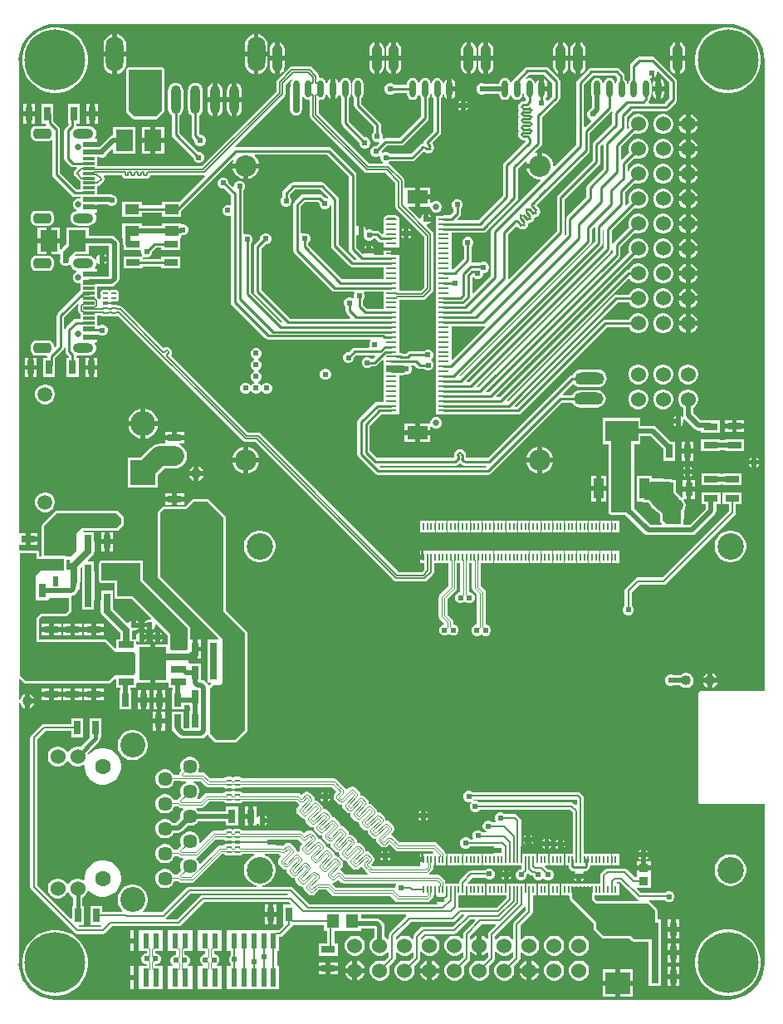
<source format=gtl>
G04*
G04 #@! TF.GenerationSoftware,Altium Limited,Altium Designer,23.4.1 (23)*
G04*
G04 Layer_Physical_Order=1*
G04 Layer_Color=255*
%FSLAX44Y44*%
%MOMM*%
G71*
G04*
G04 #@! TF.SameCoordinates,A498DFDA-0769-4059-8707-A0DE4882B552*
G04*
G04*
G04 #@! TF.FilePolarity,Positive*
G04*
G01*
G75*
%ADD13C,0.2540*%
%ADD14C,0.2000*%
%ADD15C,0.5000*%
%ADD17C,0.2500*%
%ADD19C,0.5080*%
%ADD22R,1.4500X0.7000*%
%ADD23R,1.4501X1.0000*%
G04:AMPARAMS|DCode=24|XSize=1.016mm|YSize=2.921mm|CornerRadius=0.508mm|HoleSize=0mm|Usage=FLASHONLY|Rotation=180.000|XOffset=0mm|YOffset=0mm|HoleType=Round|Shape=RoundedRectangle|*
%AMROUNDEDRECTD24*
21,1,1.0160,1.9050,0,0,180.0*
21,1,0.0000,2.9210,0,0,180.0*
1,1,1.0160,0.0000,0.9525*
1,1,1.0160,0.0000,0.9525*
1,1,1.0160,0.0000,-0.9525*
1,1,1.0160,0.0000,-0.9525*
%
%ADD24ROUNDEDRECTD24*%
G04:AMPARAMS|DCode=25|XSize=3.6068mm|YSize=1.8034mm|CornerRadius=0.9017mm|HoleSize=0mm|Usage=FLASHONLY|Rotation=270.000|XOffset=0mm|YOffset=0mm|HoleType=Round|Shape=RoundedRectangle|*
%AMROUNDEDRECTD25*
21,1,3.6068,0.0000,0,0,270.0*
21,1,1.8034,1.8034,0,0,270.0*
1,1,1.8034,0.0000,-0.9017*
1,1,1.8034,0.0000,0.9017*
1,1,1.8034,0.0000,0.9017*
1,1,1.8034,0.0000,-0.9017*
%
%ADD25ROUNDEDRECTD25*%
%ADD26R,0.2000X0.7000*%
G04:AMPARAMS|DCode=27|XSize=0.254mm|YSize=1.1176mm|CornerRadius=0.127mm|HoleSize=0mm|Usage=FLASHONLY|Rotation=90.000|XOffset=0mm|YOffset=0mm|HoleType=Round|Shape=RoundedRectangle|*
%AMROUNDEDRECTD27*
21,1,0.2540,0.8636,0,0,90.0*
21,1,0.0000,1.1176,0,0,90.0*
1,1,0.2540,0.4318,0.0000*
1,1,0.2540,0.4318,0.0000*
1,1,0.2540,-0.4318,0.0000*
1,1,0.2540,-0.4318,0.0000*
%
%ADD27ROUNDEDRECTD27*%
%ADD28R,1.1176X0.2540*%
%ADD29R,2.1082X1.4224*%
%ADD30R,1.5250X0.6500*%
%ADD31R,2.7100X3.3500*%
G04:AMPARAMS|DCode=32|XSize=0.565mm|YSize=0.2mm|CornerRadius=0.05mm|HoleSize=0mm|Usage=FLASHONLY|Rotation=180.000|XOffset=0mm|YOffset=0mm|HoleType=Round|Shape=RoundedRectangle|*
%AMROUNDEDRECTD32*
21,1,0.5650,0.1000,0,0,180.0*
21,1,0.4650,0.2000,0,0,180.0*
1,1,0.1000,-0.2325,0.0500*
1,1,0.1000,0.2325,0.0500*
1,1,0.1000,0.2325,-0.0500*
1,1,0.1000,-0.2325,-0.0500*
%
%ADD32ROUNDEDRECTD32*%
%ADD33R,1.1500X0.6000*%
%ADD34R,1.1500X0.3000*%
%ADD35R,1.2850X1.4700*%
%ADD36R,1.8000X2.2300*%
%ADD37R,0.6000X1.1000*%
%ADD38R,0.4050X0.7600*%
%ADD39R,2.2350X1.7250*%
%ADD40R,0.4050X0.9900*%
G04:AMPARAMS|DCode=41|XSize=3.0226mm|YSize=1.27mm|CornerRadius=0.635mm|HoleSize=0mm|Usage=FLASHONLY|Rotation=0.000|XOffset=0mm|YOffset=0mm|HoleType=Round|Shape=RoundedRectangle|*
%AMROUNDEDRECTD41*
21,1,3.0226,0.0000,0,0,0.0*
21,1,1.7526,1.2700,0,0,0.0*
1,1,1.2700,0.8763,0.0000*
1,1,1.2700,-0.8763,0.0000*
1,1,1.2700,-0.8763,0.0000*
1,1,1.2700,0.8763,0.0000*
%
%ADD41ROUNDEDRECTD41*%
%ADD42R,2.5200X2.3100*%
%ADD43R,0.7000X1.4500*%
%ADD44R,2.4000X3.4000*%
G04:AMPARAMS|DCode=45|XSize=2.8194mm|YSize=1.016mm|CornerRadius=0.508mm|HoleSize=0mm|Usage=FLASHONLY|Rotation=270.000|XOffset=0mm|YOffset=0mm|HoleType=Round|Shape=RoundedRectangle|*
%AMROUNDEDRECTD45*
21,1,2.8194,0.0000,0,0,270.0*
21,1,1.8034,1.0160,0,0,270.0*
1,1,1.0160,0.0000,-0.9017*
1,1,1.0160,0.0000,0.9017*
1,1,1.0160,0.0000,0.9017*
1,1,1.0160,0.0000,-0.9017*
%
%ADD45ROUNDEDRECTD45*%
G04:AMPARAMS|DCode=46|XSize=0.6096mm|YSize=1.7018mm|CornerRadius=0.3048mm|HoleSize=0mm|Usage=FLASHONLY|Rotation=180.000|XOffset=0mm|YOffset=0mm|HoleType=Round|Shape=RoundedRectangle|*
%AMROUNDEDRECTD46*
21,1,0.6096,1.0922,0,0,180.0*
21,1,0.0000,1.7018,0,0,180.0*
1,1,0.6096,0.0000,0.5461*
1,1,0.6096,0.0000,0.5461*
1,1,0.6096,0.0000,-0.5461*
1,1,0.6096,0.0000,-0.5461*
%
%ADD46ROUNDEDRECTD46*%
%ADD47R,0.6000X1.8500*%
%ADD48R,0.6000X1.6500*%
%ADD49R,0.9500X0.8500*%
%ADD50R,3.3500X2.1500*%
%ADD51R,1.0000X2.1500*%
G04:AMPARAMS|DCode=99|XSize=0.565mm|YSize=0.4mm|CornerRadius=0.05mm|HoleSize=0mm|Usage=FLASHONLY|Rotation=180.000|XOffset=0mm|YOffset=0mm|HoleType=Round|Shape=RoundedRectangle|*
%AMROUNDEDRECTD99*
21,1,0.5650,0.3000,0,0,180.0*
21,1,0.4650,0.4000,0,0,180.0*
1,1,0.1000,-0.2325,0.1500*
1,1,0.1000,0.2325,0.1500*
1,1,0.1000,0.2325,-0.1500*
1,1,0.1000,-0.2325,-0.1500*
%
%ADD99ROUNDEDRECTD99*%
G04:AMPARAMS|DCode=100|XSize=1.016mm|YSize=1.016mm|CornerRadius=0.508mm|HoleSize=0mm|Usage=FLASHONLY|Rotation=270.000|XOffset=0mm|YOffset=0mm|HoleType=Round|Shape=RoundedRectangle|*
%AMROUNDEDRECTD100*
21,1,1.0160,0.0000,0,0,270.0*
21,1,0.0000,1.0160,0,0,270.0*
1,1,1.0160,0.0000,0.0000*
1,1,1.0160,0.0000,0.0000*
1,1,1.0160,0.0000,0.0000*
1,1,1.0160,0.0000,0.0000*
%
%ADD100ROUNDEDRECTD100*%
G04:AMPARAMS|DCode=101|XSize=1.016mm|YSize=1.016mm|CornerRadius=0.508mm|HoleSize=0mm|Usage=FLASHONLY|Rotation=0.000|XOffset=0mm|YOffset=0mm|HoleType=Round|Shape=RoundedRectangle|*
%AMROUNDEDRECTD101*
21,1,1.0160,0.0000,0,0,0.0*
21,1,0.0000,1.0160,0,0,0.0*
1,1,1.0160,0.0000,0.0000*
1,1,1.0160,0.0000,0.0000*
1,1,1.0160,0.0000,0.0000*
1,1,1.0160,0.0000,0.0000*
%
%ADD101ROUNDEDRECTD101*%
%ADD102C,0.2030*%
%ADD103C,0.1153*%
%ADD104C,0.1489*%
%ADD105C,0.5020*%
%ADD106C,0.5030*%
%ADD107C,0.6030*%
%ADD108C,0.7000*%
%ADD109C,0.5400*%
%ADD110C,0.3810*%
%ADD111C,0.4000*%
%ADD112C,2.0000*%
%ADD113R,1.8242X0.4349*%
%ADD114C,2.7000*%
%ADD115C,1.5240*%
%ADD116C,0.6604*%
%ADD117C,2.2098*%
G04:AMPARAMS|DCode=118|XSize=1.8mm|YSize=1mm|CornerRadius=0.25mm|HoleSize=0mm|Usage=FLASHONLY|Rotation=0.000|XOffset=0mm|YOffset=0mm|HoleType=Round|Shape=RoundedRectangle|*
%AMROUNDEDRECTD118*
21,1,1.8000,0.5000,0,0,0.0*
21,1,1.3000,1.0000,0,0,0.0*
1,1,0.5000,0.6500,-0.2500*
1,1,0.5000,-0.6500,-0.2500*
1,1,0.5000,-0.6500,0.2500*
1,1,0.5000,0.6500,0.2500*
%
%ADD118ROUNDEDRECTD118*%
%ADD119O,2.1000X1.0000*%
%ADD120C,0.6500*%
%ADD121R,2.5500X2.5500*%
%ADD122C,2.5500*%
%ADD123C,1.5080*%
%ADD124C,1.6000*%
%ADD125C,1.5300*%
%ADD126C,1.4460*%
%ADD127C,0.6200*%
%ADD128C,6.2000*%
%ADD129C,1.2700*%
G36*
X781799Y1046936D02*
X787503Y1045567D01*
X792923Y1043322D01*
X797925Y1040257D01*
X802385Y1036447D01*
X806195Y1031986D01*
X809260Y1026984D01*
X811506Y1021564D01*
X812875Y1015860D01*
X813324Y1010153D01*
X813296Y1010012D01*
Y367099D01*
X813244Y367057D01*
X748244D01*
X747253Y366860D01*
X746413Y366298D01*
X745852Y365458D01*
X745655Y364467D01*
Y254467D01*
X745852Y253476D01*
X746413Y252636D01*
X747253Y252074D01*
X748244Y251877D01*
X813244D01*
X813296Y251835D01*
Y90012D01*
X813324Y89870D01*
X812875Y84164D01*
X811506Y78459D01*
X809260Y73039D01*
X806195Y68038D01*
X802385Y63577D01*
X797925Y59767D01*
X792923Y56702D01*
X787503Y54457D01*
X781799Y53087D01*
X776092Y52638D01*
X775950Y52666D01*
X89951D01*
X89809Y52638D01*
X84102Y53087D01*
X78398Y54457D01*
X72978Y56702D01*
X67976Y59767D01*
X63516Y63577D01*
X59706Y68038D01*
X56641Y73039D01*
X54395Y78459D01*
X53026Y84164D01*
X52577Y89870D01*
X52605Y90012D01*
Y355802D01*
X53848Y355867D01*
X54367Y353929D01*
X55370Y352191D01*
X56789Y350773D01*
X58527Y349769D01*
X58968Y349651D01*
Y356870D01*
Y364089D01*
X58527Y363971D01*
X56789Y362967D01*
X55370Y361549D01*
X54367Y359811D01*
X53848Y357873D01*
X52605Y357938D01*
Y378953D01*
X53778Y379439D01*
X57859Y375359D01*
X58699Y374797D01*
X59690Y374600D01*
X144690D01*
X145681Y374797D01*
X146521Y375359D01*
X150705Y379543D01*
X151975Y379017D01*
Y370401D01*
X156091D01*
Y367901D01*
X155190D01*
Y348321D01*
X167270D01*
Y367901D01*
X166369D01*
Y370401D01*
X172305D01*
Y374940D01*
X172930Y375951D01*
X186520D01*
Y395241D01*
Y414531D01*
X172930D01*
X172305Y415543D01*
Y418223D01*
X173575Y418651D01*
X174859Y417367D01*
X175554Y417079D01*
Y422148D01*
Y427217D01*
X174859Y426929D01*
X173273Y425343D01*
X172414Y423270D01*
Y421306D01*
X172387Y421000D01*
X171431Y420081D01*
X168298D01*
Y427535D01*
X168804Y428700D01*
X169458Y428700D01*
X171048D01*
X173121Y429559D01*
X174707Y431145D01*
X174995Y431840D01*
X169926D01*
Y434340D01*
X167426D01*
Y439409D01*
X166731Y439121D01*
X165145Y437535D01*
X164808Y436722D01*
X163310Y436424D01*
X148711Y451022D01*
Y459780D01*
X148593Y460374D01*
Y469570D01*
X136513D01*
Y460374D01*
X136395Y459780D01*
Y448472D01*
X136863Y446115D01*
X138198Y444117D01*
X155982Y426334D01*
Y420081D01*
X151975D01*
Y411363D01*
X150705Y410837D01*
X142521Y419021D01*
X141681Y419583D01*
X140690Y419780D01*
X73280D01*
Y441117D01*
X75763Y443600D01*
X100690D01*
X101681Y443797D01*
X102521Y444359D01*
X105521Y447359D01*
X106083Y448199D01*
X106280Y449190D01*
X106280Y462470D01*
X106101Y463371D01*
X106109Y463525D01*
X106262Y463906D01*
X106791Y464687D01*
X108526Y465032D01*
X110193Y466146D01*
X111885Y467838D01*
X112999Y469505D01*
X113245Y470740D01*
X114791D01*
Y476199D01*
X114941Y476423D01*
X115410Y478779D01*
Y492147D01*
X115305Y492676D01*
X116340Y493711D01*
X117513Y493224D01*
Y490154D01*
X117395Y489559D01*
Y459780D01*
X117513Y459185D01*
Y449990D01*
X129593D01*
Y459185D01*
X129711Y459780D01*
Y489559D01*
X129593Y490154D01*
Y499349D01*
X123638D01*
X123152Y500523D01*
X127908Y505279D01*
X129243Y507276D01*
X129711Y509633D01*
Y519339D01*
X129593Y519934D01*
Y529129D01*
X119080D01*
X118413Y530399D01*
X118696Y530810D01*
X152400D01*
X153391Y531007D01*
X154231Y531569D01*
X159311Y536649D01*
X159873Y537489D01*
X160070Y538480D01*
Y543560D01*
X159873Y544551D01*
X159311Y545391D01*
X154231Y550471D01*
X153391Y551033D01*
X152400Y551230D01*
X91440D01*
X90449Y551033D01*
X89609Y550471D01*
X76909Y537771D01*
X76347Y536931D01*
X76150Y535940D01*
Y505510D01*
X75058Y504490D01*
X73280D01*
Y508190D01*
X73083Y509181D01*
X72521Y510021D01*
X71681Y510583D01*
X70690Y510780D01*
X53778D01*
X52605Y511841D01*
Y516167D01*
X59483D01*
Y522207D01*
Y528247D01*
X52605D01*
Y1010012D01*
X52577Y1010153D01*
X53026Y1015860D01*
X54395Y1021564D01*
X56641Y1026984D01*
X59706Y1031986D01*
X63516Y1036447D01*
X67976Y1040257D01*
X72978Y1043322D01*
X78398Y1045567D01*
X84102Y1046936D01*
X89809Y1047385D01*
X89951Y1047357D01*
X775950D01*
X776092Y1047385D01*
X781799Y1046936D01*
D02*
G37*
G36*
X157480Y543560D02*
Y538480D01*
X152400Y533400D01*
X116840D01*
X111760Y528320D01*
Y510540D01*
X105337Y504117D01*
X101210D01*
X99818Y505510D01*
X78740D01*
Y535940D01*
X91440Y548640D01*
X152400D01*
X157480Y543560D01*
D02*
G37*
G36*
X70690Y501900D02*
X98435D01*
Y493386D01*
X98371Y493322D01*
X98435Y493258D01*
Y490410D01*
X75021D01*
X69596Y484985D01*
Y479759D01*
Y459676D01*
X81886D01*
X84680Y462470D01*
X103690D01*
X103690Y449190D01*
X100690Y446190D01*
X74690D01*
X70690Y442190D01*
Y418190D01*
X71690Y417190D01*
X140690D01*
X150690Y407190D01*
X169690D01*
X171690Y405190D01*
Y386190D01*
X168690Y383190D01*
X150690D01*
X144690Y377190D01*
X59690D01*
X53778Y383102D01*
Y508190D01*
X70690D01*
Y501900D01*
D02*
G37*
%LPC*%
G36*
X297267Y1036807D02*
Y1018962D01*
X306424D01*
Y1025479D01*
X306027Y1028496D01*
X304862Y1031308D01*
X303010Y1033722D01*
X300596Y1035574D01*
X297784Y1036739D01*
X297267Y1036807D01*
D02*
G37*
G36*
X153131D02*
Y1018962D01*
X162288D01*
Y1025479D01*
X161891Y1028496D01*
X160726Y1031308D01*
X158874Y1033722D01*
X156460Y1035574D01*
X153648Y1036739D01*
X153131Y1036807D01*
D02*
G37*
G36*
X292267D02*
X291750Y1036739D01*
X288939Y1035574D01*
X286525Y1033722D01*
X284672Y1031308D01*
X283508Y1028496D01*
X283111Y1025479D01*
Y1018962D01*
X292267D01*
Y1036807D01*
D02*
G37*
G36*
X148131D02*
X147614Y1036739D01*
X144803Y1035574D01*
X142389Y1033722D01*
X140536Y1031308D01*
X139372Y1028496D01*
X138975Y1025479D01*
Y1018962D01*
X148131D01*
Y1036807D01*
D02*
G37*
G36*
X625365Y1028824D02*
Y1015095D01*
X630550D01*
Y1021612D01*
X630289Y1023601D01*
X629521Y1025454D01*
X628299Y1027046D01*
X626708Y1028268D01*
X625365Y1028824D01*
D02*
G37*
G36*
X607884D02*
Y1015095D01*
X613070D01*
Y1021612D01*
X612808Y1023601D01*
X612040Y1025454D01*
X610819Y1027046D01*
X609227Y1028268D01*
X607884Y1028824D01*
D02*
G37*
G36*
X531280D02*
Y1015095D01*
X536466D01*
Y1021612D01*
X536204Y1023601D01*
X535436Y1025454D01*
X534215Y1027046D01*
X532623Y1028268D01*
X531280Y1028824D01*
D02*
G37*
G36*
X513986D02*
Y1015095D01*
X519171D01*
Y1021612D01*
X518910Y1023601D01*
X518142Y1025454D01*
X516920Y1027046D01*
X515329Y1028268D01*
X513986Y1028824D01*
D02*
G37*
G36*
X437382D02*
Y1015095D01*
X442567D01*
Y1021612D01*
X442306Y1023601D01*
X441538Y1025454D01*
X440316Y1027046D01*
X438725Y1028268D01*
X437382Y1028824D01*
D02*
G37*
G36*
X420092D02*
Y1015095D01*
X425278D01*
Y1021612D01*
X425016Y1023601D01*
X424249Y1025454D01*
X423027Y1027046D01*
X421435Y1028268D01*
X420092Y1028824D01*
D02*
G37*
G36*
X318542D02*
Y1015095D01*
X323728D01*
Y1021612D01*
X323466Y1023601D01*
X322699Y1025454D01*
X321477Y1027046D01*
X319885Y1028268D01*
X318542Y1028824D01*
D02*
G37*
G36*
X602884Y1028824D02*
X601541Y1028268D01*
X599949Y1027046D01*
X598728Y1025454D01*
X597960Y1023601D01*
X597698Y1021612D01*
Y1015095D01*
X602884D01*
Y1028824D01*
D02*
G37*
G36*
X508986D02*
X507643Y1028268D01*
X506051Y1027046D01*
X504830Y1025454D01*
X504062Y1023601D01*
X503800Y1021612D01*
Y1015095D01*
X508986D01*
Y1028824D01*
D02*
G37*
G36*
X415092D02*
X413750Y1028268D01*
X412158Y1027046D01*
X410936Y1025454D01*
X410168Y1023601D01*
X409907Y1021612D01*
Y1015095D01*
X415092D01*
Y1028824D01*
D02*
G37*
G36*
X620365D02*
X619022Y1028268D01*
X617430Y1027046D01*
X616209Y1025454D01*
X615441Y1023601D01*
X615179Y1021612D01*
Y1015095D01*
X620365D01*
Y1028824D01*
D02*
G37*
G36*
X526280D02*
X524937Y1028268D01*
X523345Y1027046D01*
X522124Y1025454D01*
X521356Y1023601D01*
X521094Y1021612D01*
Y1015095D01*
X526280D01*
Y1028824D01*
D02*
G37*
G36*
X432382D02*
X431039Y1028268D01*
X429447Y1027046D01*
X428226Y1025454D01*
X427458Y1023601D01*
X427196Y1021612D01*
Y1015095D01*
X432382D01*
Y1028824D01*
D02*
G37*
G36*
X313542D02*
X312199Y1028268D01*
X310608Y1027046D01*
X309386Y1025454D01*
X308619Y1023601D01*
X308357Y1021612D01*
Y1015095D01*
X313542D01*
Y1028824D01*
D02*
G37*
G36*
X726915D02*
Y1015095D01*
X732101D01*
Y1021612D01*
X731839Y1023601D01*
X731071Y1025454D01*
X729849Y1027046D01*
X728258Y1028268D01*
X726915Y1028824D01*
D02*
G37*
G36*
X721915D02*
X720572Y1028268D01*
X718980Y1027046D01*
X717759Y1025454D01*
X716991Y1023601D01*
X716729Y1021612D01*
Y1015095D01*
X721915D01*
Y1028824D01*
D02*
G37*
G36*
X630550Y1010095D02*
X625365D01*
Y996365D01*
X626708Y996921D01*
X628299Y998143D01*
X629521Y999735D01*
X630289Y1001588D01*
X630550Y1003578D01*
Y1010095D01*
D02*
G37*
G36*
X613070D02*
X607884D01*
Y996365D01*
X609227Y996921D01*
X610819Y998143D01*
X612040Y999735D01*
X612808Y1001588D01*
X613070Y1003578D01*
Y1010095D01*
D02*
G37*
G36*
X536466D02*
X531280D01*
Y996365D01*
X532623Y996921D01*
X534215Y998143D01*
X535436Y999735D01*
X536204Y1001588D01*
X536466Y1003578D01*
Y1010095D01*
D02*
G37*
G36*
X519171D02*
X513986D01*
Y996365D01*
X515329Y996921D01*
X516920Y998143D01*
X518142Y999735D01*
X518910Y1001588D01*
X519171Y1003578D01*
Y1010095D01*
D02*
G37*
G36*
X442567D02*
X437382D01*
Y996365D01*
X438725Y996921D01*
X440316Y998143D01*
X441538Y999735D01*
X442306Y1001588D01*
X442567Y1003578D01*
Y1010095D01*
D02*
G37*
G36*
X425278D02*
X420092D01*
Y996365D01*
X421435Y996921D01*
X423027Y998143D01*
X424249Y999735D01*
X425016Y1001588D01*
X425278Y1003578D01*
Y1010095D01*
D02*
G37*
G36*
X323728D02*
X318542D01*
Y996365D01*
X319885Y996921D01*
X321477Y998143D01*
X322699Y999735D01*
X323466Y1001588D01*
X323728Y1003578D01*
Y1010095D01*
D02*
G37*
G36*
X732101Y1010095D02*
X726915D01*
Y996365D01*
X728258Y996921D01*
X729849Y998143D01*
X731071Y999735D01*
X731839Y1001588D01*
X732101Y1003578D01*
Y1010095D01*
D02*
G37*
G36*
X721915D02*
X716729D01*
Y1003578D01*
X716991Y1001588D01*
X717759Y999735D01*
X718980Y998143D01*
X720572Y996921D01*
X721915Y996365D01*
Y1010095D01*
D02*
G37*
G36*
X620365Y1010095D02*
X615179D01*
Y1003578D01*
X615441Y1001588D01*
X616209Y999735D01*
X617430Y998143D01*
X619022Y996921D01*
X620365Y996365D01*
Y1010095D01*
D02*
G37*
G36*
X602884D02*
X597698D01*
Y1003578D01*
X597960Y1001588D01*
X598728Y999735D01*
X599949Y998143D01*
X601541Y996921D01*
X602884Y996365D01*
Y1010095D01*
D02*
G37*
G36*
X526280D02*
X521094D01*
Y1003578D01*
X521356Y1001588D01*
X522124Y999735D01*
X523345Y998143D01*
X524937Y996921D01*
X526280Y996365D01*
Y1010095D01*
D02*
G37*
G36*
X508986D02*
X503800D01*
Y1003578D01*
X504062Y1001588D01*
X504830Y999735D01*
X506051Y998143D01*
X507643Y996921D01*
X508986Y996365D01*
Y1010095D01*
D02*
G37*
G36*
X432382D02*
X427196D01*
Y1003578D01*
X427458Y1001588D01*
X428226Y999735D01*
X429447Y998143D01*
X431039Y996921D01*
X432382Y996365D01*
Y1010095D01*
D02*
G37*
G36*
X415092D02*
X409907D01*
Y1003578D01*
X410168Y1001588D01*
X410936Y999735D01*
X412158Y998143D01*
X413750Y996921D01*
X415092Y996365D01*
Y1010095D01*
D02*
G37*
G36*
X313542D02*
X308357D01*
Y1003578D01*
X308619Y1001588D01*
X309386Y999735D01*
X310608Y998143D01*
X312199Y996921D01*
X313542Y996365D01*
Y1010095D01*
D02*
G37*
G36*
X306424Y1013962D02*
X297267D01*
Y996117D01*
X297784Y996186D01*
X300596Y997350D01*
X303010Y999202D01*
X304862Y1001617D01*
X306027Y1004428D01*
X306424Y1007445D01*
Y1013962D01*
D02*
G37*
G36*
X162288D02*
X153131D01*
Y996117D01*
X153648Y996186D01*
X156460Y997350D01*
X158874Y999202D01*
X160726Y1001617D01*
X161891Y1004428D01*
X162288Y1007445D01*
Y1013962D01*
D02*
G37*
G36*
X292267D02*
X283111D01*
Y1007445D01*
X283508Y1004428D01*
X284672Y1001617D01*
X286525Y999202D01*
X288939Y997350D01*
X291750Y996186D01*
X292267Y996117D01*
Y1013962D01*
D02*
G37*
G36*
X148131D02*
X138975D01*
Y1007445D01*
X139372Y1004428D01*
X140536Y1001617D01*
X142389Y999202D01*
X144803Y997350D01*
X147614Y996186D01*
X148131Y996117D01*
Y1013962D01*
D02*
G37*
G36*
X385588Y992253D02*
X383408Y991819D01*
X381560Y990584D01*
X380325Y988736D01*
X380013Y987169D01*
X378718D01*
X378406Y988736D01*
X377171Y990584D01*
X375642Y991606D01*
Y981095D01*
Y970583D01*
X377171Y971605D01*
X378406Y973453D01*
X378718Y975021D01*
X380013D01*
X380325Y973453D01*
X381560Y971605D01*
X381704Y971509D01*
Y946134D01*
X382000Y944647D01*
X382842Y943387D01*
X399998Y926230D01*
Y924962D01*
X400857Y922889D01*
X402443Y921303D01*
X404516Y920444D01*
X406760D01*
X408833Y921303D01*
X410419Y922889D01*
X411278Y924962D01*
Y927206D01*
X410419Y929279D01*
X408833Y930865D01*
X406760Y931724D01*
X405492D01*
X389473Y947743D01*
Y971509D01*
X389617Y971605D01*
X390852Y973453D01*
X391286Y975634D01*
Y986556D01*
X390852Y988736D01*
X389617Y990584D01*
X387769Y991819D01*
X385588Y992253D01*
D02*
G37*
G36*
X699008Y1013789D02*
X685546D01*
X684059Y1013493D01*
X682799Y1012651D01*
X677218Y1007070D01*
X676376Y1005809D01*
X676080Y1004323D01*
Y990681D01*
X675936Y990584D01*
X674701Y988736D01*
X674267Y986556D01*
X673062D01*
X672628Y988736D01*
X671394Y990584D01*
X670635Y991091D01*
Y994156D01*
X670339Y995643D01*
X669497Y996903D01*
X665179Y1001221D01*
X663919Y1002063D01*
X662432Y1002359D01*
X636524D01*
X635037Y1002063D01*
X633777Y1001221D01*
X622347Y989791D01*
X621505Y988531D01*
X621209Y987044D01*
Y924375D01*
X598923Y902089D01*
X597654Y902616D01*
Y904540D01*
X596727Y907996D01*
X594938Y911094D01*
X592408Y913624D01*
X589310Y915414D01*
X586564Y916149D01*
Y902750D01*
X584064D01*
Y900250D01*
X570666D01*
X571402Y897505D01*
X573191Y894407D01*
X575721Y891877D01*
X578819Y890088D01*
X582276Y889162D01*
X584199D01*
X584726Y887892D01*
X535479Y838645D01*
X534637Y837385D01*
X534341Y835898D01*
Y790787D01*
X516106Y772552D01*
X514933Y773038D01*
Y788729D01*
X516088Y789370D01*
X517251Y788207D01*
X519324Y787348D01*
X521568D01*
X523641Y788207D01*
X525227Y789793D01*
X526086Y791866D01*
Y793528D01*
X527748D01*
X529821Y794387D01*
X531407Y795973D01*
X532266Y798046D01*
Y800290D01*
X531407Y802363D01*
X529821Y803949D01*
X527748Y804808D01*
X525504D01*
X523431Y803949D01*
X523265Y803783D01*
X514821D01*
X514129Y805033D01*
X514425Y806519D01*
Y820393D01*
X515321Y821289D01*
X516180Y823362D01*
Y825606D01*
X515321Y827679D01*
X513735Y829265D01*
X511662Y830124D01*
X509418D01*
X507345Y829265D01*
X505759Y827679D01*
X504900Y825606D01*
Y823362D01*
X505759Y821289D01*
X506655Y820393D01*
Y808128D01*
X495688Y797161D01*
X493979D01*
Y804453D01*
Y814359D01*
Y824519D01*
Y834350D01*
X526323D01*
X527809Y834646D01*
X529070Y835488D01*
X560785Y867203D01*
X561627Y868463D01*
X561923Y869950D01*
Y899583D01*
X569996Y907656D01*
X571134Y906999D01*
X570666Y905250D01*
X581564D01*
Y916149D01*
X579817Y915681D01*
X579159Y916819D01*
X585169Y922829D01*
X586011Y924089D01*
X586307Y925576D01*
Y952041D01*
X603559Y969293D01*
X604401Y970553D01*
X604697Y972040D01*
Y988720D01*
X604401Y990207D01*
X603559Y991467D01*
X592789Y1002237D01*
X591529Y1003079D01*
X590042Y1003375D01*
X571246D01*
X569759Y1003079D01*
X568499Y1002237D01*
X558714Y992451D01*
X558043Y991447D01*
X556751Y990584D01*
X555516Y988736D01*
X555178Y987033D01*
X553883D01*
X553544Y988736D01*
X552309Y990584D01*
X550460Y991819D01*
X548280Y992253D01*
X546100Y991819D01*
X544251Y990584D01*
X543016Y988736D01*
X542583Y986556D01*
Y986437D01*
X527120D01*
X526402Y986735D01*
X524158D01*
X522085Y985876D01*
X520499Y984289D01*
X519640Y982216D01*
Y979973D01*
X520499Y977900D01*
X522085Y976313D01*
X524158Y975455D01*
X526402D01*
X527120Y975752D01*
X542583D01*
Y975634D01*
X543016Y973453D01*
X544251Y971605D01*
X546100Y970370D01*
X548280Y969936D01*
X550460Y970370D01*
X552309Y971605D01*
X553544Y973453D01*
X553883Y975156D01*
X555178D01*
X555516Y973453D01*
X556751Y971605D01*
X558600Y970370D01*
X560780Y969936D01*
X562960Y970370D01*
X564809Y971605D01*
X566044Y973453D01*
X566478Y975634D01*
X567683D01*
X568116Y973453D01*
X569351Y971605D01*
X569496Y971509D01*
Y968610D01*
X567328D01*
Y968645D01*
X565151Y968212D01*
X563305Y966979D01*
X562072Y965133D01*
X561639Y962956D01*
X562072Y960779D01*
X562983Y959416D01*
X562072Y958053D01*
X561639Y955876D01*
X562072Y953699D01*
X562983Y952336D01*
X562072Y950973D01*
X561639Y948796D01*
X562072Y946618D01*
X562983Y945256D01*
X562072Y943893D01*
X561639Y941716D01*
X562072Y939538D01*
X562983Y938176D01*
X562072Y936813D01*
X561639Y934636D01*
X562072Y932458D01*
X563305Y930613D01*
X565151Y929379D01*
X567328Y928946D01*
Y928981D01*
X568679D01*
X569157Y927711D01*
X547417Y905971D01*
X546575Y904711D01*
X546279Y903224D01*
Y872321D01*
X521157Y847199D01*
X500276D01*
X499790Y848373D01*
X502619Y851201D01*
X503461Y852461D01*
X503757Y853948D01*
Y859000D01*
X504653Y859897D01*
X505512Y861970D01*
Y864214D01*
X504653Y866287D01*
X503067Y867873D01*
X500994Y868732D01*
X498750D01*
X496677Y867873D01*
X495091Y866287D01*
X494232Y864214D01*
Y861970D01*
X495091Y859897D01*
X495987Y859000D01*
Y855557D01*
X492455Y852025D01*
X485850D01*
X485475Y851951D01*
X477723D01*
Y839505D01*
Y829345D01*
Y819439D01*
Y809533D01*
Y799373D01*
Y789467D01*
Y779307D01*
Y769401D01*
Y759495D01*
Y749335D01*
Y739295D01*
Y729295D01*
Y719295D01*
Y709295D01*
Y699295D01*
Y689295D01*
Y679295D01*
Y669295D01*
Y659295D01*
Y649295D01*
X485475D01*
X485850Y649220D01*
X561665D01*
X563151Y649516D01*
X564411Y650358D01*
X652369Y738315D01*
X674914D01*
X674924Y738278D01*
X676261Y735962D01*
X678153Y734070D01*
X680470Y732732D01*
X683054Y732040D01*
X685729D01*
X688313Y732732D01*
X690630Y734070D01*
X692522Y735962D01*
X693859Y738278D01*
X694551Y740862D01*
Y743538D01*
X693859Y746122D01*
X692522Y748438D01*
X690630Y750330D01*
X688313Y751668D01*
X685729Y752360D01*
X683054D01*
X680470Y751668D01*
X678153Y750330D01*
X676261Y748438D01*
X674924Y746122D01*
X674914Y746085D01*
X650760D01*
X649273Y745789D01*
X648013Y744947D01*
X560056Y656989D01*
X558732D01*
X558246Y658163D01*
X663799Y763715D01*
X674914D01*
X674924Y763678D01*
X676261Y761362D01*
X678153Y759470D01*
X680470Y758132D01*
X683054Y757440D01*
X685729D01*
X688313Y758132D01*
X690630Y759470D01*
X692522Y761362D01*
X693859Y763678D01*
X694551Y766262D01*
Y768938D01*
X693859Y771522D01*
X692522Y773838D01*
X690630Y775730D01*
X688313Y777068D01*
X685729Y777760D01*
X683054D01*
X680470Y777068D01*
X678153Y775730D01*
X676261Y773838D01*
X674924Y771522D01*
X674914Y771485D01*
X662190D01*
X660703Y771189D01*
X659443Y770347D01*
X551661Y662564D01*
X551303Y662632D01*
X550879Y664004D01*
X674563Y787688D01*
X675823Y787522D01*
X676261Y786762D01*
X678153Y784870D01*
X680470Y783532D01*
X683054Y782840D01*
X685729D01*
X688313Y783532D01*
X690630Y784870D01*
X692522Y786762D01*
X693859Y789078D01*
X694551Y791662D01*
Y794338D01*
X693859Y796922D01*
X692522Y799238D01*
X690630Y801130D01*
X688313Y802468D01*
X685729Y803160D01*
X683054D01*
X680470Y802468D01*
X678153Y801130D01*
X676261Y799238D01*
X674924Y796922D01*
X674914Y796885D01*
X674382D01*
X672895Y796589D01*
X671635Y795747D01*
X542878Y666989D01*
X540134D01*
X539648Y668163D01*
X680437Y808951D01*
X680470Y808932D01*
X683054Y808240D01*
X685729D01*
X688313Y808932D01*
X690630Y810270D01*
X692522Y812162D01*
X693859Y814478D01*
X694551Y817062D01*
Y819738D01*
X693859Y822322D01*
X692522Y824638D01*
X690630Y826530D01*
X688313Y827868D01*
X685729Y828560D01*
X683054D01*
X680470Y827868D01*
X678153Y826530D01*
X676261Y824638D01*
X674924Y822322D01*
X674231Y819738D01*
Y817062D01*
X674924Y814478D01*
X674943Y814445D01*
X532487Y671989D01*
X529282D01*
X528796Y673163D01*
X664951Y809318D01*
X665794Y810578D01*
X666089Y812065D01*
Y820004D01*
X680437Y834352D01*
X680470Y834332D01*
X683054Y833640D01*
X685729D01*
X688313Y834332D01*
X690630Y835670D01*
X692522Y837562D01*
X693859Y839878D01*
X694551Y842462D01*
Y845138D01*
X693859Y847722D01*
X692522Y850038D01*
X690630Y851930D01*
X688313Y853268D01*
X685729Y853960D01*
X683054D01*
X680470Y853268D01*
X678153Y851930D01*
X676261Y850038D01*
X674924Y847722D01*
X674231Y845138D01*
Y842462D01*
X674924Y839878D01*
X674943Y839845D01*
X659458Y824360D01*
X658616Y823100D01*
X658443Y822230D01*
X657173Y822355D01*
Y836488D01*
X680437Y859752D01*
X680470Y859732D01*
X683054Y859040D01*
X685729D01*
X688313Y859732D01*
X690630Y861070D01*
X692522Y862962D01*
X693859Y865278D01*
X694551Y867862D01*
Y870538D01*
X693859Y873122D01*
X692522Y875438D01*
X690630Y877330D01*
X688313Y878668D01*
X685729Y879360D01*
X683054D01*
X680470Y878668D01*
X678153Y877330D01*
X676261Y875438D01*
X674924Y873122D01*
X674231Y870538D01*
Y867862D01*
X674924Y865278D01*
X674943Y865245D01*
X672036Y862338D01*
X670865Y862963D01*
X670913Y863202D01*
Y875627D01*
X680437Y885152D01*
X680470Y885132D01*
X683054Y884440D01*
X685729D01*
X688313Y885132D01*
X690630Y886470D01*
X692522Y888362D01*
X693859Y890678D01*
X694551Y893262D01*
Y895938D01*
X693859Y898522D01*
X692522Y900838D01*
X690630Y902730D01*
X688313Y904068D01*
X685729Y904760D01*
X683054D01*
X680470Y904068D01*
X678153Y902730D01*
X676261Y900838D01*
X674924Y898522D01*
X674496Y896926D01*
X673226Y897094D01*
Y903341D01*
X680437Y910552D01*
X680470Y910532D01*
X683054Y909840D01*
X685729D01*
X688313Y910532D01*
X690630Y911870D01*
X692522Y913762D01*
X693859Y916078D01*
X694551Y918662D01*
Y921338D01*
X693859Y923922D01*
X692522Y926238D01*
X690630Y928130D01*
X688313Y929468D01*
X685729Y930160D01*
X683054D01*
X680470Y929468D01*
X678153Y928130D01*
X676261Y926238D01*
X674924Y923922D01*
X674231Y921338D01*
Y918662D01*
X674924Y916078D01*
X674943Y916045D01*
X667998Y909100D01*
X666825Y909586D01*
Y922339D01*
X680437Y935952D01*
X680470Y935932D01*
X683054Y935240D01*
X685729D01*
X688313Y935932D01*
X690630Y937270D01*
X692522Y939162D01*
X693859Y941478D01*
X694551Y944062D01*
Y946738D01*
X693859Y949322D01*
X692522Y951638D01*
X690630Y953530D01*
X688313Y954868D01*
X685729Y955560D01*
X683054D01*
X680470Y954868D01*
X678153Y953530D01*
X676261Y951638D01*
X674924Y949322D01*
X674231Y946738D01*
Y944062D01*
X674924Y941478D01*
X674943Y941445D01*
X673748Y940250D01*
X672578Y940876D01*
X672667Y941324D01*
Y952197D01*
X678991Y958521D01*
X713014D01*
X714501Y958817D01*
X715761Y959659D01*
X717249Y961147D01*
X717833Y962021D01*
X722837Y967025D01*
X723679Y968285D01*
X723975Y969772D01*
Y988822D01*
X723679Y990309D01*
X722837Y991569D01*
X701755Y1012651D01*
X700495Y1013493D01*
X699008Y1013789D01*
D02*
G37*
G36*
X494428Y991606D02*
Y983595D01*
X497625D01*
Y986556D01*
X497192Y988736D01*
X495956Y990584D01*
X494428Y991606D01*
D02*
G37*
G36*
X778340Y1044050D02*
X773060D01*
X767846Y1043224D01*
X762825Y1041593D01*
X758121Y1039196D01*
X753850Y1036093D01*
X750117Y1032360D01*
X747014Y1028089D01*
X744617Y1023385D01*
X742986Y1018364D01*
X742160Y1013150D01*
Y1007870D01*
X742986Y1002656D01*
X744617Y997635D01*
X747014Y992931D01*
X750117Y988660D01*
X753850Y984927D01*
X758121Y981824D01*
X762825Y979427D01*
X767846Y977796D01*
X773060Y976970D01*
X778340D01*
X783554Y977796D01*
X788575Y979427D01*
X793279Y981824D01*
X797550Y984927D01*
X801283Y988660D01*
X804386Y992931D01*
X806783Y997635D01*
X808414Y1002656D01*
X809240Y1007870D01*
Y1013150D01*
X808414Y1018364D01*
X806783Y1023385D01*
X804386Y1028089D01*
X801283Y1032360D01*
X797550Y1036093D01*
X793279Y1039196D01*
X788575Y1041593D01*
X783554Y1043224D01*
X778340Y1044050D01*
D02*
G37*
G36*
X92340D02*
X87060D01*
X81846Y1043224D01*
X76825Y1041593D01*
X72121Y1039196D01*
X67850Y1036093D01*
X64117Y1032360D01*
X61014Y1028089D01*
X58617Y1023385D01*
X56986Y1018364D01*
X56160Y1013150D01*
Y1007870D01*
X56986Y1002656D01*
X58617Y997635D01*
X61014Y992931D01*
X64117Y988660D01*
X67850Y984927D01*
X72121Y981824D01*
X76825Y979427D01*
X81846Y977796D01*
X87060Y976970D01*
X92340D01*
X97554Y977796D01*
X102575Y979427D01*
X107279Y981824D01*
X111550Y984927D01*
X115283Y988660D01*
X118386Y992931D01*
X120783Y997635D01*
X122414Y1002656D01*
X123240Y1007870D01*
Y1013150D01*
X122414Y1018364D01*
X120783Y1023385D01*
X118386Y1028089D01*
X115283Y1032360D01*
X111550Y1036093D01*
X107279Y1039196D01*
X102575Y1041593D01*
X97554Y1043224D01*
X92340Y1044050D01*
D02*
G37*
G36*
X275169Y986699D02*
Y972462D01*
X280355D01*
Y979487D01*
X280093Y981476D01*
X279325Y983330D01*
X278104Y984922D01*
X276512Y986143D01*
X275169Y986699D01*
D02*
G37*
G36*
X255357D02*
Y972462D01*
X260543D01*
Y979487D01*
X260281Y981476D01*
X259513Y983330D01*
X258292Y984922D01*
X256700Y986143D01*
X255357Y986699D01*
D02*
G37*
G36*
X250357D02*
X249014Y986143D01*
X247423Y984922D01*
X246201Y983330D01*
X245433Y981476D01*
X245172Y979487D01*
Y972462D01*
X250357D01*
Y986699D01*
D02*
G37*
G36*
X270169D02*
X268826Y986143D01*
X267235Y984922D01*
X266013Y983330D01*
X265245Y981476D01*
X264984Y979487D01*
Y972462D01*
X270169D01*
Y986699D01*
D02*
G37*
G36*
X497625Y978595D02*
X494428D01*
Y970583D01*
X495956Y971605D01*
X497192Y973453D01*
X497625Y975634D01*
Y978595D01*
D02*
G37*
G36*
X349193Y1003819D02*
X331054D01*
X329772Y1003564D01*
X328686Y1002838D01*
X316148Y990301D01*
X315422Y989214D01*
X315167Y987933D01*
Y978525D01*
X238900Y902257D01*
X132543D01*
Y911375D01*
X134600D01*
X135773Y910889D01*
X138017D01*
X140090Y911748D01*
X141676Y913335D01*
X142162Y914508D01*
X147655Y920000D01*
X148828Y919514D01*
Y914912D01*
X171908D01*
Y942292D01*
X148828D01*
Y933729D01*
X146995Y933364D01*
X145323Y932247D01*
X134873Y921797D01*
X134600Y921683D01*
X132543D01*
Y922070D01*
X124253D01*
Y927029D01*
X132543D01*
Y930069D01*
X130765D01*
X130138Y931339D01*
X130589Y931927D01*
X131349Y933761D01*
X131608Y935729D01*
X131349Y937698D01*
X130589Y939532D01*
X129380Y941107D01*
X127805Y942316D01*
X125971Y943075D01*
X124003Y943334D01*
X113003D01*
X112470Y943264D01*
X111515Y944102D01*
Y945931D01*
X114837D01*
Y965511D01*
X102758D01*
Y945931D01*
X103745D01*
Y944598D01*
X100253Y941105D01*
X99411Y939845D01*
X99115Y938358D01*
Y910206D01*
X99411Y908719D01*
X100253Y907459D01*
X105430Y902282D01*
X106690Y901440D01*
X108177Y901145D01*
X111414D01*
X111900Y899971D01*
X110009Y898080D01*
X109283Y896994D01*
X109028Y895713D01*
Y894479D01*
X109283Y893198D01*
X110009Y892112D01*
X114459Y887662D01*
X115545Y886936D01*
X115963Y886853D01*
Y878914D01*
X111338D01*
X94587Y895664D01*
Y939653D01*
X94292Y941140D01*
X93450Y942400D01*
X87978Y947872D01*
Y955485D01*
X87924Y955754D01*
Y965511D01*
X75844D01*
Y945931D01*
X80274D01*
X80504Y944776D01*
X80596Y944638D01*
X79918Y943368D01*
X70203D01*
X68236Y942977D01*
X66569Y941863D01*
X65455Y940196D01*
X65064Y938229D01*
Y933229D01*
X65455Y931263D01*
X66569Y929596D01*
X68236Y928482D01*
X70203Y928091D01*
X83203D01*
X85169Y928482D01*
X85698Y928835D01*
X86818Y928236D01*
Y894055D01*
X87114Y892569D01*
X87956Y891308D01*
X106982Y872282D01*
X108242Y871440D01*
X109729Y871145D01*
X115601D01*
X115711Y870170D01*
X114656Y869419D01*
X114655Y869419D01*
X112351D01*
X110223Y868538D01*
X108594Y866909D01*
X107713Y864781D01*
Y862478D01*
X108594Y860350D01*
X110223Y858721D01*
X111819Y858060D01*
X111648Y856756D01*
X111034Y856675D01*
X109200Y855916D01*
X107625Y854707D01*
X106417Y853132D01*
X105657Y851298D01*
X105398Y849329D01*
X105657Y847361D01*
X106417Y845527D01*
X107625Y843952D01*
X109200Y842743D01*
X111034Y841983D01*
X113003Y841724D01*
X124003D01*
X125971Y841983D01*
X127805Y842743D01*
X129380Y843952D01*
X130589Y845527D01*
X131349Y847361D01*
X131608Y849329D01*
X131349Y851298D01*
X130589Y853132D01*
X130138Y853719D01*
X130765Y854989D01*
X132543D01*
Y858029D01*
X124253D01*
Y862989D01*
X132543D01*
Y863375D01*
X143649D01*
X144305Y862719D01*
X146378Y861860D01*
X148622D01*
X150695Y862719D01*
X152281Y864305D01*
X153140Y866378D01*
Y868622D01*
X152281Y870695D01*
X150695Y872281D01*
X148622Y873140D01*
X148352D01*
X148126Y873291D01*
X146154Y873683D01*
X132543D01*
Y881681D01*
X132935D01*
X134217Y881936D01*
X135303Y882662D01*
X138911Y886270D01*
X139637Y887356D01*
X139892Y888637D01*
Y889871D01*
X139637Y891152D01*
X139384Y891531D01*
X140063Y892801D01*
X158005D01*
X158051Y892571D01*
X158777Y891484D01*
X159579Y890682D01*
X160665Y889956D01*
X161946Y889701D01*
X163551D01*
X164832Y889956D01*
X165919Y890682D01*
X165957Y890721D01*
X165996Y890682D01*
X167082Y889956D01*
X168364Y889701D01*
X169968D01*
X171250Y889956D01*
X172336Y890682D01*
X172374Y890721D01*
X172413Y890682D01*
X173499Y889956D01*
X174781Y889701D01*
X176385D01*
X177667Y889956D01*
X178753Y890682D01*
X178792Y890721D01*
X178830Y890682D01*
X179917Y889956D01*
X181198Y889701D01*
X182802D01*
X184084Y889956D01*
X185170Y890682D01*
X185972Y891484D01*
X186698Y892571D01*
X186744Y892801D01*
X241429D01*
X241813Y892878D01*
X242439Y891707D01*
X216851Y866119D01*
X198840D01*
Y862464D01*
X177920D01*
Y866119D01*
X158340D01*
Y851039D01*
X177920D01*
Y854694D01*
X198840D01*
Y851039D01*
X218421D01*
Y856702D01*
X270053Y908334D01*
X271336Y907983D01*
X271397Y907882D01*
X270692Y905250D01*
X284090D01*
X297489D01*
X296754Y907996D01*
X294964Y911094D01*
X293209Y912849D01*
X293736Y914119D01*
X366897D01*
X389278Y891739D01*
Y817655D01*
X389574Y816169D01*
X390416Y814909D01*
X397084Y808241D01*
X396598Y807067D01*
X394512D01*
X379043Y822537D01*
Y868680D01*
X378747Y870167D01*
X377905Y871427D01*
X364443Y884889D01*
X363183Y885731D01*
X361696Y886027D01*
X332740D01*
X331253Y885731D01*
X329993Y884889D01*
X322627Y877523D01*
X321785Y876263D01*
X321489Y874776D01*
Y870993D01*
X320593Y870097D01*
X319734Y868024D01*
Y865780D01*
X320593Y863707D01*
X322179Y862121D01*
X324252Y861262D01*
X326496D01*
X328569Y862121D01*
X330155Y863707D01*
X331014Y865780D01*
Y868024D01*
X330155Y870097D01*
X329259Y870993D01*
Y873167D01*
X334349Y878257D01*
X360087D01*
X367747Y870598D01*
X367027Y869521D01*
X365866Y870002D01*
X364598D01*
X362157Y872443D01*
X360897Y873285D01*
X359410Y873581D01*
X343031D01*
X341544Y873285D01*
X340284Y872443D01*
X333803Y865962D01*
X332961Y864702D01*
X332665Y863215D01*
Y816102D01*
X332961Y814615D01*
X333803Y813355D01*
X371614Y775544D01*
X372875Y774702D01*
X374361Y774406D01*
X394572D01*
X395058Y773233D01*
X394955Y773129D01*
X394096Y771056D01*
Y768812D01*
X394258Y768420D01*
X393182Y767700D01*
X393085Y767797D01*
X391012Y768656D01*
X388768D01*
X386695Y767797D01*
X385109Y766211D01*
X384250Y764138D01*
Y761894D01*
X385109Y759821D01*
X386005Y758924D01*
Y754634D01*
X386301Y753147D01*
X387143Y751887D01*
X390868Y748163D01*
X390382Y746989D01*
X329369D01*
X300303Y776055D01*
Y818557D01*
X304400Y822654D01*
X305668D01*
X307741Y823513D01*
X309327Y825099D01*
X310186Y827172D01*
Y829416D01*
X309327Y831489D01*
X307741Y833075D01*
X305668Y833934D01*
X303424D01*
X301351Y833075D01*
X299765Y831489D01*
X298906Y829416D01*
Y828148D01*
X293671Y822913D01*
X292829Y821653D01*
X292533Y820166D01*
Y774446D01*
X292829Y772959D01*
X293671Y771699D01*
X321220Y744150D01*
X320802Y742772D01*
X320660Y742744D01*
X289459Y773945D01*
Y823547D01*
X290356Y824444D01*
X291215Y826517D01*
Y828761D01*
X290356Y830834D01*
X288769Y832420D01*
X286696Y833279D01*
X284453D01*
X283253Y832782D01*
X281979Y833629D01*
X281779Y877815D01*
X282657Y878693D01*
X283516Y880766D01*
Y883010D01*
X282657Y885083D01*
X281071Y886669D01*
X278998Y887528D01*
X276754D01*
X274681Y886669D01*
X273095Y885083D01*
X272236Y883010D01*
Y881864D01*
X270966Y881338D01*
X266752Y885552D01*
Y886312D01*
X265893Y888385D01*
X264307Y889971D01*
X262234Y890830D01*
X259990D01*
X257917Y889971D01*
X256331Y888385D01*
X255472Y886312D01*
Y884068D01*
X256331Y881995D01*
X257917Y880409D01*
X259990Y879550D01*
X261766D01*
X268855Y872461D01*
Y863244D01*
X267799Y862539D01*
X266952Y862890D01*
X264708D01*
X262635Y862031D01*
X261049Y860445D01*
X260190Y858372D01*
Y856128D01*
X261049Y854055D01*
X262635Y852469D01*
X264708Y851610D01*
X266952D01*
X267799Y851961D01*
X268855Y851255D01*
Y763580D01*
X269151Y762093D01*
X269993Y760833D01*
X304009Y726818D01*
X305269Y725976D01*
X306755Y725680D01*
X410854D01*
X411380Y724410D01*
X410763Y723793D01*
X409904Y721720D01*
Y719476D01*
X410284Y718559D01*
X409435Y717289D01*
X395142D01*
X393656Y716993D01*
X392395Y716151D01*
X389020Y712776D01*
X387752D01*
X385679Y711917D01*
X384093Y710331D01*
X383234Y708258D01*
Y706014D01*
X384093Y703941D01*
X385679Y702355D01*
X387752Y701496D01*
X389996D01*
X392069Y702355D01*
X393655Y703941D01*
X394514Y706014D01*
Y707282D01*
X396751Y709520D01*
X415444D01*
X415930Y708346D01*
X413524Y705941D01*
X412015D01*
X411119Y706837D01*
X409046Y707696D01*
X406802D01*
X404729Y706837D01*
X403143Y705251D01*
X402284Y703178D01*
Y700934D01*
X403143Y698861D01*
X404729Y697275D01*
X406802Y696416D01*
X409046D01*
X411119Y697275D01*
X412015Y698171D01*
X415133D01*
X416620Y698467D01*
X417880Y699309D01*
X423379Y704808D01*
X424233Y704455D01*
X424552Y704186D01*
Y697693D01*
X424552Y697690D01*
Y693342D01*
X424552Y693339D01*
Y684295D01*
Y674295D01*
Y661989D01*
X418369D01*
X416883Y661693D01*
X415623Y660852D01*
X398907Y644136D01*
X398065Y642876D01*
X397769Y641389D01*
Y608545D01*
X398065Y607058D01*
X398907Y605798D01*
X415886Y588819D01*
X417146Y587977D01*
X418633Y587681D01*
X531581D01*
X533068Y587977D01*
X534328Y588819D01*
X606798Y661289D01*
X616724D01*
X616972Y660691D01*
X618397Y658834D01*
X620254Y657409D01*
X622416Y656513D01*
X624737Y656207D01*
X642263D01*
X644584Y656513D01*
X646746Y657409D01*
X648603Y658834D01*
X650028Y660691D01*
X650924Y662853D01*
X651230Y665174D01*
X650924Y667495D01*
X650028Y669657D01*
X648603Y671514D01*
X646746Y672939D01*
X644584Y673835D01*
X642263Y674141D01*
X624737D01*
X622416Y673835D01*
X620254Y672939D01*
X618397Y671514D01*
X616972Y669657D01*
X616724Y669059D01*
X607886D01*
X607400Y670232D01*
X617600Y680432D01*
X618867Y680349D01*
X619397Y679660D01*
X621254Y678235D01*
X623416Y677339D01*
X625737Y677033D01*
X643263D01*
X645584Y677339D01*
X647746Y678235D01*
X649603Y679660D01*
X651028Y681517D01*
X651924Y683679D01*
X652230Y686000D01*
X651924Y688321D01*
X651028Y690483D01*
X649603Y692340D01*
X647746Y693765D01*
X645584Y694661D01*
X643263Y694967D01*
X625737D01*
X623416Y694661D01*
X621254Y693765D01*
X619397Y692340D01*
X617972Y690483D01*
X617471Y689276D01*
X617065D01*
X615578Y688980D01*
X614318Y688138D01*
X531029Y604849D01*
X508641D01*
Y607760D01*
X508682D01*
X508221Y610078D01*
X506908Y612043D01*
X504944Y613355D01*
X502626Y613816D01*
X502626D01*
X502626D01*
Y613816D01*
X501452Y613583D01*
X500308Y613355D01*
X498343Y612043D01*
X497030Y610078D01*
X496570Y607760D01*
X496611D01*
Y604849D01*
X417915D01*
X410539Y612225D01*
Y637709D01*
X422050Y649220D01*
X432681D01*
X433056Y649295D01*
X440808D01*
Y659295D01*
Y669295D01*
Y679295D01*
Y689220D01*
X444210D01*
X445697Y689516D01*
X446250Y689885D01*
X446426Y689812D01*
X448670D01*
X450743Y690671D01*
X452329Y692257D01*
X453188Y694330D01*
Y696574D01*
X452538Y698144D01*
X453222Y699414D01*
X456219D01*
X458851Y696782D01*
X460112Y695939D01*
X461598Y695644D01*
X466050D01*
X466946Y694747D01*
X469019Y693888D01*
X471263D01*
X473336Y694747D01*
X474923Y696334D01*
X475781Y698407D01*
Y700650D01*
X474923Y702723D01*
X473626Y704020D01*
X473375Y704552D01*
X473544Y705598D01*
X474681Y706735D01*
X475540Y708808D01*
Y711052D01*
X474681Y713125D01*
X473095Y714711D01*
X471022Y715570D01*
X468778D01*
X466705Y714711D01*
X465964Y713970D01*
X451638D01*
X450151Y713674D01*
X448891Y712832D01*
X447364Y711306D01*
X444123D01*
X443543Y711693D01*
X442056Y711989D01*
X440808D01*
Y724295D01*
Y734295D01*
Y744295D01*
Y754415D01*
Y765943D01*
X465090D01*
X466372Y766198D01*
X467458Y766924D01*
X474772Y774238D01*
X475498Y775324D01*
X475753Y776605D01*
Y832739D01*
X475498Y834020D01*
X474772Y835107D01*
X468332Y841547D01*
X468818Y842720D01*
X469244D01*
X471317Y843579D01*
X472903Y845165D01*
X473191Y845860D01*
X468122D01*
Y848360D01*
X465622D01*
Y853429D01*
X464927Y853141D01*
X463341Y851555D01*
X462482Y849482D01*
Y849056D01*
X461309Y848570D01*
X449958Y859921D01*
X450444Y861095D01*
X456851D01*
Y870747D01*
Y880399D01*
X446274D01*
Y887654D01*
X446019Y888935D01*
X445293Y890022D01*
X431246Y904068D01*
X430160Y904794D01*
X429924Y904841D01*
X429794Y906161D01*
X430169Y906317D01*
X431065Y907213D01*
X453898D01*
X455385Y907509D01*
X456645Y908351D01*
X464836Y916542D01*
X465919Y916992D01*
X467884Y915679D01*
X470202Y915218D01*
X472519Y915679D01*
X474484Y916992D01*
X475797Y918957D01*
X476258Y921274D01*
X475797Y923592D01*
X474484Y925557D01*
X474934Y926640D01*
X482229Y933935D01*
X483071Y935195D01*
X483366Y936682D01*
Y971509D01*
X483511Y971605D01*
X484745Y973453D01*
X485057Y975021D01*
X486352D01*
X486664Y973453D01*
X487899Y971605D01*
X489428Y970583D01*
Y981095D01*
Y991606D01*
X487899Y990584D01*
X486664Y988736D01*
X486352Y987169D01*
X485057D01*
X484745Y988736D01*
X483511Y990584D01*
X481662Y991819D01*
X479482Y992253D01*
X477301Y991819D01*
X475453Y990584D01*
X474218Y988736D01*
X473784Y986556D01*
X472579D01*
X472146Y988736D01*
X470910Y990584D01*
X469062Y991819D01*
X466882Y992253D01*
X464701Y991819D01*
X462853Y990584D01*
X461618Y988736D01*
X461279Y987033D01*
X459984D01*
X459646Y988736D01*
X458410Y990584D01*
X456562Y991819D01*
X454382Y992253D01*
X452201Y991819D01*
X450353Y990584D01*
X449118Y988736D01*
X448684Y986556D01*
Y984979D01*
X435473D01*
X434576Y985876D01*
X432504Y986735D01*
X430260D01*
X428187Y985876D01*
X426600Y984289D01*
X425742Y982216D01*
Y979973D01*
X426600Y977900D01*
X428187Y976313D01*
X430260Y975455D01*
X432504D01*
X434576Y976313D01*
X435473Y977210D01*
X448684D01*
Y975634D01*
X449118Y973453D01*
X450353Y971605D01*
X452201Y970370D01*
X454382Y969936D01*
X456562Y970370D01*
X458410Y971605D01*
X459646Y973453D01*
X459984Y975156D01*
X461279D01*
X461618Y973453D01*
X462853Y971605D01*
X462997Y971509D01*
Y953123D01*
X440859Y930985D01*
X426720D01*
X425233Y930689D01*
X424545Y930229D01*
X423519Y931071D01*
X423724Y931566D01*
Y933810D01*
X422865Y935883D01*
X421969Y936779D01*
Y944626D01*
X421673Y946113D01*
X420831Y947373D01*
X402173Y966031D01*
Y971509D01*
X402317Y971605D01*
X403552Y973453D01*
X403986Y975634D01*
Y986556D01*
X403552Y988736D01*
X402317Y990584D01*
X400469Y991819D01*
X398288Y992253D01*
X396108Y991819D01*
X394260Y990584D01*
X393025Y988736D01*
X392591Y986556D01*
Y975634D01*
X393025Y973453D01*
X394260Y971605D01*
X394404Y971509D01*
Y964422D01*
X394700Y962935D01*
X395542Y961675D01*
X414199Y943017D01*
Y936779D01*
X413303Y935883D01*
X412444Y933810D01*
Y931566D01*
X413303Y929493D01*
X414889Y927907D01*
X416962Y927048D01*
X419206D01*
X419500Y927170D01*
X420219Y926093D01*
X416960Y922834D01*
X415692D01*
X413619Y921975D01*
X412033Y920389D01*
X411174Y918316D01*
Y916072D01*
X412033Y913999D01*
X413619Y912413D01*
X415692Y911554D01*
X417936D01*
X420009Y912413D01*
X420161Y912564D01*
X420533Y912455D01*
X421334Y911942D01*
Y909976D01*
X422193Y907903D01*
X423777Y906319D01*
X423777Y906307D01*
X423522Y905049D01*
X410073D01*
X359020Y956101D01*
Y969238D01*
X360002Y970044D01*
X360542Y969936D01*
X362723Y970370D01*
X364571Y971605D01*
X365806Y973453D01*
X366240Y975634D01*
X367445D01*
X367879Y973453D01*
X369114Y971605D01*
X370642Y970583D01*
Y981095D01*
Y991606D01*
X369114Y990584D01*
X367879Y988736D01*
X367445Y986556D01*
X366240D01*
X365806Y988736D01*
X364571Y990584D01*
X362723Y991819D01*
X360542Y992253D01*
X360002Y992146D01*
X359020Y992951D01*
Y993992D01*
X358765Y995274D01*
X358040Y996360D01*
X351561Y1002838D01*
X350475Y1003564D01*
X349193Y1003819D01*
D02*
G37*
G36*
X508214Y969253D02*
Y966684D01*
X510783D01*
X510495Y967379D01*
X508909Y968965D01*
X508214Y969253D01*
D02*
G37*
G36*
X503214D02*
X502519Y968965D01*
X500933Y967379D01*
X500645Y966684D01*
X503214D01*
Y969253D01*
D02*
G37*
G36*
X510783Y961684D02*
X508214D01*
Y959115D01*
X508909Y959403D01*
X510495Y960989D01*
X510783Y961684D01*
D02*
G37*
G36*
X503214D02*
X500645D01*
X500933Y960989D01*
X502519Y959403D01*
X503214Y959115D01*
Y961684D01*
D02*
G37*
G36*
X133837Y965511D02*
X130297D01*
Y958221D01*
X133837D01*
Y965511D01*
D02*
G37*
G36*
X68924D02*
X65384D01*
Y958221D01*
X68924D01*
Y965511D01*
D02*
G37*
G36*
X125297D02*
X121757D01*
Y958221D01*
X125297D01*
Y965511D01*
D02*
G37*
G36*
X60384D02*
X56844D01*
Y958221D01*
X60384D01*
Y965511D01*
D02*
G37*
G36*
X280355Y967462D02*
X275169D01*
Y953225D01*
X276512Y953781D01*
X278104Y955003D01*
X279325Y956594D01*
X280093Y958448D01*
X280355Y960437D01*
Y967462D01*
D02*
G37*
G36*
X260543D02*
X255357D01*
Y953225D01*
X256700Y953781D01*
X258292Y955003D01*
X259513Y956594D01*
X260281Y958448D01*
X260543Y960437D01*
Y967462D01*
D02*
G37*
G36*
X270169D02*
X264984D01*
Y960437D01*
X265245Y958448D01*
X266013Y956594D01*
X267235Y955003D01*
X268826Y953781D01*
X270169Y953225D01*
Y967462D01*
D02*
G37*
G36*
X250357D02*
X245172D01*
Y960437D01*
X245433Y958448D01*
X246201Y956594D01*
X247423Y955003D01*
X249014Y953781D01*
X250357Y953225D01*
Y967462D01*
D02*
G37*
G36*
X198120Y1003350D02*
X164592D01*
X163601Y1003153D01*
X162761Y1002591D01*
X162199Y1001751D01*
X162002Y1000760D01*
Y958807D01*
X162199Y957816D01*
X162761Y956976D01*
X168814Y950923D01*
X169654Y950361D01*
X170645Y950164D01*
X192532D01*
X193523Y950361D01*
X194363Y950923D01*
X200459Y957019D01*
X201021Y957859D01*
X201218Y958850D01*
Y1000252D01*
X201021Y1001243D01*
X200459Y1002083D01*
X199951Y1002591D01*
X199111Y1003153D01*
X198120Y1003350D01*
D02*
G37*
G36*
X737691Y955248D02*
Y947900D01*
X745040D01*
X744659Y949322D01*
X743322Y951638D01*
X741430Y953530D01*
X739113Y954868D01*
X737691Y955248D01*
D02*
G37*
G36*
X732691D02*
X731270Y954868D01*
X728953Y953530D01*
X727061Y951638D01*
X725724Y949322D01*
X725343Y947900D01*
X732691D01*
Y955248D01*
D02*
G37*
G36*
X133837Y953221D02*
X130297D01*
Y945931D01*
X133837D01*
Y953221D01*
D02*
G37*
G36*
X125297D02*
X121757D01*
Y945931D01*
X125297D01*
Y953221D01*
D02*
G37*
G36*
X68924D02*
X65384D01*
Y945931D01*
X68924D01*
Y953221D01*
D02*
G37*
G36*
X60384D02*
X56844D01*
Y945931D01*
X60384D01*
Y953221D01*
D02*
G37*
G36*
X745040Y942900D02*
X737691D01*
Y935551D01*
X739113Y935932D01*
X741430Y937270D01*
X743322Y939162D01*
X744659Y941478D01*
X745040Y942900D01*
D02*
G37*
G36*
X732691D02*
X725343D01*
X725724Y941478D01*
X727061Y939162D01*
X728953Y937270D01*
X731270Y935932D01*
X732691Y935551D01*
Y942900D01*
D02*
G37*
G36*
X711129Y955560D02*
X708454D01*
X705870Y954868D01*
X703553Y953530D01*
X701661Y951638D01*
X700324Y949322D01*
X699632Y946738D01*
Y944062D01*
X700324Y941478D01*
X701661Y939162D01*
X703553Y937270D01*
X705870Y935932D01*
X708454Y935240D01*
X711129D01*
X713713Y935932D01*
X716030Y937270D01*
X717922Y939162D01*
X719259Y941478D01*
X719951Y944062D01*
Y946738D01*
X719259Y949322D01*
X717922Y951638D01*
X716030Y953530D01*
X713713Y954868D01*
X711129Y955560D01*
D02*
G37*
G36*
X201108Y942292D02*
X192068D01*
Y931103D01*
X201108D01*
Y942292D01*
D02*
G37*
G36*
X187068D02*
X178028D01*
Y931103D01*
X187068D01*
Y942292D01*
D02*
G37*
G36*
X232791Y987173D02*
X230802Y986911D01*
X228948Y986143D01*
X227357Y984922D01*
X226135Y983330D01*
X225367Y981476D01*
X225105Y979487D01*
Y960437D01*
X225367Y958448D01*
X226135Y956594D01*
X227357Y955003D01*
X228907Y953813D01*
Y933323D01*
X229202Y931836D01*
X230044Y930576D01*
X231850Y928770D01*
Y927502D01*
X232709Y925429D01*
X234295Y923843D01*
X236368Y922984D01*
X238612D01*
X240685Y923843D01*
X242271Y925429D01*
X243130Y927502D01*
Y929746D01*
X242271Y931819D01*
X240685Y933405D01*
X238612Y934264D01*
X237344D01*
X236676Y934932D01*
Y953813D01*
X238226Y955003D01*
X239447Y956594D01*
X240215Y958448D01*
X240477Y960437D01*
Y979487D01*
X240215Y981476D01*
X239447Y983330D01*
X238226Y984922D01*
X236634Y986143D01*
X234781Y986911D01*
X232791Y987173D01*
D02*
G37*
G36*
X737691Y929848D02*
Y922500D01*
X745040D01*
X744659Y923922D01*
X743322Y926238D01*
X741430Y928130D01*
X739113Y929468D01*
X737691Y929848D01*
D02*
G37*
G36*
X732691D02*
X731270Y929468D01*
X728953Y928130D01*
X727061Y926238D01*
X725724Y923922D01*
X725343Y922500D01*
X732691D01*
Y929848D01*
D02*
G37*
G36*
X201108Y926103D02*
X192068D01*
Y914912D01*
X201108D01*
Y926103D01*
D02*
G37*
G36*
X187068D02*
X178028D01*
Y914912D01*
X187068D01*
Y926103D01*
D02*
G37*
G36*
X745040Y917500D02*
X737691D01*
Y910151D01*
X739113Y910532D01*
X741430Y911870D01*
X743322Y913762D01*
X744659Y916078D01*
X745040Y917500D01*
D02*
G37*
G36*
X732691D02*
X725343D01*
X725724Y916078D01*
X727061Y913762D01*
X728953Y911870D01*
X731270Y910532D01*
X732691Y910151D01*
Y917500D01*
D02*
G37*
G36*
X711129Y930160D02*
X708454D01*
X705870Y929468D01*
X703553Y928130D01*
X701661Y926238D01*
X700324Y923922D01*
X699632Y921338D01*
Y918662D01*
X700324Y916078D01*
X701661Y913762D01*
X703553Y911870D01*
X705870Y910532D01*
X708454Y909840D01*
X711129D01*
X713713Y910532D01*
X716030Y911870D01*
X717922Y913762D01*
X719259Y916078D01*
X719951Y918662D01*
Y921338D01*
X719259Y923922D01*
X717922Y926238D01*
X716030Y928130D01*
X713713Y929468D01*
X711129Y930160D01*
D02*
G37*
G36*
X212631Y987173D02*
X210642Y986911D01*
X208788Y986143D01*
X207197Y984922D01*
X205975Y983330D01*
X205207Y981476D01*
X204946Y979487D01*
Y960437D01*
X205207Y958448D01*
X205975Y956594D01*
X207197Y955003D01*
X208747Y953813D01*
Y934687D01*
X209042Y933200D01*
X209884Y931940D01*
X230580Y911244D01*
Y909976D01*
X231439Y907903D01*
X233025Y906317D01*
X235098Y905458D01*
X237342D01*
X239415Y906317D01*
X241001Y907903D01*
X241860Y909976D01*
Y912220D01*
X241001Y914293D01*
X239415Y915879D01*
X237342Y916738D01*
X236074D01*
X216516Y936296D01*
Y953813D01*
X218066Y955003D01*
X219287Y956594D01*
X220055Y958448D01*
X220317Y960437D01*
Y979487D01*
X220055Y981476D01*
X219287Y983330D01*
X218066Y984922D01*
X216474Y986143D01*
X214620Y986911D01*
X212631Y987173D01*
D02*
G37*
G36*
X737691Y904448D02*
Y897100D01*
X745040D01*
X744659Y898522D01*
X743322Y900838D01*
X741430Y902730D01*
X739113Y904068D01*
X737691Y904448D01*
D02*
G37*
G36*
X732691D02*
X731270Y904068D01*
X728953Y902730D01*
X727061Y900838D01*
X725724Y898522D01*
X725343Y897100D01*
X732691D01*
Y904448D01*
D02*
G37*
G36*
X281590Y900250D02*
X270692D01*
X271428Y897505D01*
X273217Y894407D01*
X275747Y891877D01*
X278845Y890088D01*
X281590Y889352D01*
Y900250D01*
D02*
G37*
G36*
X297489D02*
X286590D01*
Y889352D01*
X289336Y890088D01*
X292434Y891877D01*
X294964Y894407D01*
X296754Y897505D01*
X297489Y900250D01*
D02*
G37*
G36*
X745040Y892100D02*
X737691D01*
Y884751D01*
X739113Y885132D01*
X741430Y886470D01*
X743322Y888362D01*
X744659Y890678D01*
X745040Y892100D01*
D02*
G37*
G36*
X732691D02*
X725343D01*
X725724Y890678D01*
X727061Y888362D01*
X728953Y886470D01*
X731270Y885132D01*
X732691Y884751D01*
Y892100D01*
D02*
G37*
G36*
X711129Y904760D02*
X708454D01*
X705870Y904068D01*
X703553Y902730D01*
X701661Y900838D01*
X700324Y898522D01*
X699632Y895938D01*
Y893262D01*
X700324Y890678D01*
X701661Y888362D01*
X703553Y886470D01*
X705870Y885132D01*
X708454Y884440D01*
X711129D01*
X713713Y885132D01*
X716030Y886470D01*
X717922Y888362D01*
X719259Y890678D01*
X719951Y893262D01*
Y895938D01*
X719259Y898522D01*
X717922Y900838D01*
X716030Y902730D01*
X713713Y904068D01*
X711129Y904760D01*
D02*
G37*
G36*
X472431Y880399D02*
X461851D01*
Y873247D01*
X472431D01*
Y880399D01*
D02*
G37*
G36*
X737691Y879048D02*
Y871700D01*
X745040D01*
X744659Y873122D01*
X743322Y875438D01*
X741430Y877330D01*
X739113Y878668D01*
X737691Y879048D01*
D02*
G37*
G36*
X732691D02*
X731270Y878668D01*
X728953Y877330D01*
X727061Y875438D01*
X725724Y873122D01*
X725343Y871700D01*
X732691D01*
Y879048D01*
D02*
G37*
G36*
X745040Y866700D02*
X737691D01*
Y859351D01*
X739113Y859732D01*
X741430Y861070D01*
X743322Y862962D01*
X744659Y865278D01*
X745040Y866700D01*
D02*
G37*
G36*
X732691D02*
X725343D01*
X725724Y865278D01*
X727061Y862962D01*
X728953Y861070D01*
X731270Y859732D01*
X732691Y859351D01*
Y866700D01*
D02*
G37*
G36*
X711129Y879360D02*
X708454D01*
X705870Y878668D01*
X703553Y877330D01*
X701661Y875438D01*
X700324Y873122D01*
X699632Y870538D01*
Y867862D01*
X700324Y865278D01*
X701661Y862962D01*
X703553Y861070D01*
X705870Y859732D01*
X708454Y859040D01*
X711129D01*
X713713Y859732D01*
X716030Y861070D01*
X717922Y862962D01*
X719259Y865278D01*
X719951Y867862D01*
Y870538D01*
X719259Y873122D01*
X717922Y875438D01*
X716030Y877330D01*
X713713Y878668D01*
X711129Y879360D01*
D02*
G37*
G36*
X472431Y868247D02*
X461851D01*
Y861095D01*
X471239D01*
X472431Y861095D01*
X472509Y859856D01*
Y859678D01*
X473398Y857531D01*
X475041Y855888D01*
X477188Y854999D01*
X479513D01*
X481660Y855888D01*
X483303Y857531D01*
X484193Y859678D01*
Y862003D01*
X483303Y864150D01*
X481660Y865793D01*
X479513Y866683D01*
X477188D01*
X475041Y865793D01*
X473702Y864454D01*
X472431Y864883D01*
Y868247D01*
D02*
G37*
G36*
X470622Y853429D02*
Y850860D01*
X473191D01*
X472903Y851555D01*
X471317Y853141D01*
X470622Y853429D01*
D02*
G37*
G36*
X737691Y853649D02*
Y846300D01*
X745040D01*
X744659Y847722D01*
X743322Y850038D01*
X741430Y851930D01*
X739113Y853268D01*
X737691Y853649D01*
D02*
G37*
G36*
X732691D02*
X731270Y853268D01*
X728953Y851930D01*
X727061Y850038D01*
X725724Y847722D01*
X725343Y846300D01*
X732691D01*
Y853649D01*
D02*
G37*
G36*
X218421Y844120D02*
X198840D01*
Y841734D01*
X177920D01*
Y844120D01*
X158340D01*
Y829040D01*
X159137D01*
Y822963D01*
X159501Y821133D01*
Y816923D01*
X176846D01*
X177494Y815954D01*
Y813710D01*
X178353Y811637D01*
X178717Y811273D01*
X178190Y810003D01*
X178155Y810003D01*
X159501D01*
Y797923D01*
X179081D01*
Y800079D01*
X197795D01*
Y797923D01*
X217375D01*
Y810003D01*
X197795D01*
Y807848D01*
X179081D01*
Y809103D01*
X179081Y809136D01*
X179117Y809174D01*
X180132Y809771D01*
X180351Y809880D01*
X182012Y809192D01*
X184256D01*
X186329Y810051D01*
X187915Y811637D01*
X188774Y813710D01*
Y814978D01*
X192874Y819079D01*
X197795D01*
Y816923D01*
X217375D01*
Y829003D01*
X218421Y829040D01*
Y831543D01*
X219705Y831798D01*
X220832D01*
X222905Y832657D01*
X224491Y834243D01*
X225350Y836316D01*
Y838560D01*
X224491Y840633D01*
X222905Y842219D01*
X220832Y843078D01*
X218588D01*
X218421Y843190D01*
Y844120D01*
D02*
G37*
G36*
X83203Y856968D02*
X70203D01*
X68236Y856577D01*
X66569Y855463D01*
X65455Y853796D01*
X65064Y851829D01*
Y846829D01*
X65455Y844863D01*
X66569Y843196D01*
X68236Y842082D01*
X70203Y841691D01*
X83203D01*
X85169Y842082D01*
X86836Y843196D01*
X87950Y844863D01*
X88342Y846829D01*
Y851829D01*
X87950Y853796D01*
X86836Y855463D01*
X85169Y856577D01*
X83203Y856968D01*
D02*
G37*
G36*
X745040Y841300D02*
X737691D01*
Y833951D01*
X739113Y834332D01*
X741430Y835670D01*
X743322Y837562D01*
X744659Y839878D01*
X745040Y841300D01*
D02*
G37*
G36*
X732691D02*
X725343D01*
X725724Y839878D01*
X727061Y837562D01*
X728953Y835670D01*
X731270Y834332D01*
X732691Y833951D01*
Y841300D01*
D02*
G37*
G36*
X711129Y853960D02*
X708454D01*
X705870Y853268D01*
X703553Y851930D01*
X701661Y850038D01*
X700324Y847722D01*
X699632Y845138D01*
Y842462D01*
X700324Y839878D01*
X701661Y837562D01*
X703553Y835670D01*
X705870Y834332D01*
X708454Y833640D01*
X711129D01*
X713713Y834332D01*
X716030Y835670D01*
X717922Y837562D01*
X719259Y839878D01*
X719951Y842462D01*
Y845138D01*
X719259Y847722D01*
X717922Y850038D01*
X716030Y851930D01*
X713713Y853268D01*
X711129Y853960D01*
D02*
G37*
G36*
X94808Y840095D02*
X85768D01*
Y828905D01*
X94808D01*
Y840095D01*
D02*
G37*
G36*
X80768D02*
X71728D01*
Y828905D01*
X80768D01*
Y840095D01*
D02*
G37*
G36*
X737691Y828249D02*
Y820900D01*
X745040D01*
X744659Y822322D01*
X743322Y824638D01*
X741430Y826530D01*
X739113Y827868D01*
X737691Y828249D01*
D02*
G37*
G36*
X732691D02*
X731270Y827868D01*
X728953Y826530D01*
X727061Y824638D01*
X725724Y822322D01*
X725343Y820900D01*
X732691D01*
Y828249D01*
D02*
G37*
G36*
X124008Y840095D02*
X100928D01*
Y822510D01*
X99828Y821775D01*
X96772Y818719D01*
X96078Y817680D01*
X94808Y818065D01*
Y823905D01*
X85768D01*
Y812715D01*
X93843D01*
X94808Y812715D01*
X95113Y811571D01*
Y811211D01*
X94889Y810086D01*
X95113Y808960D01*
Y807838D01*
X94913Y807355D01*
Y805112D01*
X95772Y803039D01*
X97358Y801452D01*
X99431Y800594D01*
X101675D01*
X103748Y801452D01*
X104291Y801995D01*
X105624Y801598D01*
X105657Y801350D01*
X106417Y799515D01*
X107625Y797940D01*
X109200Y796732D01*
X111034Y795972D01*
X111648Y795891D01*
X111819Y794588D01*
X110223Y793926D01*
X108594Y792298D01*
X107713Y790170D01*
Y787866D01*
X108594Y785738D01*
X110223Y784109D01*
X112351Y783228D01*
X114655D01*
X114907Y783332D01*
X115963Y782627D01*
Y775684D01*
X115141Y775135D01*
X92503Y752497D01*
X91661Y751237D01*
X91365Y749750D01*
Y719150D01*
X89515Y717300D01*
X88342Y717786D01*
Y719418D01*
X87950Y721384D01*
X86836Y723052D01*
X85169Y724165D01*
X83203Y724557D01*
X70203D01*
X68236Y724165D01*
X66569Y723052D01*
X65455Y721384D01*
X65064Y719418D01*
Y714418D01*
X65455Y712451D01*
X66569Y710784D01*
X68236Y709670D01*
X70203Y709279D01*
X81170D01*
X81975Y708298D01*
X81939Y708115D01*
Y706845D01*
X77703D01*
Y687265D01*
X89783D01*
Y706581D01*
X97997Y714795D01*
X98839Y716055D01*
X99038Y717056D01*
X100308Y716931D01*
Y713269D01*
X100604Y711782D01*
X101446Y710522D01*
X103745Y708223D01*
Y706845D01*
X101590D01*
Y687265D01*
X113670D01*
Y706845D01*
X111515D01*
Y708546D01*
X112470Y709383D01*
X113003Y709313D01*
X124003D01*
X125971Y709572D01*
X127805Y710332D01*
X129380Y711540D01*
X130589Y713115D01*
X131349Y714950D01*
X131608Y716918D01*
X131349Y718886D01*
X130589Y720721D01*
X130138Y721308D01*
X130765Y722578D01*
X132543D01*
Y725618D01*
X124253D01*
Y730577D01*
X132543D01*
Y730618D01*
X132782D01*
X132845Y730668D01*
X133813Y730955D01*
X134473Y730295D01*
X136546Y729436D01*
X138790D01*
X140863Y730295D01*
X142449Y731881D01*
X143308Y733954D01*
Y736198D01*
X142449Y738271D01*
X140863Y739857D01*
X138790Y740716D01*
X136546D01*
X134473Y739857D01*
X134097Y739482D01*
X132543D01*
Y750327D01*
X133813Y750373D01*
X133877Y750360D01*
X136397D01*
X136707Y749896D01*
X137713Y749224D01*
X138899Y748988D01*
X143549D01*
X144735Y749224D01*
X145399Y749668D01*
X146063Y749224D01*
X147249Y748988D01*
X151899D01*
X153085Y749224D01*
X154014Y749845D01*
X281895Y621964D01*
X282981Y621238D01*
X284263Y620983D01*
X294178D01*
X435148Y480014D01*
X436234Y479288D01*
X437515Y479033D01*
X466471D01*
X467752Y479288D01*
X468839Y480014D01*
X474992Y486167D01*
X475718Y487253D01*
X475973Y488535D01*
Y497876D01*
X490855D01*
Y474267D01*
X481802Y465214D01*
X481113Y464183D01*
X480872Y462967D01*
Y443180D01*
X481113Y441964D01*
X481802Y440933D01*
X486565Y436170D01*
X486093Y434900D01*
X485796D01*
X483723Y434041D01*
X482137Y432455D01*
X481278Y430382D01*
Y428138D01*
X482137Y426065D01*
X483723Y424479D01*
X485796Y423620D01*
X488040D01*
X490113Y424479D01*
X491288Y425654D01*
X492463Y424479D01*
X494536Y423620D01*
X496780D01*
X498853Y424479D01*
X500439Y426065D01*
X501298Y428138D01*
Y430382D01*
X500439Y432455D01*
X498853Y434041D01*
X496780Y434900D01*
X495677D01*
Y438156D01*
X495435Y439372D01*
X494747Y440403D01*
X489650Y445500D01*
Y460647D01*
X498703Y469700D01*
X499392Y470731D01*
X499634Y471947D01*
Y497876D01*
X502855D01*
Y467920D01*
X502052D01*
X499979Y467061D01*
X498393Y465475D01*
X497534Y463402D01*
Y461158D01*
X498393Y459085D01*
X499979Y457499D01*
X502052Y456640D01*
X504296D01*
X506369Y457499D01*
X507544Y458674D01*
X508719Y457499D01*
X510792Y456640D01*
X513036D01*
X515109Y457499D01*
X516695Y459085D01*
X517554Y461158D01*
Y463402D01*
X516695Y465475D01*
X515109Y467061D01*
X513036Y467920D01*
X511634D01*
Y497876D01*
X514855D01*
Y488767D01*
X514855Y488767D01*
Y472198D01*
X515097Y470982D01*
X515786Y469951D01*
X519925Y465812D01*
Y434646D01*
X518823D01*
X516750Y433787D01*
X515163Y432201D01*
X514304Y430128D01*
Y427884D01*
X515163Y425811D01*
X516750Y424225D01*
X518823Y423366D01*
X521066D01*
X523139Y424225D01*
X524314Y425400D01*
X525490Y424225D01*
X527562Y423366D01*
X529806D01*
X531879Y424225D01*
X533466Y425811D01*
X534324Y427884D01*
Y430128D01*
X533466Y432201D01*
X531879Y433787D01*
X529806Y434646D01*
X528704D01*
Y468132D01*
X528462Y469348D01*
X527773Y470379D01*
X523634Y474518D01*
Y489771D01*
X523634Y489771D01*
Y497876D01*
X536785D01*
Y503916D01*
Y509956D01*
X525704D01*
Y503916D01*
X524785D01*
Y509956D01*
X513704D01*
Y503916D01*
X512785D01*
Y509956D01*
X501704D01*
Y503916D01*
X500785D01*
Y509956D01*
X489704D01*
Y503916D01*
X488785D01*
Y509956D01*
X477704D01*
Y503916D01*
X476785D01*
Y509956D01*
X465704D01*
Y503916D01*
X465245D01*
Y501416D01*
X461705D01*
Y497876D01*
X466517D01*
Y491064D01*
X463941Y488489D01*
X440045D01*
X299075Y629458D01*
X297989Y630184D01*
X296707Y630439D01*
X286792D01*
X209012Y708219D01*
X207776Y709456D01*
X208462Y710482D01*
X208717Y711764D01*
Y713188D01*
X208462Y714469D01*
X207736Y715556D01*
X206311Y716980D01*
X205225Y717706D01*
X203944Y717961D01*
X202519D01*
X201238Y717706D01*
X200212Y717020D01*
X158396Y758835D01*
X157310Y759561D01*
X156040Y759814D01*
X156028Y759816D01*
X155808Y760088D01*
X154219D01*
X154091Y760280D01*
X153085Y760952D01*
X151899Y761188D01*
X151415D01*
X151399Y761191D01*
X149574D01*
Y763988D01*
X151899D01*
X153085Y764224D01*
X154091Y764896D01*
X154219Y765088D01*
X154800D01*
X154763Y765274D01*
X154553Y765588D01*
X154763Y765902D01*
X154999Y767088D01*
Y768088D01*
X154763Y769274D01*
X154219Y770088D01*
X154763Y770902D01*
X154999Y772088D01*
Y773088D01*
X154763Y774274D01*
X154091Y775280D01*
X153085Y775952D01*
X151899Y776188D01*
X147249D01*
X146063Y775952D01*
X145399Y775508D01*
X144735Y775952D01*
X143549Y776188D01*
X138899D01*
X137713Y775952D01*
X136707Y775280D01*
X136035Y774274D01*
X135799Y773088D01*
Y772088D01*
X136035Y770902D01*
X136579Y770088D01*
X136035Y769274D01*
X135799Y768088D01*
Y767088D01*
X135832Y766925D01*
X134636Y766429D01*
X134115Y767208D01*
X132543Y768780D01*
Y779449D01*
X147053D01*
X149026Y779841D01*
X150698Y780958D01*
X153644Y783905D01*
X154762Y785577D01*
X155154Y787549D01*
Y823458D01*
X154762Y825431D01*
X153644Y827103D01*
X150698Y830049D01*
X149026Y831166D01*
X147053Y831559D01*
X124008D01*
Y840095D01*
D02*
G37*
G36*
X80768Y823905D02*
X71728D01*
Y812715D01*
X80768D01*
Y823905D01*
D02*
G37*
G36*
X745040Y815900D02*
X737691D01*
Y808551D01*
X739113Y808932D01*
X741430Y810270D01*
X743322Y812162D01*
X744659Y814478D01*
X745040Y815900D01*
D02*
G37*
G36*
X732691D02*
X725343D01*
X725724Y814478D01*
X727061Y812162D01*
X728953Y810270D01*
X731270Y808932D01*
X732691Y808551D01*
Y815900D01*
D02*
G37*
G36*
X711129Y828560D02*
X708454D01*
X705870Y827868D01*
X703553Y826530D01*
X701661Y824638D01*
X700324Y822322D01*
X699632Y819738D01*
Y817062D01*
X700324Y814478D01*
X701661Y812162D01*
X703553Y810270D01*
X705870Y808932D01*
X708454Y808240D01*
X711129D01*
X713713Y808932D01*
X716030Y810270D01*
X717922Y812162D01*
X719259Y814478D01*
X719951Y817062D01*
Y819738D01*
X719259Y822322D01*
X717922Y824638D01*
X716030Y826530D01*
X713713Y827868D01*
X711129Y828560D01*
D02*
G37*
G36*
X83203Y810957D02*
X70203D01*
X68236Y810565D01*
X66569Y809452D01*
X65455Y807784D01*
X65064Y805818D01*
Y800818D01*
X65455Y798851D01*
X66569Y797184D01*
X68236Y796070D01*
X70203Y795679D01*
X83203D01*
X85169Y796070D01*
X86836Y797184D01*
X87950Y798851D01*
X88342Y800818D01*
Y805818D01*
X87950Y807784D01*
X86836Y809452D01*
X85169Y810565D01*
X83203Y810957D01*
D02*
G37*
G36*
X737691Y802849D02*
Y795500D01*
X745040D01*
X744659Y796922D01*
X743322Y799238D01*
X741430Y801130D01*
X739113Y802468D01*
X737691Y802849D01*
D02*
G37*
G36*
X732691D02*
X731270Y802468D01*
X728953Y801130D01*
X727061Y799238D01*
X725724Y796922D01*
X725343Y795500D01*
X732691D01*
Y802849D01*
D02*
G37*
G36*
X745040Y790500D02*
X737691D01*
Y783151D01*
X739113Y783532D01*
X741430Y784870D01*
X743322Y786762D01*
X744659Y789078D01*
X745040Y790500D01*
D02*
G37*
G36*
X732691D02*
X725343D01*
X725724Y789078D01*
X727061Y786762D01*
X728953Y784870D01*
X731270Y783532D01*
X732691Y783151D01*
Y790500D01*
D02*
G37*
G36*
X711129Y803160D02*
X708454D01*
X705870Y802468D01*
X703553Y801130D01*
X701661Y799238D01*
X700324Y796922D01*
X699632Y794338D01*
Y791662D01*
X700324Y789078D01*
X701661Y786762D01*
X703553Y784870D01*
X705870Y783532D01*
X708454Y782840D01*
X711129D01*
X713713Y783532D01*
X716030Y784870D01*
X717922Y786762D01*
X719259Y789078D01*
X719951Y791662D01*
Y794338D01*
X719259Y796922D01*
X717922Y799238D01*
X716030Y801130D01*
X713713Y802468D01*
X711129Y803160D01*
D02*
G37*
G36*
X737691Y777449D02*
Y770100D01*
X745040D01*
X744659Y771522D01*
X743322Y773838D01*
X741430Y775730D01*
X739113Y777068D01*
X737691Y777449D01*
D02*
G37*
G36*
X732691D02*
X731270Y777068D01*
X728953Y775730D01*
X727061Y773838D01*
X725724Y771522D01*
X725343Y770100D01*
X732691D01*
Y777449D01*
D02*
G37*
G36*
X745040Y765100D02*
X737691D01*
Y757751D01*
X739113Y758132D01*
X741430Y759470D01*
X743322Y761362D01*
X744659Y763678D01*
X745040Y765100D01*
D02*
G37*
G36*
X732691D02*
X725343D01*
X725724Y763678D01*
X727061Y761362D01*
X728953Y759470D01*
X731270Y758132D01*
X732691Y757751D01*
Y765100D01*
D02*
G37*
G36*
X711129Y777760D02*
X708454D01*
X705870Y777068D01*
X703553Y775730D01*
X701661Y773838D01*
X700324Y771522D01*
X699632Y768938D01*
Y766262D01*
X700324Y763678D01*
X701661Y761362D01*
X703553Y759470D01*
X705870Y758132D01*
X708454Y757440D01*
X711129D01*
X713713Y758132D01*
X716030Y759470D01*
X717922Y761362D01*
X719259Y763678D01*
X719951Y766262D01*
Y768938D01*
X719259Y771522D01*
X717922Y773838D01*
X716030Y775730D01*
X713713Y777068D01*
X711129Y777760D01*
D02*
G37*
G36*
X737691Y752048D02*
Y744700D01*
X745040D01*
X744659Y746122D01*
X743322Y748438D01*
X741430Y750330D01*
X739113Y751668D01*
X737691Y752048D01*
D02*
G37*
G36*
X732691D02*
X731270Y751668D01*
X728953Y750330D01*
X727061Y748438D01*
X725724Y746122D01*
X725343Y744700D01*
X732691D01*
Y752048D01*
D02*
G37*
G36*
X745040Y739700D02*
X737691D01*
Y732351D01*
X739113Y732732D01*
X741430Y734070D01*
X743322Y735962D01*
X744659Y738278D01*
X745040Y739700D01*
D02*
G37*
G36*
X732691D02*
X725343D01*
X725724Y738278D01*
X727061Y735962D01*
X728953Y734070D01*
X731270Y732732D01*
X732691Y732351D01*
Y739700D01*
D02*
G37*
G36*
X711129Y752360D02*
X708454D01*
X705870Y751668D01*
X703553Y750330D01*
X701661Y748438D01*
X700324Y746122D01*
X699632Y743538D01*
Y740862D01*
X700324Y738278D01*
X701661Y735962D01*
X703553Y734070D01*
X705870Y732732D01*
X708454Y732040D01*
X711129D01*
X713713Y732732D01*
X716030Y734070D01*
X717922Y735962D01*
X719259Y738278D01*
X719951Y740862D01*
Y743538D01*
X719259Y746122D01*
X717922Y748438D01*
X716030Y750330D01*
X713713Y751668D01*
X711129Y752360D01*
D02*
G37*
G36*
X132670Y706845D02*
X129130D01*
Y699555D01*
X132670D01*
Y706845D01*
D02*
G37*
G36*
X124130D02*
X120590D01*
Y699555D01*
X124130D01*
Y706845D01*
D02*
G37*
G36*
X70783D02*
X67243D01*
Y699555D01*
X70783D01*
Y706845D01*
D02*
G37*
G36*
X62243D02*
X58703D01*
Y699555D01*
X62243D01*
Y706845D01*
D02*
G37*
G36*
X132670Y694555D02*
X129130D01*
Y687265D01*
X132670D01*
Y694555D01*
D02*
G37*
G36*
X124130D02*
X120590D01*
Y687265D01*
X124130D01*
Y694555D01*
D02*
G37*
G36*
X70783D02*
X67243D01*
Y687265D01*
X70783D01*
Y694555D01*
D02*
G37*
G36*
X62243D02*
X58703D01*
Y687265D01*
X62243D01*
Y694555D01*
D02*
G37*
G36*
X366476Y695640D02*
X364232D01*
X362159Y694781D01*
X360573Y693195D01*
X359714Y691122D01*
Y688878D01*
X360573Y686805D01*
X362159Y685219D01*
X364232Y684360D01*
X366476D01*
X368549Y685219D01*
X370135Y686805D01*
X370994Y688878D01*
Y691122D01*
X370135Y693195D01*
X368549Y694781D01*
X366476Y695640D01*
D02*
G37*
G36*
X736529Y700160D02*
X733854D01*
X731270Y699468D01*
X728953Y698130D01*
X727061Y696238D01*
X725724Y693922D01*
X725032Y691338D01*
Y688662D01*
X725724Y686078D01*
X727061Y683762D01*
X728953Y681870D01*
X731270Y680532D01*
X733854Y679840D01*
X736529D01*
X739113Y680532D01*
X741430Y681870D01*
X743322Y683762D01*
X744659Y686078D01*
X745351Y688662D01*
Y691338D01*
X744659Y693922D01*
X743322Y696238D01*
X741430Y698130D01*
X739113Y699468D01*
X736529Y700160D01*
D02*
G37*
G36*
X711129D02*
X708454D01*
X705870Y699468D01*
X703553Y698130D01*
X701661Y696238D01*
X700324Y693922D01*
X699632Y691338D01*
Y688662D01*
X700324Y686078D01*
X701661Y683762D01*
X703553Y681870D01*
X705870Y680532D01*
X708454Y679840D01*
X711129D01*
X713713Y680532D01*
X716030Y681870D01*
X717922Y683762D01*
X719259Y686078D01*
X719951Y688662D01*
Y691338D01*
X719259Y693922D01*
X717922Y696238D01*
X716030Y698130D01*
X713713Y699468D01*
X711129Y700160D01*
D02*
G37*
G36*
X685729D02*
X683054D01*
X680470Y699468D01*
X678153Y698130D01*
X676261Y696238D01*
X674924Y693922D01*
X674231Y691338D01*
Y688662D01*
X674924Y686078D01*
X676261Y683762D01*
X678153Y681870D01*
X680470Y680532D01*
X683054Y679840D01*
X685729D01*
X688313Y680532D01*
X690630Y681870D01*
X692522Y683762D01*
X693859Y686078D01*
X694551Y688662D01*
Y691338D01*
X693859Y693922D01*
X692522Y696238D01*
X690630Y698130D01*
X688313Y699468D01*
X685729Y700160D01*
D02*
G37*
G36*
X295766Y717213D02*
X293522D01*
X291449Y716355D01*
X289863Y714768D01*
X289004Y712695D01*
Y710451D01*
X289863Y708378D01*
X291449Y706792D01*
X292603Y706314D01*
Y704939D01*
X291449Y704461D01*
X289863Y702875D01*
X289004Y700802D01*
Y698558D01*
X289863Y696485D01*
X291449Y694899D01*
X292603Y694421D01*
Y693046D01*
X291449Y692568D01*
X289863Y690982D01*
X289004Y688909D01*
Y686665D01*
X289863Y684592D01*
X291449Y683006D01*
X292601Y682529D01*
Y681154D01*
X291445Y680675D01*
X290049Y679279D01*
X289306Y679170D01*
X288563Y679279D01*
X287167Y680675D01*
X285094Y681534D01*
X282850D01*
X280777Y680675D01*
X279191Y679089D01*
X278332Y677016D01*
Y674772D01*
X279191Y672699D01*
X280777Y671113D01*
X282850Y670254D01*
X285094D01*
X287167Y671113D01*
X288563Y672509D01*
X289306Y672618D01*
X290049Y672509D01*
X291445Y671113D01*
X293518Y670254D01*
X295762D01*
X297835Y671113D01*
X299231Y672509D01*
X299974Y672618D01*
X300717Y672509D01*
X302113Y671113D01*
X304186Y670254D01*
X306430D01*
X308503Y671113D01*
X310089Y672699D01*
X310948Y674772D01*
Y677016D01*
X310089Y679089D01*
X308503Y680675D01*
X306430Y681534D01*
X304186D01*
X302113Y680675D01*
X300717Y679279D01*
X299974Y679170D01*
X299231Y679279D01*
X297835Y680675D01*
X296683Y681152D01*
Y682527D01*
X297839Y683006D01*
X299426Y684592D01*
X300284Y686665D01*
Y688909D01*
X299426Y690982D01*
X297839Y692568D01*
X296685Y693046D01*
Y694421D01*
X297839Y694899D01*
X299426Y696485D01*
X300284Y698558D01*
Y700802D01*
X299426Y702875D01*
X297839Y704461D01*
X296685Y704939D01*
Y706314D01*
X297839Y706792D01*
X299426Y708378D01*
X300284Y710451D01*
Y712695D01*
X299426Y714768D01*
X297839Y716355D01*
X295766Y717213D01*
D02*
G37*
G36*
X80856Y679799D02*
X78202D01*
X75638Y679112D01*
X73340Y677785D01*
X71463Y675908D01*
X70136Y673610D01*
X69449Y671046D01*
Y668392D01*
X70136Y665828D01*
X71463Y663530D01*
X73340Y661653D01*
X75638Y660326D01*
X78202Y659639D01*
X80856D01*
X83420Y660326D01*
X85718Y661653D01*
X87595Y663530D01*
X88922Y665828D01*
X89609Y668392D01*
Y671046D01*
X88922Y673610D01*
X87595Y675908D01*
X85718Y677785D01*
X83420Y679112D01*
X80856Y679799D01*
D02*
G37*
G36*
X711129Y674760D02*
X708454D01*
X705870Y674068D01*
X703553Y672730D01*
X701661Y670838D01*
X700324Y668522D01*
X699632Y665938D01*
Y663262D01*
X700324Y660678D01*
X701661Y658362D01*
X703553Y656470D01*
X705870Y655132D01*
X708454Y654440D01*
X711129D01*
X713713Y655132D01*
X716030Y656470D01*
X717922Y658362D01*
X719259Y660678D01*
X719951Y663262D01*
Y665938D01*
X719259Y668522D01*
X717922Y670838D01*
X716030Y672730D01*
X713713Y674068D01*
X711129Y674760D01*
D02*
G37*
G36*
X685729D02*
X683054D01*
X680470Y674068D01*
X678153Y672730D01*
X676261Y670838D01*
X674924Y668522D01*
X674231Y665938D01*
Y663262D01*
X674924Y660678D01*
X676261Y658362D01*
X678153Y656470D01*
X680470Y655132D01*
X683054Y654440D01*
X685729D01*
X688313Y655132D01*
X690630Y656470D01*
X692522Y658362D01*
X693859Y660678D01*
X694551Y663262D01*
Y665938D01*
X693859Y668522D01*
X692522Y670838D01*
X690630Y672730D01*
X688313Y674068D01*
X685729Y674760D01*
D02*
G37*
G36*
X736529D02*
X733854D01*
X731270Y674068D01*
X728953Y672730D01*
X727061Y670838D01*
X725724Y668522D01*
X725032Y665938D01*
Y663262D01*
X725724Y660678D01*
X727061Y658362D01*
X728953Y656470D01*
X730012Y655859D01*
Y648346D01*
X730282Y646991D01*
X729111Y646365D01*
X728195Y647281D01*
X727500Y647569D01*
Y642500D01*
Y637431D01*
X728195Y637719D01*
X729781Y639305D01*
X730640Y641378D01*
Y643622D01*
X730500Y643961D01*
X731529Y644684D01*
X742002Y634211D01*
X742002Y634211D01*
X743682Y633088D01*
X745664Y632694D01*
X745665Y632694D01*
X748262D01*
Y630874D01*
X767842D01*
Y642954D01*
X757593D01*
X757092Y643053D01*
X747810D01*
X740371Y650492D01*
Y655859D01*
X741430Y656470D01*
X743322Y658362D01*
X744659Y660678D01*
X745351Y663262D01*
Y665938D01*
X744659Y668522D01*
X743322Y670838D01*
X741430Y672730D01*
X739113Y674068D01*
X736529Y674760D01*
D02*
G37*
G36*
X722500Y647569D02*
X721805Y647281D01*
X720219Y645695D01*
X719931Y645000D01*
X722500D01*
Y647569D01*
D02*
G37*
G36*
X182029Y654811D02*
Y642219D01*
X194621D01*
X194231Y644179D01*
X193079Y646962D01*
X191405Y649466D01*
X189276Y651596D01*
X186771Y653269D01*
X183989Y654421D01*
X182029Y654811D01*
D02*
G37*
G36*
X177029D02*
X175069Y654421D01*
X172286Y653269D01*
X169782Y651596D01*
X167652Y649466D01*
X165979Y646962D01*
X164826Y644179D01*
X164436Y642219D01*
X177029D01*
Y654811D01*
D02*
G37*
G36*
X792232Y643181D02*
X784941D01*
Y639641D01*
X792232D01*
Y643181D01*
D02*
G37*
G36*
X779941D02*
X772652D01*
Y639641D01*
X779941D01*
Y643181D01*
D02*
G37*
G36*
X722500Y640000D02*
X719931D01*
X720219Y639305D01*
X721805Y637719D01*
X722500Y637431D01*
Y640000D01*
D02*
G37*
G36*
X479513Y646447D02*
X477188D01*
X475041Y645557D01*
X473398Y643914D01*
X472509Y641767D01*
Y641495D01*
X472431Y640257D01*
X471239Y640257D01*
X461851D01*
Y633105D01*
X472431D01*
Y636562D01*
X473702Y636992D01*
X475041Y635652D01*
X477188Y634763D01*
X479513D01*
X481660Y635652D01*
X483303Y637295D01*
X484193Y639442D01*
Y641767D01*
X483303Y643914D01*
X481660Y645557D01*
X479513Y646447D01*
D02*
G37*
G36*
X456851Y640257D02*
X446269D01*
Y633105D01*
X456851D01*
Y640257D01*
D02*
G37*
G36*
X792232Y634641D02*
X784941D01*
Y631101D01*
X792232D01*
Y634641D01*
D02*
G37*
G36*
X779941D02*
X772652D01*
Y631101D01*
X779941D01*
Y634641D01*
D02*
G37*
G36*
X221402Y631676D02*
X214112D01*
Y628136D01*
X221402D01*
Y631676D01*
D02*
G37*
G36*
X209112D02*
X201822D01*
Y628136D01*
X209112D01*
Y631676D01*
D02*
G37*
G36*
X194621Y637219D02*
X182029D01*
Y624627D01*
X183989Y625017D01*
X186771Y626169D01*
X189276Y627843D01*
X191405Y629972D01*
X193079Y632477D01*
X194231Y635259D01*
X194621Y637219D01*
D02*
G37*
G36*
X177029D02*
X164436D01*
X164826Y635259D01*
X165979Y632477D01*
X167652Y629972D01*
X169782Y627843D01*
X172286Y626169D01*
X175069Y625017D01*
X177029Y624627D01*
Y637219D01*
D02*
G37*
G36*
X792232Y624181D02*
X772652D01*
Y623207D01*
X767842D01*
Y623954D01*
X748262D01*
Y611874D01*
X767842D01*
Y612848D01*
X772652D01*
Y612101D01*
X792232D01*
Y624181D01*
D02*
G37*
G36*
X472431Y628105D02*
X461851D01*
Y620953D01*
X472431D01*
Y628105D01*
D02*
G37*
G36*
X456851D02*
X446269D01*
Y620953D01*
X456851D01*
Y628105D01*
D02*
G37*
G36*
X221402Y623136D02*
X211612D01*
X201822D01*
Y619596D01*
X200681Y619284D01*
X196446D01*
X196445Y619284D01*
X193172Y618853D01*
X190121Y617589D01*
X187502Y615579D01*
X176931Y605009D01*
X164239D01*
Y574429D01*
X194819D01*
Y587122D01*
X201684Y593988D01*
X211612D01*
X214886Y594418D01*
X217936Y595682D01*
X220556Y597692D01*
X222566Y600312D01*
X223829Y603362D01*
X224260Y606636D01*
X223829Y609909D01*
X222566Y612960D01*
X220556Y615579D01*
X217936Y617589D01*
X216159Y618326D01*
X216411Y619596D01*
X221402D01*
Y623136D01*
D02*
G37*
G36*
X740940Y621575D02*
X737400D01*
Y614285D01*
X740940D01*
Y621575D01*
D02*
G37*
G36*
X732400D02*
X728860D01*
Y614285D01*
X732400D01*
Y621575D01*
D02*
G37*
G36*
X286590Y616175D02*
Y605277D01*
X297489D01*
X296754Y608022D01*
X294964Y611120D01*
X292434Y613651D01*
X289336Y615439D01*
X286590Y616175D01*
D02*
G37*
G36*
X281590D02*
X278845Y615439D01*
X275747Y613651D01*
X273217Y611120D01*
X271428Y608022D01*
X270692Y605277D01*
X281590D01*
Y616175D01*
D02*
G37*
G36*
X586565Y616175D02*
Y605277D01*
X597463D01*
X596727Y608022D01*
X594938Y611120D01*
X592408Y613651D01*
X589310Y615439D01*
X586565Y616175D01*
D02*
G37*
G36*
X581565Y616175D02*
X578819Y615439D01*
X575721Y613651D01*
X573191Y611120D01*
X571402Y608022D01*
X570666Y605277D01*
X581565D01*
Y616175D01*
D02*
G37*
G36*
X804750Y605569D02*
Y603000D01*
X807319D01*
X807031Y603695D01*
X805445Y605281D01*
X804750Y605569D01*
D02*
G37*
G36*
X799750D02*
X799055Y605281D01*
X797469Y603695D01*
X797181Y603000D01*
X799750D01*
Y605569D01*
D02*
G37*
G36*
X740940Y609285D02*
X737400D01*
Y601995D01*
X740940D01*
Y609285D01*
D02*
G37*
G36*
X732400D02*
X728860D01*
Y601995D01*
X732400D01*
Y609285D01*
D02*
G37*
G36*
X686608Y645458D02*
X648028D01*
Y618878D01*
X654254D01*
Y549716D01*
X654451Y548725D01*
X655013Y547885D01*
X655853Y547324D01*
X656844Y547126D01*
X671353D01*
X690773Y527706D01*
X690773Y527705D01*
X692454Y526583D01*
X694436Y526189D01*
X739140D01*
X741122Y526583D01*
X742803Y527705D01*
X762306Y547209D01*
X763429Y548890D01*
X763823Y550872D01*
Y557831D01*
X768434D01*
Y569911D01*
X748854D01*
Y557831D01*
X753464D01*
Y553017D01*
X736995Y536548D01*
X731502D01*
X730429Y537817D01*
X730812Y547714D01*
X730804Y547764D01*
X730814Y547814D01*
Y550926D01*
X731054Y551167D01*
X731225Y551422D01*
X731433Y551648D01*
X731503Y551838D01*
X731616Y552007D01*
X731676Y552308D01*
X731782Y552596D01*
X732498Y557161D01*
X732486Y557469D01*
X732521Y557776D01*
X732465Y557970D01*
X732457Y558171D01*
X732327Y558451D01*
X732243Y558747D01*
X730667Y561811D01*
X731442Y563081D01*
X733363D01*
Y570371D01*
X729824D01*
Y564947D01*
X729687Y564765D01*
X728825Y564268D01*
X728553Y564284D01*
X727602Y565708D01*
X722904Y570406D01*
Y582661D01*
X718761D01*
X718695Y582760D01*
X717855Y583322D01*
X716863Y583519D01*
X710520D01*
X709975Y583610D01*
X709760Y583603D01*
X709548Y583646D01*
X697858D01*
Y586958D01*
X682778D01*
Y560378D01*
X688830D01*
X688972Y560166D01*
X689812Y559605D01*
X690804Y559408D01*
X694502D01*
X699384Y552825D01*
X699668Y552567D01*
X699927Y552284D01*
X706386Y547519D01*
Y541673D01*
X706433Y541436D01*
X706430Y541194D01*
X706531Y540945D01*
X706583Y540681D01*
X706717Y540481D01*
X706807Y540257D01*
X708400Y537817D01*
X707967Y536769D01*
X707744Y536548D01*
X696581D01*
X680008Y553121D01*
Y618878D01*
X686608D01*
Y626989D01*
X697121D01*
X709860Y614250D01*
Y601995D01*
X721940D01*
Y621575D01*
X717185D01*
X702929Y635831D01*
X701249Y636954D01*
X699267Y637348D01*
X686608D01*
Y645458D01*
D02*
G37*
G36*
X807319Y598000D02*
X804750D01*
Y595431D01*
X805445Y595719D01*
X807031Y597305D01*
X807319Y598000D01*
D02*
G37*
G36*
X799750D02*
X797181D01*
X797469Y597305D01*
X799055Y595719D01*
X799750Y595431D01*
Y598000D01*
D02*
G37*
G36*
X737322Y596127D02*
Y593558D01*
X739891D01*
X739603Y594253D01*
X738017Y595839D01*
X737322Y596127D01*
D02*
G37*
G36*
X732322D02*
X731627Y595839D01*
X730041Y594253D01*
X729753Y593558D01*
X732322D01*
Y596127D01*
D02*
G37*
G36*
X236120Y596120D02*
Y591401D01*
X240839D01*
X240720Y591843D01*
X239717Y593580D01*
X238298Y594999D01*
X236561Y596002D01*
X236120Y596120D01*
D02*
G37*
G36*
X231120D02*
X230678Y596002D01*
X228941Y594999D01*
X227522Y593580D01*
X226519Y591843D01*
X226401Y591401D01*
X231120D01*
Y596120D01*
D02*
G37*
G36*
X597463Y600277D02*
X586565D01*
Y589378D01*
X589310Y590114D01*
X592408Y591903D01*
X594938Y594433D01*
X596727Y597531D01*
X597463Y600277D01*
D02*
G37*
G36*
X297489Y600277D02*
X286590D01*
Y589378D01*
X289336Y590114D01*
X292434Y591903D01*
X294964Y594433D01*
X296754Y597531D01*
X297489Y600277D01*
D02*
G37*
G36*
X281590D02*
X270692D01*
X271428Y597531D01*
X273217Y594433D01*
X275747Y591903D01*
X278845Y590114D01*
X281590Y589378D01*
Y600277D01*
D02*
G37*
G36*
X581565Y600277D02*
X570666D01*
X571402Y597531D01*
X573191Y594433D01*
X575721Y591903D01*
X578819Y590114D01*
X581565Y589378D01*
Y600277D01*
D02*
G37*
G36*
X789957Y588911D02*
X770377D01*
Y588051D01*
X768434D01*
Y588911D01*
X748854D01*
Y576831D01*
X768434D01*
Y577692D01*
X770377D01*
Y576831D01*
X789957D01*
Y588911D01*
D02*
G37*
G36*
X739891Y588558D02*
X737322D01*
Y585989D01*
X738017Y586277D01*
X739603Y587863D01*
X739891Y588558D01*
D02*
G37*
G36*
X732322D02*
X729753D01*
X730041Y587863D01*
X731627Y586277D01*
X732322Y585989D01*
Y588558D01*
D02*
G37*
G36*
X240839Y586401D02*
X236120D01*
Y581683D01*
X236561Y581801D01*
X238298Y582804D01*
X239717Y584223D01*
X240720Y585960D01*
X240839Y586401D01*
D02*
G37*
G36*
X231120D02*
X226401D01*
X226519Y585960D01*
X227522Y584223D01*
X228941Y582804D01*
X230678Y581801D01*
X231120Y581683D01*
Y586401D01*
D02*
G37*
G36*
X651858Y586958D02*
X646818D01*
Y576168D01*
X651858D01*
Y586958D01*
D02*
G37*
G36*
X641818D02*
X636778D01*
Y576168D01*
X641818D01*
Y586958D01*
D02*
G37*
G36*
X741904Y582661D02*
X738363D01*
Y575371D01*
X741904D01*
Y582661D01*
D02*
G37*
G36*
X733363D02*
X729824D01*
Y575371D01*
X733363D01*
Y582661D01*
D02*
G37*
G36*
X221402Y569154D02*
X214112D01*
Y565614D01*
X221402D01*
Y569154D01*
D02*
G37*
G36*
X209112D02*
X201822D01*
Y565614D01*
X209112D01*
Y569154D01*
D02*
G37*
G36*
X741904Y570371D02*
X738363D01*
Y563081D01*
X741904D01*
Y570371D01*
D02*
G37*
G36*
X651858Y571168D02*
X646818D01*
Y560378D01*
X651858D01*
Y571168D01*
D02*
G37*
G36*
X641818D02*
X636778D01*
Y560378D01*
X641818D01*
Y571168D01*
D02*
G37*
G36*
X221402Y560614D02*
X214112D01*
Y557074D01*
X221402D01*
Y560614D01*
D02*
G37*
G36*
X209112D02*
X201822D01*
Y557074D01*
X209112D01*
Y560614D01*
D02*
G37*
G36*
X80856Y569799D02*
X78202D01*
X75638Y569112D01*
X73340Y567785D01*
X71463Y565908D01*
X70136Y563610D01*
X69449Y561046D01*
Y558392D01*
X70136Y555828D01*
X71463Y553530D01*
X73340Y551653D01*
X75638Y550326D01*
X78202Y549639D01*
X80856D01*
X83420Y550326D01*
X85718Y551653D01*
X87595Y553530D01*
X88922Y555828D01*
X89609Y558392D01*
Y561046D01*
X88922Y563610D01*
X87595Y565908D01*
X85718Y567785D01*
X83420Y569112D01*
X80856Y569799D01*
D02*
G37*
G36*
X664785Y540756D02*
X657704D01*
Y534716D01*
Y528676D01*
X664785D01*
Y540756D01*
D02*
G37*
G36*
X656785D02*
X645704D01*
Y534716D01*
Y528676D01*
X656785D01*
Y534716D01*
Y540756D01*
D02*
G37*
G36*
X644785D02*
X633704D01*
Y534716D01*
Y528676D01*
X644785D01*
Y534716D01*
Y540756D01*
D02*
G37*
G36*
X632785D02*
X621704D01*
Y534716D01*
Y528676D01*
X632785D01*
Y534716D01*
Y540756D01*
D02*
G37*
G36*
X620785D02*
X609704D01*
Y534716D01*
Y528676D01*
X620785D01*
Y534716D01*
Y540756D01*
D02*
G37*
G36*
X608785D02*
X597704D01*
Y534716D01*
Y528676D01*
X608785D01*
Y534716D01*
Y540756D01*
D02*
G37*
G36*
X596785D02*
X585704D01*
Y534716D01*
Y528676D01*
X596785D01*
Y534716D01*
Y540756D01*
D02*
G37*
G36*
X584785D02*
X573704D01*
Y534716D01*
Y528676D01*
X584785D01*
Y534716D01*
Y540756D01*
D02*
G37*
G36*
X572785D02*
X561704D01*
Y534716D01*
Y528676D01*
X572785D01*
Y534716D01*
Y540756D01*
D02*
G37*
G36*
X560785D02*
X549704D01*
Y534716D01*
Y528676D01*
X560785D01*
Y534716D01*
Y540756D01*
D02*
G37*
G36*
X548785D02*
X537704D01*
Y534716D01*
Y528676D01*
X548785D01*
Y534716D01*
Y540756D01*
D02*
G37*
G36*
X536785D02*
X525704D01*
Y534716D01*
Y528676D01*
X536785D01*
Y534716D01*
Y540756D01*
D02*
G37*
G36*
X524785D02*
X513704D01*
Y534716D01*
Y528676D01*
X524785D01*
Y534716D01*
Y540756D01*
D02*
G37*
G36*
X512785D02*
X501704D01*
Y534716D01*
Y528676D01*
X512785D01*
Y534716D01*
Y540756D01*
D02*
G37*
G36*
X500785D02*
X489704D01*
Y534716D01*
Y528676D01*
X500785D01*
Y534716D01*
Y540756D01*
D02*
G37*
G36*
X488785D02*
X477704D01*
Y534716D01*
Y528676D01*
X488785D01*
Y534716D01*
Y540756D01*
D02*
G37*
G36*
X476785D02*
X461705D01*
Y528676D01*
X476785D01*
Y534716D01*
Y540756D01*
D02*
G37*
G36*
X71774Y528247D02*
X64483D01*
Y524707D01*
X71774D01*
Y528247D01*
D02*
G37*
G36*
X148593Y529129D02*
X145053D01*
Y521839D01*
X148593D01*
Y529129D01*
D02*
G37*
G36*
X140053D02*
X136513D01*
Y521839D01*
X140053D01*
Y529129D01*
D02*
G37*
G36*
X71774Y519707D02*
X64483D01*
Y516167D01*
X71774D01*
Y519707D01*
D02*
G37*
G36*
X148593Y516839D02*
X145053D01*
Y509549D01*
X148593D01*
Y516839D01*
D02*
G37*
G36*
X140053D02*
X136513D01*
Y509549D01*
X140053D01*
Y516839D01*
D02*
G37*
G36*
X462745Y509956D02*
X461705D01*
Y506416D01*
X462745D01*
Y509956D01*
D02*
G37*
G36*
X779825Y530756D02*
X776665D01*
X773566Y530140D01*
X770647Y528931D01*
X768020Y527175D01*
X765786Y524941D01*
X764030Y522314D01*
X762821Y519395D01*
X762205Y516296D01*
Y513136D01*
X762821Y510037D01*
X764030Y507118D01*
X765786Y504491D01*
X768020Y502257D01*
X770647Y500502D01*
X773566Y499293D01*
X776665Y498676D01*
X779825D01*
X782923Y499293D01*
X785843Y500502D01*
X788470Y502257D01*
X790704Y504491D01*
X792459Y507118D01*
X793668Y510037D01*
X794285Y513136D01*
Y516296D01*
X793668Y519395D01*
X792459Y522314D01*
X790704Y524941D01*
X788470Y527175D01*
X785843Y528931D01*
X782923Y530140D01*
X779825Y530756D01*
D02*
G37*
G36*
X299825D02*
X296665D01*
X293566Y530140D01*
X290647Y528931D01*
X288020Y527175D01*
X285786Y524941D01*
X284030Y522314D01*
X282821Y519395D01*
X282205Y516296D01*
Y513136D01*
X282821Y510037D01*
X284030Y507118D01*
X285786Y504491D01*
X288020Y502257D01*
X290647Y500502D01*
X293566Y499293D01*
X296665Y498676D01*
X299825D01*
X302923Y499293D01*
X305842Y500502D01*
X308470Y502257D01*
X310704Y504491D01*
X312459Y507118D01*
X313668Y510037D01*
X314285Y513136D01*
Y516296D01*
X313668Y519395D01*
X312459Y522314D01*
X310704Y524941D01*
X308470Y527175D01*
X305842Y528931D01*
X302923Y530140D01*
X299825Y530756D01*
D02*
G37*
G36*
X664785Y509956D02*
X657704D01*
Y503916D01*
Y497876D01*
X664785D01*
Y509956D01*
D02*
G37*
G36*
X656785D02*
X645704D01*
Y503916D01*
Y497876D01*
X656785D01*
Y503916D01*
Y509956D01*
D02*
G37*
G36*
X644785D02*
X633704D01*
Y503916D01*
Y497876D01*
X644785D01*
Y503916D01*
Y509956D01*
D02*
G37*
G36*
X632785D02*
X621704D01*
Y503916D01*
Y497876D01*
X632785D01*
Y503916D01*
Y509956D01*
D02*
G37*
G36*
X620785D02*
X609704D01*
Y503916D01*
Y497876D01*
X620785D01*
Y503916D01*
Y509956D01*
D02*
G37*
G36*
X608785D02*
X597704D01*
Y503916D01*
Y497876D01*
X608785D01*
Y503916D01*
Y509956D01*
D02*
G37*
G36*
X596785D02*
X585704D01*
Y503916D01*
Y497876D01*
X596785D01*
Y503916D01*
Y509956D01*
D02*
G37*
G36*
X584785D02*
X573704D01*
Y503916D01*
Y497876D01*
X584785D01*
Y503916D01*
Y509956D01*
D02*
G37*
G36*
X572785D02*
X537704D01*
Y503916D01*
Y497876D01*
X572785D01*
Y503916D01*
Y509956D01*
D02*
G37*
G36*
X789957Y569911D02*
X770377D01*
Y557831D01*
X776543D01*
Y550528D01*
X708937Y482923D01*
X683768D01*
X682381Y482647D01*
X681205Y481861D01*
X681205Y481861D01*
X671670Y472326D01*
X670884Y471150D01*
X670608Y469763D01*
X670608Y469763D01*
Y454231D01*
X669529Y453151D01*
X668670Y451078D01*
Y448834D01*
X669529Y446761D01*
X671115Y445175D01*
X673188Y444316D01*
X675432D01*
X677505Y445175D01*
X679091Y446761D01*
X679950Y448834D01*
Y451078D01*
X679091Y453151D01*
X677858Y454385D01*
Y468262D01*
X685269Y475673D01*
X710438D01*
X710438Y475673D01*
X711825Y475949D01*
X713001Y476735D01*
X782730Y546464D01*
X782730Y546464D01*
X783516Y547640D01*
X783792Y549027D01*
X783792Y549027D01*
Y557831D01*
X789957D01*
Y569911D01*
D02*
G37*
G36*
X172426Y439409D02*
Y436840D01*
X174995D01*
X174707Y437535D01*
X173121Y439121D01*
X172426Y439409D01*
D02*
G37*
G36*
X138968Y435840D02*
X131678D01*
Y432300D01*
X138968D01*
Y435840D01*
D02*
G37*
G36*
X117395D02*
X110105D01*
Y432300D01*
X117395D01*
Y435840D01*
D02*
G37*
G36*
X95821D02*
X88531D01*
Y432300D01*
X95821D01*
Y435840D01*
D02*
G37*
G36*
X126678D02*
X119388D01*
Y432300D01*
X126678D01*
Y435840D01*
D02*
G37*
G36*
X105105D02*
X97815D01*
Y432300D01*
X105105D01*
Y435840D01*
D02*
G37*
G36*
X83531D02*
X76241D01*
Y432300D01*
X83531D01*
Y435840D01*
D02*
G37*
G36*
X183428Y432094D02*
X180859D01*
X181147Y431399D01*
X182733Y429813D01*
X183428Y429525D01*
Y432094D01*
D02*
G37*
G36*
X196556Y427471D02*
Y424902D01*
X199125D01*
X198837Y425597D01*
X197251Y427183D01*
X196556Y427471D01*
D02*
G37*
G36*
X191556D02*
X190861Y427183D01*
X189275Y425597D01*
X188987Y424902D01*
X191556D01*
Y427471D01*
D02*
G37*
G36*
X180554Y427217D02*
Y424648D01*
X183123D01*
X182835Y425343D01*
X181249Y426929D01*
X180554Y427217D01*
D02*
G37*
G36*
X138968Y427300D02*
X131678D01*
Y423760D01*
X138968D01*
Y427300D01*
D02*
G37*
G36*
X126678D02*
X119388D01*
Y423760D01*
X126678D01*
Y427300D01*
D02*
G37*
G36*
X117395D02*
X110105D01*
Y423760D01*
X117395D01*
Y427300D01*
D02*
G37*
G36*
X105105D02*
X97815D01*
Y423760D01*
X105105D01*
Y427300D01*
D02*
G37*
G36*
X95821D02*
X88531D01*
Y423760D01*
X95821D01*
Y427300D01*
D02*
G37*
G36*
X83531D02*
X76241D01*
Y423760D01*
X83531D01*
Y427300D01*
D02*
G37*
G36*
X199125Y419902D02*
X196556D01*
Y417333D01*
X197251Y417621D01*
X198837Y419207D01*
X199125Y419902D01*
D02*
G37*
G36*
X191556D02*
X188987D01*
X189275Y419207D01*
X190861Y417621D01*
X191556Y417333D01*
Y419902D01*
D02*
G37*
G36*
X183123Y419648D02*
X180554D01*
Y417079D01*
X181249Y417367D01*
X182835Y418953D01*
X183123Y419648D01*
D02*
G37*
G36*
X238448Y419800D02*
X234908D01*
Y412510D01*
X238448D01*
Y419800D01*
D02*
G37*
G36*
Y407510D02*
X234908D01*
Y400220D01*
X238448D01*
Y407510D01*
D02*
G37*
G36*
X734047Y385572D02*
X732041D01*
X730103Y385053D01*
X728365Y384049D01*
X727574Y383259D01*
X720090D01*
X718672Y383846D01*
X716428D01*
X714355Y382987D01*
X712769Y381401D01*
X711910Y379328D01*
Y377084D01*
X712769Y375011D01*
X714355Y373425D01*
X716428Y372566D01*
X718672D01*
X719477Y372900D01*
X727320D01*
X728365Y371855D01*
X730103Y370851D01*
X732041Y370332D01*
X734047D01*
X735985Y370851D01*
X737723Y371855D01*
X739141Y373273D01*
X740145Y375011D01*
X740664Y376949D01*
Y378955D01*
X740145Y380893D01*
X739141Y382631D01*
X737723Y384049D01*
X735985Y385053D01*
X734047Y385572D01*
D02*
G37*
G36*
X760182Y385171D02*
Y380452D01*
X764901D01*
X764783Y380893D01*
X763780Y382631D01*
X762361Y384049D01*
X760623Y385053D01*
X760182Y385171D01*
D02*
G37*
G36*
X755182D02*
X754741Y385053D01*
X753003Y384049D01*
X751584Y382631D01*
X750581Y380893D01*
X750463Y380452D01*
X755182D01*
Y385171D01*
D02*
G37*
G36*
X245110Y562660D02*
X231140D01*
X230149Y562463D01*
X229309Y561901D01*
X222447Y555040D01*
X200660D01*
X199669Y554843D01*
X198829Y554281D01*
X195019Y550471D01*
X194457Y549631D01*
X194260Y548640D01*
Y483870D01*
X194457Y482879D01*
X195019Y482039D01*
X256084Y420973D01*
X255598Y419800D01*
X245368D01*
Y410304D01*
X245299Y409960D01*
Y385737D01*
X245467Y384891D01*
Y375897D01*
X248519D01*
X249045Y374627D01*
X247241Y372823D01*
X245799Y373178D01*
X244934Y374474D01*
X242394Y377014D01*
X240727Y378128D01*
X238760Y378519D01*
X238547D01*
Y395477D01*
X227201D01*
X226382Y395711D01*
X226065Y396581D01*
Y399075D01*
X226368Y400220D01*
X229908D01*
Y410010D01*
Y419800D01*
X227380D01*
Y431800D01*
X227183Y432791D01*
X226621Y433631D01*
X179268Y480985D01*
Y500572D01*
X150188D01*
Y500430D01*
X137160D01*
X136169Y500233D01*
X135329Y499671D01*
X134767Y498831D01*
X134570Y497840D01*
Y480060D01*
X134767Y479069D01*
X135329Y478229D01*
X136169Y477667D01*
X137160Y477470D01*
X150188D01*
Y461492D01*
X167306D01*
X187390Y441407D01*
X187286Y441050D01*
X186768Y440234D01*
X184806D01*
X182733Y439375D01*
X181147Y437789D01*
X180859Y437094D01*
X185928D01*
Y434594D01*
X188428D01*
Y429525D01*
X189123Y429813D01*
X190709Y431399D01*
X191568Y433472D01*
Y435434D01*
X192384Y435952D01*
X192741Y436056D01*
X204420Y424377D01*
Y414531D01*
X191520D01*
Y395241D01*
Y375951D01*
X204465D01*
X205110Y375951D01*
X205735Y374940D01*
Y370401D01*
X209913D01*
Y367927D01*
X209012D01*
Y348347D01*
X221092D01*
Y352998D01*
X226607D01*
Y351575D01*
X227551D01*
Y346832D01*
X226692D01*
Y328989D01*
X221838D01*
X220670Y330157D01*
Y346340D01*
X208590D01*
Y326760D01*
X210018D01*
X210996Y325296D01*
X216076Y320216D01*
X217743Y319102D01*
X219710Y318711D01*
X238760D01*
X240727Y319102D01*
X242394Y320216D01*
X244253Y322076D01*
X245809Y322019D01*
X245868Y321969D01*
X252169Y315669D01*
X253009Y315107D01*
X254000Y314910D01*
X273050D01*
X274041Y315107D01*
X274881Y315669D01*
X285041Y325829D01*
X285603Y326669D01*
X285800Y327660D01*
Y426720D01*
X285603Y427711D01*
X285041Y428551D01*
X264210Y449383D01*
Y543560D01*
X264013Y544551D01*
X263451Y545391D01*
X246941Y561901D01*
X246101Y562463D01*
X245110Y562660D01*
D02*
G37*
G36*
X764901Y375452D02*
X760182D01*
Y370733D01*
X760623Y370851D01*
X762361Y371855D01*
X763780Y373273D01*
X764783Y375011D01*
X764901Y375452D01*
D02*
G37*
G36*
X755182D02*
X750463D01*
X750581Y375011D01*
X751584Y373273D01*
X753003Y371855D01*
X754741Y370851D01*
X755182Y370733D01*
Y375452D01*
D02*
G37*
G36*
X138968Y369901D02*
X131678D01*
Y366361D01*
X138968D01*
Y369901D01*
D02*
G37*
G36*
X117395D02*
X110105D01*
Y366361D01*
X117395D01*
Y369901D01*
D02*
G37*
G36*
X95821D02*
X88531D01*
Y366361D01*
X95821D01*
Y369901D01*
D02*
G37*
G36*
X126678D02*
X119388D01*
Y366361D01*
X126678D01*
Y369901D01*
D02*
G37*
G36*
X105105D02*
X97815D01*
Y366361D01*
X105105D01*
Y369901D01*
D02*
G37*
G36*
X83531D02*
X76241D01*
Y366361D01*
X83531D01*
Y369901D01*
D02*
G37*
G36*
X202092Y367927D02*
X198552D01*
Y360637D01*
X202092D01*
Y367927D01*
D02*
G37*
G36*
X193552D02*
X190012D01*
Y360637D01*
X193552D01*
Y367927D01*
D02*
G37*
G36*
X186270Y367901D02*
X182730D01*
Y360611D01*
X186270D01*
Y367901D01*
D02*
G37*
G36*
X177730D02*
X174190D01*
Y360611D01*
X177730D01*
Y367901D01*
D02*
G37*
G36*
X63968Y364089D02*
Y359370D01*
X68687D01*
X68569Y359811D01*
X67565Y361549D01*
X66147Y362967D01*
X64409Y363971D01*
X63968Y364089D01*
D02*
G37*
G36*
X138968Y361361D02*
X131678D01*
Y357821D01*
X138968D01*
Y361361D01*
D02*
G37*
G36*
X126678D02*
X119388D01*
Y357821D01*
X126678D01*
Y361361D01*
D02*
G37*
G36*
X117395D02*
X110105D01*
Y357821D01*
X117395D01*
Y361361D01*
D02*
G37*
G36*
X105105D02*
X97815D01*
Y357821D01*
X105105D01*
Y361361D01*
D02*
G37*
G36*
X95821D02*
X88531D01*
Y357821D01*
X95821D01*
Y361361D01*
D02*
G37*
G36*
X83531D02*
X76241D01*
Y357821D01*
X83531D01*
Y361361D01*
D02*
G37*
G36*
X68687Y354370D02*
X63968D01*
Y349651D01*
X64409Y349769D01*
X66147Y350773D01*
X67565Y352191D01*
X68569Y353929D01*
X68687Y354370D01*
D02*
G37*
G36*
X202092Y355637D02*
X198552D01*
Y348347D01*
X202092D01*
Y355637D01*
D02*
G37*
G36*
X193552D02*
X190012D01*
Y348347D01*
X193552D01*
Y355637D01*
D02*
G37*
G36*
X186270Y355611D02*
X182730D01*
Y348321D01*
X186270D01*
Y355611D01*
D02*
G37*
G36*
X177730D02*
X174190D01*
Y348321D01*
X177730D01*
Y355611D01*
D02*
G37*
G36*
X201670Y346340D02*
X198130D01*
Y339050D01*
X201670D01*
Y346340D01*
D02*
G37*
G36*
X193130D02*
X189590D01*
Y339050D01*
X193130D01*
Y346340D01*
D02*
G37*
G36*
X118104Y339736D02*
X106024D01*
Y333571D01*
X78486D01*
X78486Y333571D01*
X77099Y333295D01*
X75923Y332509D01*
X75923Y332509D01*
X65509Y322095D01*
X64723Y320919D01*
X64447Y319532D01*
X64447Y319532D01*
Y167386D01*
X64447Y167386D01*
X64723Y165999D01*
X65509Y164823D01*
X109705Y120627D01*
X109705Y120627D01*
X110881Y119841D01*
X112268Y119565D01*
X112268Y119565D01*
X138684D01*
X138684Y119565D01*
X140071Y119841D01*
X141247Y120627D01*
X147904Y127284D01*
X215745D01*
X215745Y127284D01*
X217132Y127560D01*
X218308Y128346D01*
X241785Y151823D01*
X328224D01*
X329573Y150474D01*
X329087Y149300D01*
X322508D01*
Y129720D01*
X322508D01*
X322924Y128717D01*
X317725Y123518D01*
X314403D01*
X314053Y123449D01*
X264918D01*
Y112659D01*
Y101869D01*
X268855D01*
Y97761D01*
X267761Y96667D01*
X266902Y94594D01*
Y92350D01*
X267761Y90277D01*
X268855Y89183D01*
Y86949D01*
X264918D01*
Y75159D01*
Y63369D01*
X317958D01*
Y86949D01*
X316042D01*
Y101869D01*
X317958D01*
Y116269D01*
X319226D01*
X319226Y116269D01*
X320614Y116545D01*
X321790Y117331D01*
X331111Y126652D01*
X331897Y127828D01*
X332072Y128709D01*
X364083D01*
Y122444D01*
X367215D01*
Y109672D01*
X358256D01*
Y97592D01*
X377836D01*
Y109672D01*
X374465D01*
Y122444D01*
X382013D01*
Y139123D01*
X383543D01*
Y122444D01*
X401473D01*
Y124952D01*
X415615D01*
Y116408D01*
X414556Y115797D01*
X412665Y113905D01*
X411327Y111588D01*
X410635Y109004D01*
Y106329D01*
X411327Y103745D01*
X412665Y101428D01*
X414556Y99537D01*
X416873Y98199D01*
X419457Y97507D01*
X422132D01*
X424716Y98199D01*
X427033Y99537D01*
X428683Y101187D01*
X429953Y100845D01*
Y96551D01*
X424983Y91581D01*
X424716Y91735D01*
X422132Y92427D01*
X419457D01*
X416873Y91735D01*
X414556Y90397D01*
X412665Y88505D01*
X411327Y86188D01*
X410635Y83604D01*
Y80929D01*
X411327Y78345D01*
X412665Y76028D01*
X414556Y74137D01*
X416873Y72799D01*
X419457Y72107D01*
X422132D01*
X424716Y72799D01*
X427033Y74137D01*
X428925Y76028D01*
X430262Y78345D01*
X430955Y80929D01*
Y83604D01*
X430262Y86188D01*
X430109Y86455D01*
X436141Y92487D01*
X436141Y92487D01*
X436927Y93663D01*
X437203Y95050D01*
X437203Y95050D01*
Y100494D01*
X438473Y101021D01*
X439956Y99537D01*
X442273Y98199D01*
X444857Y97507D01*
X447532D01*
X450116Y98199D01*
X452433Y99537D01*
X453829Y100933D01*
X455099Y100407D01*
Y96297D01*
X450383Y91581D01*
X450116Y91735D01*
X447532Y92427D01*
X444857D01*
X442273Y91735D01*
X439956Y90397D01*
X438065Y88505D01*
X436727Y86188D01*
X436035Y83604D01*
Y80929D01*
X436727Y78345D01*
X438065Y76028D01*
X439956Y74137D01*
X442273Y72799D01*
X444857Y72107D01*
X447532D01*
X450116Y72799D01*
X452433Y74137D01*
X454325Y76028D01*
X455662Y78345D01*
X456355Y80929D01*
Y83604D01*
X455662Y86188D01*
X455509Y86455D01*
X461287Y92233D01*
X461287Y92233D01*
X462073Y93409D01*
X462349Y94796D01*
X462349Y94796D01*
Y101057D01*
X463619Y101275D01*
X465356Y99537D01*
X467673Y98199D01*
X470257Y97507D01*
X472932D01*
X475516Y98199D01*
X477833Y99537D01*
X479725Y101428D01*
X481062Y103745D01*
X481755Y106329D01*
Y109004D01*
X481062Y111588D01*
X479725Y113905D01*
X477833Y115797D01*
X475516Y117135D01*
X472932Y117827D01*
X470257D01*
X467673Y117135D01*
X465356Y115797D01*
X463961Y114401D01*
X462634Y114747D01*
X462531Y115521D01*
X466448Y119438D01*
X496697D01*
X496697Y119438D01*
X498084Y119714D01*
X499260Y120500D01*
X513091Y134331D01*
X517436D01*
X517922Y133158D01*
X506707Y121943D01*
X505921Y120767D01*
X505645Y119380D01*
X505645Y119380D01*
Y115181D01*
X504375Y114655D01*
X503233Y115797D01*
X500916Y117135D01*
X498332Y117827D01*
X495657D01*
X493073Y117135D01*
X490756Y115797D01*
X488865Y113905D01*
X487527Y111588D01*
X486835Y109004D01*
Y106329D01*
X487527Y103745D01*
X488865Y101428D01*
X490756Y99537D01*
X493073Y98199D01*
X495657Y97507D01*
X498332D01*
X500916Y98199D01*
X503233Y99537D01*
X504375Y100679D01*
X505645Y100153D01*
Y96043D01*
X501183Y91581D01*
X500916Y91735D01*
X498332Y92427D01*
X495657D01*
X493073Y91735D01*
X490756Y90397D01*
X488865Y88505D01*
X487527Y86188D01*
X486835Y83604D01*
Y80929D01*
X487527Y78345D01*
X488865Y76028D01*
X490756Y74137D01*
X493073Y72799D01*
X495657Y72107D01*
X498332D01*
X500916Y72799D01*
X503233Y74137D01*
X505125Y76028D01*
X506462Y78345D01*
X507155Y80929D01*
Y83604D01*
X506462Y86188D01*
X506309Y86455D01*
X511833Y91979D01*
X511833Y91979D01*
X512619Y93155D01*
X512895Y94542D01*
Y101262D01*
X514165Y101602D01*
X514265Y101428D01*
X516156Y99537D01*
X518473Y98199D01*
X519895Y97818D01*
Y107667D01*
Y117515D01*
X518473Y117135D01*
X516156Y115797D01*
X514265Y113905D01*
X514165Y113732D01*
X512895Y114072D01*
Y117879D01*
X524777Y129761D01*
X538829D01*
X539315Y128588D01*
X532361Y121634D01*
X531575Y120458D01*
X531299Y119071D01*
X531299Y119071D01*
Y114927D01*
X530029Y114401D01*
X528633Y115797D01*
X526316Y117135D01*
X524895Y117515D01*
Y107667D01*
Y97818D01*
X526316Y98199D01*
X528633Y99537D01*
X530029Y100933D01*
X531299Y100407D01*
Y96297D01*
X526583Y91581D01*
X526316Y91735D01*
X523732Y92427D01*
X521057D01*
X518473Y91735D01*
X516156Y90397D01*
X514265Y88505D01*
X512927Y86188D01*
X512235Y83604D01*
Y80929D01*
X512927Y78345D01*
X514265Y76028D01*
X516156Y74137D01*
X518473Y72799D01*
X521057Y72107D01*
X523732D01*
X526316Y72799D01*
X528633Y74137D01*
X530525Y76028D01*
X531862Y78345D01*
X532555Y80929D01*
Y83604D01*
X531862Y86188D01*
X531709Y86455D01*
X537487Y92233D01*
X537487Y92233D01*
X538273Y93409D01*
X538549Y94796D01*
X538549Y94796D01*
Y101057D01*
X539819Y101275D01*
X541556Y99537D01*
X543873Y98199D01*
X546457Y97507D01*
X549132D01*
X551716Y98199D01*
X554033Y99537D01*
X555683Y101187D01*
X556953Y100845D01*
Y96551D01*
X551983Y91581D01*
X551716Y91735D01*
X549132Y92427D01*
X546457D01*
X543873Y91735D01*
X541556Y90397D01*
X539665Y88505D01*
X538327Y86188D01*
X537635Y83604D01*
Y80929D01*
X538327Y78345D01*
X539665Y76028D01*
X541556Y74137D01*
X543873Y72799D01*
X546457Y72107D01*
X549132D01*
X551716Y72799D01*
X554033Y74137D01*
X555925Y76028D01*
X557262Y78345D01*
X557955Y80929D01*
Y83604D01*
X557262Y86188D01*
X557109Y86455D01*
X563141Y92487D01*
X563141Y92487D01*
X563927Y93663D01*
X564203Y95050D01*
X564203Y95050D01*
Y100494D01*
X565473Y101021D01*
X566956Y99537D01*
X569273Y98199D01*
X571857Y97507D01*
X574532D01*
X577116Y98199D01*
X579433Y99537D01*
X581325Y101428D01*
X582662Y103745D01*
X583355Y106329D01*
Y109004D01*
X582662Y111588D01*
X581325Y113905D01*
X579433Y115797D01*
X577116Y117135D01*
X574532Y117827D01*
X571857D01*
X569273Y117135D01*
X566956Y115797D01*
X565473Y114313D01*
X564203Y114839D01*
Y127785D01*
X575808Y139390D01*
X575808Y139390D01*
X576593Y140566D01*
X576869Y141953D01*
X576869Y141953D01*
Y158676D01*
X580785D01*
Y164716D01*
Y170756D01*
X569704D01*
Y165142D01*
X569620Y164716D01*
X568870D01*
X568785Y165142D01*
Y170756D01*
X549704D01*
Y165142D01*
X549620Y164716D01*
X548785D01*
Y170756D01*
X529704D01*
Y164716D01*
Y158676D01*
X549620D01*
Y156154D01*
X539962Y146496D01*
X502569D01*
X502569Y146496D01*
X502100Y146403D01*
X501926Y146448D01*
X500869Y147423D01*
Y158676D01*
X508785D01*
Y164291D01*
X508870Y164716D01*
X509704D01*
Y158676D01*
X528785D01*
Y164716D01*
Y170756D01*
X510789D01*
X510303Y171929D01*
X515343Y176969D01*
X528287D01*
X529443Y175813D01*
X531516Y174954D01*
X533760D01*
X535833Y175813D01*
X537419Y177399D01*
X538278Y179472D01*
Y181716D01*
X537419Y183789D01*
X535833Y185375D01*
X533760Y186234D01*
X531516D01*
X529443Y185375D01*
X528287Y184219D01*
X513842D01*
X512455Y183943D01*
X511279Y183157D01*
X511279Y183157D01*
X502682Y174560D01*
X501896Y173384D01*
X501620Y171997D01*
X501620Y171997D01*
Y170756D01*
X487634D01*
Y172513D01*
X487392Y173729D01*
X486703Y174760D01*
X482549Y178914D01*
X481518Y179603D01*
X480302Y179845D01*
X471493D01*
X470976Y181115D01*
X474703Y184842D01*
X475392Y185873D01*
X475634Y187089D01*
Y189476D01*
X488785D01*
Y195516D01*
Y201556D01*
X487634D01*
Y201750D01*
X487392Y202966D01*
X486703Y203997D01*
X478564Y212137D01*
X477533Y212826D01*
X476317Y213067D01*
X440776D01*
X434948Y218895D01*
X434948Y218895D01*
X434238Y219605D01*
X433207Y220294D01*
X433060Y220323D01*
X432642Y221701D01*
X434530Y223588D01*
X435219Y224619D01*
X435460Y225835D01*
Y227843D01*
X435219Y229059D01*
X434530Y230090D01*
X430499Y234121D01*
X429468Y234810D01*
X428252Y235052D01*
X426810D01*
Y236493D01*
X426568Y237709D01*
X425880Y238740D01*
X421848Y242771D01*
X420817Y243460D01*
X419601Y243702D01*
X418160D01*
Y245143D01*
X417918Y246359D01*
X417229Y247390D01*
X413198Y251421D01*
X412167Y252110D01*
X410951Y252352D01*
X409510D01*
Y253793D01*
X409268Y255009D01*
X408579Y256040D01*
X404548Y260071D01*
X403517Y260760D01*
X402301Y261002D01*
X400860D01*
Y262443D01*
X400618Y263659D01*
X399929Y264690D01*
X395898Y268722D01*
X394867Y269410D01*
X393651Y269652D01*
X391643D01*
X390427Y269410D01*
X389396Y268722D01*
X387509Y266834D01*
X386131Y267252D01*
X386102Y267399D01*
X385413Y268430D01*
X382485Y271358D01*
X382485Y271358D01*
X376645Y277198D01*
X375614Y277887D01*
X374398Y278129D01*
X280382D01*
X279846Y278931D01*
X278841Y279603D01*
X277654Y279839D01*
X273004D01*
X271818Y279603D01*
X271154Y279159D01*
X270490Y279603D01*
X269304Y279839D01*
X264654D01*
X263468Y279603D01*
X262463Y278931D01*
X261927Y278129D01*
X247862D01*
X242794Y283196D01*
X241763Y283885D01*
X240547Y284127D01*
X236262D01*
X235529Y285397D01*
X236234Y286618D01*
X236900Y289103D01*
Y291675D01*
X236234Y294160D01*
X234948Y296388D01*
X233129Y298207D01*
X230901Y299493D01*
X228417Y300159D01*
X225844D01*
X223359Y299493D01*
X221131Y298207D01*
X219312Y296388D01*
X218026Y294160D01*
X217360Y291675D01*
Y289103D01*
X218026Y286618D01*
X218333Y286086D01*
X217074Y284827D01*
X216385Y283796D01*
X216143Y282580D01*
Y281936D01*
X210560D01*
X209548Y283688D01*
X207729Y285507D01*
X205501Y286793D01*
X203016Y287459D01*
X200444D01*
X197959Y286793D01*
X195731Y285507D01*
X193912Y283688D01*
X192626Y281460D01*
X191960Y278975D01*
Y276403D01*
X192626Y273918D01*
X193912Y271690D01*
X195731Y269871D01*
X197959Y268585D01*
X200444Y267919D01*
X203016D01*
X205501Y268585D01*
X207729Y269871D01*
X209548Y271690D01*
X210834Y273918D01*
X211280Y275580D01*
X217826D01*
X218993Y275348D01*
X223135D01*
X223359Y274093D01*
X221131Y272807D01*
X219312Y270988D01*
X218026Y268760D01*
X217360Y266275D01*
Y263703D01*
X218026Y261218D01*
X218333Y260686D01*
X215378Y257730D01*
X214689Y256700D01*
X214548Y255992D01*
X210853D01*
X210834Y256060D01*
X209548Y258288D01*
X207729Y260107D01*
X205501Y261393D01*
X203016Y262059D01*
X200444D01*
X197959Y261393D01*
X195731Y260107D01*
X193912Y258288D01*
X192626Y256060D01*
X191960Y253575D01*
Y251003D01*
X192626Y248518D01*
X193912Y246290D01*
X195731Y244471D01*
X197959Y243185D01*
X200444Y242519D01*
X203016D01*
X205501Y243185D01*
X207729Y244471D01*
X209548Y246290D01*
X210834Y248518D01*
X211134Y249637D01*
X214595D01*
X215049Y249182D01*
X216080Y248493D01*
X217296Y248251D01*
X220180D01*
X220706Y246981D01*
X219312Y245588D01*
X218026Y243360D01*
X217360Y240875D01*
Y238303D01*
X217617Y237343D01*
X213240Y232966D01*
X209470D01*
X207729Y234707D01*
X205501Y235993D01*
X203016Y236659D01*
X200444D01*
X197959Y235993D01*
X195731Y234707D01*
X193912Y232888D01*
X192626Y230660D01*
X191960Y228175D01*
Y225603D01*
X192626Y223118D01*
X193912Y220890D01*
X195731Y219071D01*
X197959Y217785D01*
X200444Y217119D01*
X203016D01*
X205501Y217785D01*
X207729Y219071D01*
X209548Y220890D01*
X210587Y222689D01*
X215369D01*
X217335Y223080D01*
X219002Y224194D01*
X224885Y230076D01*
X225844Y229819D01*
X228417D01*
X230901Y230485D01*
X233129Y231771D01*
X234948Y233590D01*
X235445Y234450D01*
X264114D01*
Y229799D01*
X276194D01*
Y249379D01*
X264114D01*
Y244728D01*
X235445D01*
X234948Y245588D01*
X233555Y246981D01*
X234081Y248251D01*
X239383D01*
X240599Y248493D01*
X241630Y249182D01*
X246797Y254350D01*
X261927D01*
X262463Y253547D01*
X263468Y252875D01*
X264654Y252640D01*
X269304D01*
X270490Y252875D01*
X271154Y253319D01*
X271818Y252875D01*
X273004Y252640D01*
X277654D01*
X278841Y252875D01*
X279846Y253547D01*
X280382Y254350D01*
X335516D01*
X336464Y253402D01*
X336464Y253402D01*
X337174Y252692D01*
X338205Y252003D01*
X338352Y251974D01*
X338770Y250596D01*
X336883Y248708D01*
X336194Y247678D01*
X335952Y246462D01*
Y244454D01*
X336194Y243238D01*
X336883Y242207D01*
X340914Y238176D01*
X341945Y237487D01*
X343161Y237245D01*
X344602D01*
Y235804D01*
X344844Y234588D01*
X345533Y233557D01*
X349564Y229526D01*
X350595Y228837D01*
X351811Y228595D01*
X353252D01*
Y227154D01*
X353494Y225938D01*
X354183Y224907D01*
X358214Y220876D01*
X359245Y220187D01*
X360461Y219945D01*
X361903D01*
Y218503D01*
X362144Y217287D01*
X362833Y216257D01*
X366864Y212225D01*
X367895Y211537D01*
X369111Y211295D01*
X370553D01*
Y209853D01*
X370794Y208637D01*
X371483Y207606D01*
X375514Y203575D01*
X376545Y202886D01*
X377761Y202645D01*
X379203D01*
Y201203D01*
X379445Y199987D01*
X380134Y198956D01*
X384165Y194925D01*
X385196Y194236D01*
X386412Y193994D01*
X387853D01*
Y192553D01*
X388095Y191337D01*
X388784Y190306D01*
X392815Y186275D01*
X393846Y185586D01*
X395062Y185344D01*
X397069D01*
X398285Y185586D01*
X399316Y186275D01*
X401204Y188162D01*
X402582Y187744D01*
X402611Y187597D01*
X403300Y186566D01*
X406155Y183711D01*
X406155Y183711D01*
X408751Y181115D01*
X408234Y179845D01*
X386114D01*
X382884Y183075D01*
X382884Y183075D01*
X382174Y183785D01*
X381143Y184474D01*
X380996Y184503D01*
X380578Y185881D01*
X382465Y187768D01*
X383154Y188799D01*
X383396Y190016D01*
Y192023D01*
X383154Y193239D01*
X382465Y194270D01*
X378434Y198301D01*
X377403Y198990D01*
X376187Y199232D01*
X374746D01*
Y200673D01*
X374504Y201889D01*
X373815Y202920D01*
X369784Y206951D01*
X368753Y207640D01*
X367537Y207882D01*
X366096D01*
Y209323D01*
X365854Y210539D01*
X365165Y211570D01*
X361134Y215602D01*
X360103Y216290D01*
X358887Y216532D01*
X357446D01*
Y217974D01*
X357204Y219190D01*
X356515Y220221D01*
X352484Y224252D01*
X351453Y224940D01*
X350237Y225182D01*
X348229D01*
X347013Y224940D01*
X345982Y224252D01*
X343845Y222114D01*
X342061Y223898D01*
X341031Y224587D01*
X339814Y224828D01*
X280382D01*
X279846Y225631D01*
X278841Y226303D01*
X277654Y226539D01*
X273004D01*
X271818Y226303D01*
X271154Y225859D01*
X270490Y226303D01*
X269304Y226539D01*
X264654D01*
X263468Y226303D01*
X262463Y225631D01*
X261927Y224828D01*
X251645D01*
X250429Y224587D01*
X249398Y223898D01*
X238006Y212505D01*
X236900Y213196D01*
Y215475D01*
X236234Y217960D01*
X234948Y220188D01*
X233129Y222007D01*
X230901Y223293D01*
X228417Y223959D01*
X225844D01*
X223359Y223293D01*
X221131Y222007D01*
X219312Y220188D01*
X218026Y217960D01*
X217360Y215475D01*
Y212903D01*
X218026Y210418D01*
X218333Y209886D01*
X215378Y206930D01*
X214689Y205900D01*
X214548Y205192D01*
X210853D01*
X210834Y205260D01*
X209548Y207488D01*
X207729Y209307D01*
X205501Y210593D01*
X203016Y211259D01*
X200444D01*
X197959Y210593D01*
X195731Y209307D01*
X193912Y207488D01*
X192626Y205260D01*
X191960Y202775D01*
Y200203D01*
X192626Y197718D01*
X193912Y195490D01*
X195731Y193671D01*
X197959Y192385D01*
X200444Y191719D01*
X203016D01*
X205501Y192385D01*
X207729Y193671D01*
X209548Y195490D01*
X210834Y197718D01*
X211134Y198837D01*
X214595D01*
X215049Y198382D01*
X216080Y197693D01*
X217296Y197451D01*
X220180D01*
X220706Y196181D01*
X219312Y194788D01*
X218026Y192560D01*
X217360Y190075D01*
Y187503D01*
X218026Y185018D01*
X218333Y184486D01*
X215378Y181530D01*
X214689Y180499D01*
X214548Y179792D01*
X210853D01*
X210834Y179860D01*
X209548Y182088D01*
X207729Y183907D01*
X205501Y185193D01*
X203016Y185859D01*
X200444D01*
X197959Y185193D01*
X195731Y183907D01*
X193912Y182088D01*
X192626Y179860D01*
X191960Y177375D01*
Y174803D01*
X192626Y172318D01*
X193912Y170090D01*
X195731Y168271D01*
X197959Y166985D01*
X200444Y166319D01*
X203016D01*
X205501Y166985D01*
X207729Y168271D01*
X209548Y170090D01*
X210834Y172318D01*
X211134Y173437D01*
X214595D01*
X215049Y172982D01*
X216080Y172293D01*
X217296Y172051D01*
X229669D01*
X230885Y172293D01*
X231916Y172982D01*
X259983Y201050D01*
X261927D01*
X262463Y200247D01*
X263468Y199575D01*
X264654Y199340D01*
X269304D01*
X270490Y199575D01*
X271154Y200019D01*
X271818Y199575D01*
X273004Y199340D01*
X277654D01*
X278841Y199575D01*
X279846Y200247D01*
X280382Y201050D01*
X292444D01*
X292696Y199780D01*
X290647Y198931D01*
X288020Y197175D01*
X285786Y194941D01*
X284030Y192314D01*
X282821Y189395D01*
X282205Y186296D01*
Y183136D01*
X282821Y180037D01*
X284030Y177118D01*
X285786Y174491D01*
X288020Y172257D01*
X290647Y170502D01*
X293566Y169293D01*
X295144Y168979D01*
X295019Y167709D01*
X226314D01*
X226314Y167709D01*
X224927Y167433D01*
X223751Y166647D01*
X223751Y166647D01*
X198913Y141809D01*
X179469D01*
X178943Y143079D01*
X180607Y144742D01*
X182280Y147247D01*
X183433Y150029D01*
X184020Y152983D01*
Y155995D01*
X183433Y158949D01*
X182280Y161732D01*
X180607Y164236D01*
X178477Y166366D01*
X175973Y168039D01*
X173190Y169191D01*
X170236Y169779D01*
X167224D01*
X164270Y169191D01*
X161488Y168039D01*
X158983Y166366D01*
X156854Y164236D01*
X155180Y161732D01*
X154028Y158949D01*
X153440Y155995D01*
Y152983D01*
X154028Y150029D01*
X155180Y147247D01*
X156854Y144742D01*
X158271Y143325D01*
X157745Y142055D01*
X137870D01*
Y148220D01*
X125790D01*
Y128640D01*
X136421D01*
X137006Y127694D01*
X137054Y127370D01*
X136634Y126815D01*
X114125D01*
X113693Y127370D01*
X114314Y128640D01*
X118870D01*
Y148220D01*
X117362D01*
Y156839D01*
X119087Y157835D01*
X120984Y159732D01*
X122326Y162056D01*
X122743Y163611D01*
X123021Y163780D01*
X124149Y163951D01*
X126412Y161688D01*
X129448Y159659D01*
X132822Y158262D01*
X136404Y157549D01*
X140056D01*
X143638Y158262D01*
X147012Y159659D01*
X150049Y161688D01*
X152631Y164270D01*
X154660Y167307D01*
X156058Y170681D01*
X156770Y174263D01*
Y177915D01*
X156058Y181497D01*
X154660Y184871D01*
X152631Y187908D01*
X150049Y190490D01*
X147012Y192519D01*
X143638Y193917D01*
X140056Y194629D01*
X136404D01*
X132822Y193917D01*
X129448Y192519D01*
X126412Y190490D01*
X123829Y187908D01*
X121800Y184871D01*
X120403Y181497D01*
X119690Y177915D01*
Y175261D01*
X118420Y174528D01*
X116763Y175485D01*
X114172Y176179D01*
X111489D01*
X108897Y175485D01*
X106573Y174143D01*
X104676Y172246D01*
X103339Y169929D01*
X103034Y169850D01*
X102326D01*
X102022Y169929D01*
X100684Y172246D01*
X98787Y174143D01*
X96463Y175485D01*
X93872Y176179D01*
X91189D01*
X88597Y175485D01*
X86273Y174143D01*
X84376Y172246D01*
X83035Y169922D01*
X82340Y167331D01*
Y164648D01*
X83035Y162056D01*
X84376Y159732D01*
X86273Y157835D01*
X88597Y156494D01*
X91189Y155799D01*
X93872D01*
X96463Y156494D01*
X98787Y157835D01*
X100684Y159732D01*
X102022Y162049D01*
X102326Y162128D01*
X103034D01*
X103339Y162049D01*
X104676Y159732D01*
X106573Y157835D01*
X108298Y156839D01*
Y148220D01*
X106790D01*
Y135453D01*
X105617Y134967D01*
X71697Y168887D01*
Y318031D01*
X79987Y326321D01*
X106024D01*
Y320156D01*
X118104D01*
Y339736D01*
D02*
G37*
G36*
X201670Y334050D02*
X198130D01*
Y326760D01*
X201670D01*
Y334050D01*
D02*
G37*
G36*
X193130D02*
X189590D01*
Y326760D01*
X193130D01*
Y334050D01*
D02*
G37*
G36*
X137104Y339736D02*
X125024D01*
Y320156D01*
X125024D01*
X125336Y319404D01*
X116095Y310164D01*
X114172Y310679D01*
X111489D01*
X108897Y309985D01*
X106573Y308643D01*
X104676Y306746D01*
X103339Y304429D01*
X103034Y304350D01*
X102326D01*
X102022Y304429D01*
X100684Y306746D01*
X98787Y308643D01*
X96463Y309985D01*
X93872Y310679D01*
X91189D01*
X88597Y309985D01*
X86273Y308643D01*
X84376Y306746D01*
X83035Y304422D01*
X82340Y301831D01*
Y299147D01*
X83035Y296556D01*
X84376Y294232D01*
X86273Y292335D01*
X88597Y290993D01*
X91189Y290299D01*
X93872D01*
X96463Y290993D01*
X98787Y292335D01*
X100684Y294232D01*
X102022Y296549D01*
X102326Y296628D01*
X103034D01*
X103339Y296549D01*
X104676Y294232D01*
X106573Y292335D01*
X108897Y290993D01*
X111489Y290299D01*
X114172D01*
X116763Y290993D01*
X118420Y291950D01*
X119690Y291217D01*
Y288563D01*
X120403Y284981D01*
X121800Y281607D01*
X123829Y278570D01*
X126412Y275988D01*
X129448Y273959D01*
X132822Y272562D01*
X136404Y271849D01*
X140056D01*
X143638Y272562D01*
X147012Y273959D01*
X150049Y275988D01*
X152631Y278570D01*
X154660Y281607D01*
X156058Y284981D01*
X156770Y288563D01*
Y292215D01*
X156058Y295797D01*
X154660Y299171D01*
X152631Y302208D01*
X150049Y304790D01*
X147012Y306819D01*
X143638Y308217D01*
X140056Y308929D01*
X136404D01*
X132822Y308217D01*
X129448Y306819D01*
X126412Y304790D01*
X124198Y302576D01*
X124163Y302580D01*
X123000Y302821D01*
X122796Y304046D01*
X134269Y315518D01*
X134269Y315518D01*
X135251Y316989D01*
X135596Y318723D01*
Y320156D01*
X137104D01*
Y339736D01*
D02*
G37*
G36*
X170236Y327279D02*
X167224D01*
X164270Y326692D01*
X161488Y325539D01*
X158983Y323866D01*
X156854Y321736D01*
X155180Y319232D01*
X154028Y316449D01*
X153440Y313495D01*
Y310483D01*
X154028Y307529D01*
X155180Y304747D01*
X156854Y302242D01*
X158983Y300113D01*
X161488Y298439D01*
X164270Y297287D01*
X167224Y296699D01*
X170236D01*
X173190Y297287D01*
X175973Y298439D01*
X178477Y300113D01*
X180607Y302242D01*
X182280Y304747D01*
X183433Y307529D01*
X184020Y310483D01*
Y313495D01*
X183433Y316449D01*
X182280Y319232D01*
X180607Y321736D01*
X178477Y323866D01*
X175973Y325539D01*
X173190Y326692D01*
X170236Y327279D01*
D02*
G37*
G36*
X467574Y245353D02*
Y242784D01*
X470143D01*
X469855Y243479D01*
X468269Y245065D01*
X467574Y245353D01*
D02*
G37*
G36*
X462574D02*
X461879Y245065D01*
X460293Y243479D01*
X460005Y242784D01*
X462574D01*
Y245353D01*
D02*
G37*
G36*
X286654Y249379D02*
X283114D01*
Y242089D01*
X286654D01*
Y249379D01*
D02*
G37*
G36*
X303744Y240527D02*
Y237958D01*
X306313D01*
X306025Y238653D01*
X304439Y240239D01*
X303744Y240527D01*
D02*
G37*
G36*
X470143Y237784D02*
X467574D01*
Y235215D01*
X468269Y235503D01*
X469855Y237089D01*
X470143Y237784D01*
D02*
G37*
G36*
X462574D02*
X460005D01*
X460293Y237089D01*
X461879Y235503D01*
X462574Y235215D01*
Y237784D01*
D02*
G37*
G36*
X544847Y243460D02*
X542604D01*
X540531Y242601D01*
X538944Y241015D01*
X538086Y238942D01*
Y236698D01*
X538944Y234625D01*
X539233Y234336D01*
X538747Y233163D01*
X535869D01*
X534713Y234319D01*
X532640Y235178D01*
X530396D01*
X528323Y234319D01*
X526737Y232733D01*
X525878Y230660D01*
Y228416D01*
X526737Y226343D01*
X528323Y224757D01*
X529304Y224351D01*
X529051Y223081D01*
X525516D01*
X524065Y224532D01*
X521992Y225391D01*
X519748D01*
X517675Y224532D01*
X516088Y222945D01*
X515230Y220872D01*
Y218629D01*
X515789Y217278D01*
X514977Y216008D01*
X512848D01*
X511691Y217165D01*
X509618Y218023D01*
X507375D01*
X505302Y217165D01*
X503715Y215578D01*
X502857Y213505D01*
Y211261D01*
X503715Y209188D01*
X505302Y207602D01*
X507375Y206743D01*
X509618D01*
X511691Y207602D01*
X512848Y208759D01*
X537067D01*
X537663Y207489D01*
X537520Y207146D01*
X542590D01*
Y202146D01*
X537016D01*
X536622Y201556D01*
X525704D01*
Y195516D01*
Y189476D01*
X544785D01*
Y195516D01*
X545620D01*
X545704Y195091D01*
Y189476D01*
X565620D01*
Y185770D01*
X565367Y185516D01*
X563731D01*
X561658Y184657D01*
X560071Y183071D01*
X559212Y180998D01*
Y178754D01*
X560071Y176681D01*
X561658Y175095D01*
X563731Y174236D01*
X565974D01*
X568047Y175095D01*
X569634Y176681D01*
X570493Y178754D01*
Y180390D01*
X571808Y181705D01*
X571808Y181705D01*
X572080Y181732D01*
X573378Y180434D01*
X573378Y180434D01*
X574554Y179648D01*
X575941Y179372D01*
X576895Y178972D01*
X577753Y176900D01*
X579340Y175313D01*
X581413Y174454D01*
X583657D01*
X585730Y175313D01*
X586668Y176252D01*
X587617Y176707D01*
X588327Y176252D01*
X589376Y175203D01*
X591449Y174344D01*
X593693D01*
X595766Y175203D01*
X597352Y176789D01*
X598211Y178862D01*
Y181106D01*
X597352Y183179D01*
X595766Y184766D01*
X593693Y185624D01*
X591960D01*
X589378Y188206D01*
X589904Y189476D01*
X592785D01*
Y195516D01*
Y201556D01*
X581704D01*
Y195516D01*
X580870D01*
X580785Y195942D01*
Y201556D01*
X564869D01*
Y235553D01*
X564593Y236940D01*
X563808Y238116D01*
X563808Y238116D01*
X561363Y240561D01*
X560187Y241347D01*
X558800Y241623D01*
X558800Y241623D01*
X547899D01*
X546920Y242601D01*
X544847Y243460D01*
D02*
G37*
G36*
X306313Y232958D02*
X303744D01*
Y230389D01*
X304439Y230677D01*
X306025Y232263D01*
X306313Y232958D01*
D02*
G37*
G36*
X295194Y249379D02*
X291654D01*
Y239589D01*
Y229799D01*
X295194D01*
Y232007D01*
X296454Y232262D01*
X296464Y232262D01*
X298049Y230677D01*
X298744Y230389D01*
Y235458D01*
Y240527D01*
X298049Y240239D01*
X296464Y238654D01*
X296454Y238654D01*
X295194Y238909D01*
Y249379D01*
D02*
G37*
G36*
X286654Y237089D02*
X283114D01*
Y229799D01*
X286654D01*
Y237089D01*
D02*
G37*
G36*
X574680Y220513D02*
Y217944D01*
X577249D01*
X576961Y218639D01*
X575374Y220226D01*
X574680Y220513D01*
D02*
G37*
G36*
X569680D02*
X568985Y220226D01*
X567398Y218639D01*
X567110Y217944D01*
X569680D01*
Y220513D01*
D02*
G37*
G36*
X593558Y216905D02*
Y214336D01*
X596127D01*
X595839Y215031D01*
X594253Y216617D01*
X593558Y216905D01*
D02*
G37*
G36*
X588558D02*
X587863Y216617D01*
X586277Y215031D01*
X585989Y214336D01*
X588558D01*
Y216905D01*
D02*
G37*
G36*
X607274Y216143D02*
Y213574D01*
X609843D01*
X609555Y214269D01*
X607969Y215855D01*
X607274Y216143D01*
D02*
G37*
G36*
X602274D02*
X601579Y215855D01*
X599993Y214269D01*
X599705Y213574D01*
X602274D01*
Y216143D01*
D02*
G37*
G36*
X577249Y212944D02*
X574680D01*
Y210375D01*
X575374Y210663D01*
X576961Y212250D01*
X577249Y212944D01*
D02*
G37*
G36*
X569680D02*
X567110D01*
X567398Y212250D01*
X568985Y210663D01*
X569680Y210375D01*
Y212944D01*
D02*
G37*
G36*
X596127Y209336D02*
X593558D01*
Y206767D01*
X594253Y207055D01*
X595839Y208641D01*
X596127Y209336D01*
D02*
G37*
G36*
X588558D02*
X585989D01*
X586277Y208641D01*
X587863Y207055D01*
X588558Y206767D01*
Y209336D01*
D02*
G37*
G36*
X609843Y208574D02*
X607274D01*
Y206005D01*
X607969Y206293D01*
X609555Y207879D01*
X609843Y208574D01*
D02*
G37*
G36*
X602274D02*
X599705D01*
X599993Y207879D01*
X601579Y206293D01*
X602274Y206005D01*
Y208574D01*
D02*
G37*
G36*
X691856Y205475D02*
Y202906D01*
X694425D01*
X694137Y203601D01*
X692551Y205187D01*
X691856Y205475D01*
D02*
G37*
G36*
X686856D02*
X686161Y205187D01*
X684575Y203601D01*
X684287Y202906D01*
X686856D01*
Y205475D01*
D02*
G37*
G36*
X694425Y197906D02*
X691856D01*
Y195337D01*
X692551Y195625D01*
X694137Y197211D01*
X694425Y197906D01*
D02*
G37*
G36*
X686856D02*
X684287D01*
X684575Y197211D01*
X686161Y195625D01*
X686856Y195337D01*
Y197906D01*
D02*
G37*
G36*
X664785Y201556D02*
X657704D01*
Y195516D01*
Y189476D01*
X664785D01*
Y201556D01*
D02*
G37*
G36*
X608785D02*
X593704D01*
Y195516D01*
Y189476D01*
X608785D01*
Y195516D01*
Y201556D01*
D02*
G37*
G36*
X524785D02*
X505704D01*
Y195516D01*
Y189476D01*
X524785D01*
Y195516D01*
Y201556D01*
D02*
G37*
G36*
X504785D02*
X489704D01*
Y195516D01*
Y189476D01*
X504785D01*
Y195516D01*
Y201556D01*
D02*
G37*
G36*
X697225Y193388D02*
X692435D01*
Y189098D01*
X697225D01*
Y193388D01*
D02*
G37*
G36*
X687435D02*
X682645D01*
Y189098D01*
X687435D01*
Y193388D01*
D02*
G37*
G36*
X552156Y184901D02*
Y182332D01*
X554725D01*
X554437Y183027D01*
X552851Y184613D01*
X552156Y184901D01*
D02*
G37*
G36*
X547156D02*
X546461Y184613D01*
X544875Y183027D01*
X544587Y182332D01*
X547156D01*
Y184901D01*
D02*
G37*
G36*
X512622Y265390D02*
X510378D01*
X508305Y264531D01*
X506719Y262945D01*
X505860Y260872D01*
Y258628D01*
X506719Y256555D01*
X508305Y254969D01*
X510378Y254110D01*
X512622D01*
X513417Y254440D01*
X514137Y253363D01*
X513469Y252695D01*
X512610Y250622D01*
Y248378D01*
X513469Y246305D01*
X515055Y244719D01*
X517128Y243860D01*
X519372D01*
X521445Y244719D01*
X523031Y246305D01*
X523034Y246311D01*
X614844D01*
X617620Y243535D01*
Y201556D01*
X609704D01*
Y195516D01*
Y189476D01*
X613381D01*
Y188697D01*
X613675Y187218D01*
X614512Y185965D01*
X615706Y184771D01*
X615707Y184771D01*
X616960Y183933D01*
X618439Y183639D01*
X619383D01*
X619909Y182369D01*
X619083Y181543D01*
X618795Y180848D01*
X628933D01*
X628645Y181543D01*
X627819Y182369D01*
X628345Y183639D01*
X630056D01*
X631534Y183933D01*
X632788Y184771D01*
X633977Y185960D01*
X634815Y187213D01*
X635109Y188692D01*
Y189476D01*
X656785D01*
Y195516D01*
Y201556D01*
X628869D01*
Y227707D01*
X628894Y227830D01*
X628894Y227830D01*
Y257635D01*
X628894Y257635D01*
X628618Y259022D01*
X627832Y260198D01*
X627832Y260198D01*
X625117Y262913D01*
X623941Y263699D01*
X622554Y263975D01*
X622554Y263975D01*
X515252D01*
X514695Y264531D01*
X512622Y265390D01*
D02*
G37*
G36*
X554725Y177332D02*
X552156D01*
Y174763D01*
X552851Y175051D01*
X554437Y176637D01*
X554725Y177332D01*
D02*
G37*
G36*
X547156D02*
X544587D01*
X544875Y176637D01*
X546461Y175051D01*
X547156Y174763D01*
Y177332D01*
D02*
G37*
G36*
X628933Y175848D02*
X626364D01*
Y173279D01*
X627059Y173567D01*
X628645Y175153D01*
X628933Y175848D01*
D02*
G37*
G36*
X621364D02*
X618795D01*
X619083Y175153D01*
X620669Y173567D01*
X621364Y173279D01*
Y175848D01*
D02*
G37*
G36*
X779825Y200756D02*
X776665D01*
X773566Y200140D01*
X770647Y198931D01*
X768020Y197175D01*
X765786Y194941D01*
X764030Y192314D01*
X762821Y189395D01*
X762205Y186296D01*
Y183136D01*
X762821Y180037D01*
X764030Y177118D01*
X765786Y174491D01*
X768020Y172257D01*
X770647Y170502D01*
X773566Y169293D01*
X776665Y168676D01*
X779825D01*
X782923Y169293D01*
X785843Y170502D01*
X788470Y172257D01*
X790704Y174491D01*
X792459Y177118D01*
X793668Y180037D01*
X794285Y183136D01*
Y186296D01*
X793668Y189395D01*
X792459Y192314D01*
X790704Y194941D01*
X788470Y197175D01*
X785843Y198931D01*
X782923Y200140D01*
X779825Y200756D01*
D02*
G37*
G36*
X604785Y170756D02*
X593704D01*
Y164716D01*
Y158676D01*
X604785D01*
Y164716D01*
Y170756D01*
D02*
G37*
G36*
X592785D02*
X581704D01*
Y164716D01*
Y158676D01*
X592785D01*
Y164716D01*
Y170756D01*
D02*
G37*
G36*
X670306Y186489D02*
X653034D01*
X651653Y186215D01*
X650482Y185432D01*
X646693Y181643D01*
X645910Y180472D01*
X645635Y179091D01*
Y170756D01*
X605704D01*
Y164716D01*
Y158676D01*
X613624D01*
X614521Y157778D01*
X614520Y156131D01*
X614520Y156130D01*
X614520Y156129D01*
X614621Y155625D01*
X614717Y155139D01*
X614717Y155139D01*
X614717Y155138D01*
X615005Y154707D01*
X615278Y154299D01*
X615278Y154298D01*
X615279Y154298D01*
X639146Y130431D01*
Y124392D01*
X639343Y123401D01*
X639904Y122560D01*
X647016Y115448D01*
X647857Y114887D01*
X648848Y114690D01*
X675652D01*
X677659Y112682D01*
X678499Y112121D01*
X679490Y111924D01*
X695084D01*
Y100332D01*
Y76150D01*
X695202Y75555D01*
Y66360D01*
X707282D01*
Y75555D01*
X707401Y76150D01*
Y100332D01*
Y124514D01*
X707282Y125109D01*
Y134304D01*
X703832D01*
Y143816D01*
X703635Y144807D01*
X703073Y145647D01*
X696521Y152199D01*
X695681Y152761D01*
X695285Y152839D01*
X695410Y154109D01*
X711167D01*
X712577Y152699D01*
X714650Y151840D01*
X716894D01*
X718967Y152699D01*
X720553Y154285D01*
X721412Y156358D01*
Y158602D01*
X720553Y160675D01*
X718967Y162261D01*
X716894Y163120D01*
X714650D01*
X712577Y162261D01*
X711674Y161359D01*
X686793D01*
X682592Y165560D01*
X683140Y166808D01*
X683710Y166808D01*
X697225D01*
Y179808D01*
Y184098D01*
X689935D01*
X682645D01*
Y177207D01*
X681083D01*
X672858Y185432D01*
X671687Y186215D01*
X670306Y186489D01*
D02*
G37*
G36*
X315588Y149300D02*
X312048D01*
Y142010D01*
X315588D01*
Y149300D01*
D02*
G37*
G36*
X307048D02*
X303508D01*
Y142010D01*
X307048D01*
Y149300D01*
D02*
G37*
G36*
X315588Y137010D02*
X312048D01*
Y129720D01*
X315588D01*
Y137010D01*
D02*
G37*
G36*
X307048D02*
X303508D01*
Y129720D01*
X307048D01*
Y137010D01*
D02*
G37*
G36*
X726282Y134304D02*
X722742D01*
Y127014D01*
X726282D01*
Y134304D01*
D02*
G37*
G36*
X717742D02*
X714202D01*
Y127014D01*
X717742D01*
Y134304D01*
D02*
G37*
G36*
X169918Y123449D02*
X166878D01*
Y115159D01*
X169918D01*
Y123449D01*
D02*
G37*
G36*
X726282Y122014D02*
X722742D01*
Y114724D01*
X726282D01*
Y122014D01*
D02*
G37*
G36*
X717742D02*
X714202D01*
Y114724D01*
X717742D01*
Y122014D01*
D02*
G37*
G36*
X726282Y110122D02*
X722742D01*
Y102832D01*
X726282D01*
Y110122D01*
D02*
G37*
G36*
X717742D02*
X714202D01*
Y102832D01*
X717742D01*
Y110122D01*
D02*
G37*
G36*
X169918Y110159D02*
X166878D01*
Y101869D01*
X169918D01*
Y110159D01*
D02*
G37*
G36*
X625332Y117827D02*
X622657D01*
X620073Y117135D01*
X617756Y115797D01*
X615865Y113905D01*
X614527Y111588D01*
X613835Y109004D01*
Y106329D01*
X614527Y103745D01*
X615865Y101428D01*
X617756Y99537D01*
X620073Y98199D01*
X622657Y97507D01*
X625332D01*
X627916Y98199D01*
X630233Y99537D01*
X632125Y101428D01*
X633462Y103745D01*
X634155Y106329D01*
Y109004D01*
X633462Y111588D01*
X632125Y113905D01*
X630233Y115797D01*
X627916Y117135D01*
X625332Y117827D01*
D02*
G37*
G36*
X599932D02*
X597257D01*
X594673Y117135D01*
X592356Y115797D01*
X590465Y113905D01*
X589127Y111588D01*
X588435Y109004D01*
Y106329D01*
X589127Y103745D01*
X590465Y101428D01*
X592356Y99537D01*
X594673Y98199D01*
X597257Y97507D01*
X599932D01*
X602516Y98199D01*
X604833Y99537D01*
X606725Y101428D01*
X608062Y103745D01*
X608755Y106329D01*
Y109004D01*
X608062Y111588D01*
X606725Y113905D01*
X604833Y115797D01*
X602516Y117135D01*
X599932Y117827D01*
D02*
G37*
G36*
X396732D02*
X394057D01*
X391473Y117135D01*
X389156Y115797D01*
X387265Y113905D01*
X385927Y111588D01*
X385235Y109004D01*
Y106329D01*
X385927Y103745D01*
X387265Y101428D01*
X389156Y99537D01*
X391473Y98199D01*
X394057Y97507D01*
X396732D01*
X399316Y98199D01*
X401633Y99537D01*
X403525Y101428D01*
X404862Y103745D01*
X405555Y106329D01*
Y109004D01*
X404862Y111588D01*
X403525Y113905D01*
X401633Y115797D01*
X399316Y117135D01*
X396732Y117827D01*
D02*
G37*
G36*
X726282Y97832D02*
X722742D01*
Y90542D01*
X726282D01*
Y97832D01*
D02*
G37*
G36*
X717742D02*
X714202D01*
Y90542D01*
X717742D01*
Y97832D01*
D02*
G37*
G36*
X377836Y90672D02*
X370546D01*
Y87132D01*
X377836D01*
Y90672D01*
D02*
G37*
G36*
X365546D02*
X358256D01*
Y87132D01*
X365546D01*
Y90672D01*
D02*
G37*
G36*
X575695Y92115D02*
Y84767D01*
X583043D01*
X582662Y86188D01*
X581325Y88505D01*
X579433Y90397D01*
X577116Y91735D01*
X575695Y92115D01*
D02*
G37*
G36*
X570695D02*
X569273Y91735D01*
X566956Y90397D01*
X565065Y88505D01*
X563727Y86188D01*
X563346Y84767D01*
X570695D01*
Y92115D01*
D02*
G37*
G36*
X474095D02*
Y84767D01*
X481443D01*
X481062Y86188D01*
X479725Y88505D01*
X477833Y90397D01*
X475516Y91735D01*
X474095Y92115D01*
D02*
G37*
G36*
X469095D02*
X467673Y91735D01*
X465356Y90397D01*
X463465Y88505D01*
X462127Y86188D01*
X461746Y84767D01*
X469095D01*
Y92115D01*
D02*
G37*
G36*
X397895D02*
Y84767D01*
X405243D01*
X404862Y86188D01*
X403525Y88505D01*
X401633Y90397D01*
X399316Y91735D01*
X397895Y92115D01*
D02*
G37*
G36*
X392895D02*
X391473Y91735D01*
X389156Y90397D01*
X387265Y88505D01*
X385927Y86188D01*
X385546Y84767D01*
X392895D01*
Y92115D01*
D02*
G37*
G36*
X726282Y85940D02*
X722742D01*
Y78650D01*
X726282D01*
Y85940D01*
D02*
G37*
G36*
X717742D02*
X714202D01*
Y78650D01*
X717742D01*
Y85940D01*
D02*
G37*
G36*
X377836Y82132D02*
X370546D01*
Y78592D01*
X377836D01*
Y82132D01*
D02*
G37*
G36*
X365546D02*
X358256D01*
Y78592D01*
X365546D01*
Y82132D01*
D02*
G37*
G36*
X169918Y86949D02*
X166878D01*
Y77659D01*
X169918D01*
Y86949D01*
D02*
G37*
G36*
X583043Y79767D02*
X575695D01*
Y72418D01*
X577116Y72799D01*
X579433Y74137D01*
X581325Y76028D01*
X582662Y78345D01*
X583043Y79767D01*
D02*
G37*
G36*
X570695D02*
X563346D01*
X563727Y78345D01*
X565065Y76028D01*
X566956Y74137D01*
X569273Y72799D01*
X570695Y72418D01*
Y79767D01*
D02*
G37*
G36*
X481443D02*
X474095D01*
Y72418D01*
X475516Y72799D01*
X477833Y74137D01*
X479725Y76028D01*
X481062Y78345D01*
X481443Y79767D01*
D02*
G37*
G36*
X469095D02*
X461746D01*
X462127Y78345D01*
X463465Y76028D01*
X465356Y74137D01*
X467673Y72799D01*
X469095Y72418D01*
Y79767D01*
D02*
G37*
G36*
X405243D02*
X397895D01*
Y72418D01*
X399316Y72799D01*
X401633Y74137D01*
X403525Y76028D01*
X404862Y78345D01*
X405243Y79767D01*
D02*
G37*
G36*
X392895D02*
X385546D01*
X385927Y78345D01*
X387265Y76028D01*
X389156Y74137D01*
X391473Y72799D01*
X392895Y72418D01*
Y79767D01*
D02*
G37*
G36*
X625332Y92427D02*
X622657D01*
X620073Y91735D01*
X617756Y90397D01*
X615865Y88505D01*
X614527Y86188D01*
X613835Y83604D01*
Y80929D01*
X614527Y78345D01*
X615865Y76028D01*
X617756Y74137D01*
X620073Y72799D01*
X622657Y72107D01*
X625332D01*
X627916Y72799D01*
X630233Y74137D01*
X632125Y76028D01*
X633462Y78345D01*
X634155Y80929D01*
Y83604D01*
X633462Y86188D01*
X632125Y88505D01*
X630233Y90397D01*
X627916Y91735D01*
X625332Y92427D01*
D02*
G37*
G36*
X599932D02*
X597257D01*
X594673Y91735D01*
X592356Y90397D01*
X590465Y88505D01*
X589127Y86188D01*
X588435Y83604D01*
Y80929D01*
X589127Y78345D01*
X590465Y76028D01*
X592356Y74137D01*
X594673Y72799D01*
X597257Y72107D01*
X599932D01*
X602516Y72799D01*
X604833Y74137D01*
X606725Y76028D01*
X608062Y78345D01*
X608755Y80929D01*
Y83604D01*
X608062Y86188D01*
X606725Y88505D01*
X604833Y90397D01*
X602516Y91735D01*
X599932Y92427D01*
D02*
G37*
G36*
X678827Y83655D02*
X666187D01*
Y72065D01*
X678827D01*
Y83655D01*
D02*
G37*
G36*
X661187D02*
X648547D01*
Y72065D01*
X661187D01*
Y83655D01*
D02*
G37*
G36*
X726282Y73650D02*
X722742D01*
Y66360D01*
X726282D01*
Y73650D01*
D02*
G37*
G36*
X717742D02*
X714202D01*
Y66360D01*
X717742D01*
Y73650D01*
D02*
G37*
G36*
X259918Y123449D02*
X234918D01*
Y112659D01*
Y101869D01*
X243028D01*
Y101747D01*
X243028Y101747D01*
Y98858D01*
X241926D01*
X239853Y97999D01*
X238266Y96413D01*
X237408Y94340D01*
Y92096D01*
X238266Y90023D01*
X239853Y88437D01*
X240379Y88219D01*
X240126Y86949D01*
X234918D01*
Y75159D01*
Y63369D01*
X259918D01*
Y75159D01*
Y86949D01*
X254709D01*
X254457Y88219D01*
X254982Y88437D01*
X256569Y90023D01*
X257428Y92096D01*
Y94340D01*
X256569Y96413D01*
X254982Y97999D01*
X252910Y98858D01*
X251807D01*
Y101869D01*
X259918D01*
Y112659D01*
Y123449D01*
D02*
G37*
G36*
X229918D02*
X204918D01*
Y112659D01*
Y101869D01*
X213028D01*
Y98350D01*
X211926D01*
X209853Y97491D01*
X208266Y95905D01*
X207408Y93832D01*
Y91588D01*
X208266Y89515D01*
X209563Y88219D01*
X209152Y86949D01*
X204918D01*
Y75159D01*
Y63369D01*
X229918D01*
Y75159D01*
Y86949D01*
X225683D01*
X225273Y88219D01*
X226569Y89515D01*
X227428Y91588D01*
Y93832D01*
X226569Y95905D01*
X224982Y97491D01*
X222910Y98350D01*
X221807D01*
Y101869D01*
X229918D01*
Y112659D01*
Y123449D01*
D02*
G37*
G36*
X199918D02*
X174918D01*
Y112659D01*
Y101869D01*
X183028D01*
Y101747D01*
X183028Y101747D01*
Y99874D01*
X181926D01*
X179853Y99015D01*
X178266Y97429D01*
X177408Y95356D01*
Y93112D01*
X178266Y91039D01*
X179853Y89453D01*
X181926Y88594D01*
X183028D01*
Y87071D01*
X183028Y87071D01*
Y86949D01*
X174918D01*
Y75159D01*
Y63369D01*
X199918D01*
Y75159D01*
Y86949D01*
X191807D01*
Y88594D01*
X192910D01*
X194982Y89453D01*
X196569Y91039D01*
X197428Y93112D01*
Y95356D01*
X196569Y97429D01*
X194982Y99015D01*
X192910Y99874D01*
X191807D01*
Y101869D01*
X199918D01*
Y112659D01*
Y123449D01*
D02*
G37*
G36*
X169918Y72659D02*
X166878D01*
Y63369D01*
X169918D01*
Y72659D01*
D02*
G37*
G36*
X778340Y124050D02*
X773060D01*
X767846Y123224D01*
X762825Y121593D01*
X758121Y119196D01*
X753850Y116093D01*
X750117Y112360D01*
X747014Y108089D01*
X744617Y103385D01*
X742986Y98364D01*
X742160Y93150D01*
Y87870D01*
X742986Y82656D01*
X744617Y77635D01*
X747014Y72931D01*
X750117Y68660D01*
X753850Y64927D01*
X758121Y61824D01*
X762825Y59427D01*
X767846Y57796D01*
X773060Y56970D01*
X778340D01*
X783554Y57796D01*
X788575Y59427D01*
X793279Y61824D01*
X797550Y64927D01*
X801283Y68660D01*
X804386Y72931D01*
X806783Y77635D01*
X808414Y82656D01*
X809240Y87870D01*
Y93150D01*
X808414Y98364D01*
X806783Y103385D01*
X804386Y108089D01*
X801283Y112360D01*
X797550Y116093D01*
X793279Y119196D01*
X788575Y121593D01*
X783554Y123224D01*
X778340Y124050D01*
D02*
G37*
G36*
X92340Y123647D02*
X87060D01*
X81846Y122822D01*
X76825Y121190D01*
X72121Y118793D01*
X67850Y115690D01*
X64117Y111957D01*
X61014Y107686D01*
X58617Y102982D01*
X56986Y97961D01*
X56160Y92747D01*
Y87468D01*
X56986Y82254D01*
X58617Y77233D01*
X61014Y72529D01*
X64117Y68258D01*
X67850Y64525D01*
X72121Y61421D01*
X76825Y59025D01*
X81846Y57393D01*
X87060Y56568D01*
X92340D01*
X97554Y57393D01*
X102575Y59025D01*
X107279Y61421D01*
X111550Y64525D01*
X115283Y68258D01*
X118386Y72529D01*
X120783Y77233D01*
X122414Y82254D01*
X123240Y87468D01*
Y92747D01*
X122414Y97961D01*
X120783Y102982D01*
X118386Y107686D01*
X115283Y111957D01*
X111550Y115690D01*
X107279Y118793D01*
X102575Y121190D01*
X97554Y122822D01*
X92340Y123647D01*
D02*
G37*
G36*
X678827Y67065D02*
X666187D01*
Y55475D01*
X678827D01*
Y67065D01*
D02*
G37*
G36*
X661187D02*
X648547D01*
Y55475D01*
X661187D01*
Y67065D01*
D02*
G37*
%LPD*%
G36*
X662865Y992547D02*
Y989880D01*
X662101Y988736D01*
X661762Y987033D01*
X660467D01*
X660128Y988736D01*
X658893Y990584D01*
X657045Y991819D01*
X654865Y992253D01*
X652684Y991819D01*
X650836Y990584D01*
X649601Y988736D01*
X649262Y987033D01*
X647967D01*
X647628Y988736D01*
X646393Y990584D01*
X644545Y991819D01*
X642365Y992253D01*
X640184Y991819D01*
X638336Y990584D01*
X637101Y988736D01*
X636667Y986556D01*
Y975634D01*
X637022Y973850D01*
Y962294D01*
X634947Y960220D01*
X634599Y960075D01*
X633013Y958489D01*
X632154Y956416D01*
Y954172D01*
X633013Y952099D01*
X634599Y950513D01*
X635923Y949964D01*
X636235Y948481D01*
X630152Y942398D01*
X628979Y942884D01*
Y985435D01*
X638133Y994589D01*
X660823D01*
X662865Y992547D01*
D02*
G37*
G36*
X596927Y987111D02*
Y973649D01*
X592356Y969078D01*
X591110Y969325D01*
X590759Y970173D01*
X589808Y971125D01*
X589855Y971605D01*
X591090Y973453D01*
X591524Y975634D01*
Y978595D01*
X585826D01*
Y981095D01*
X583326D01*
Y991606D01*
X581797Y990584D01*
X580562Y988736D01*
X580251Y987169D01*
X578956D01*
X578644Y988736D01*
X577409Y990584D01*
X575560Y991819D01*
X573380Y992253D01*
X571200Y991819D01*
X570191Y991146D01*
X569382Y992132D01*
X572855Y995605D01*
X588433D01*
X596927Y987111D01*
D02*
G37*
G36*
X716205Y987213D02*
Y971381D01*
X711755Y966931D01*
X711327Y966291D01*
X695314D01*
X694828Y967464D01*
X695158Y967794D01*
X696000Y969054D01*
X696295Y970541D01*
Y971509D01*
X696440Y971605D01*
X697674Y973453D01*
X698108Y975634D01*
Y986556D01*
X697674Y988736D01*
X696440Y990584D01*
X696292Y990683D01*
X696870Y991818D01*
X699114D01*
X701187Y992677D01*
X702773Y994263D01*
X703632Y996336D01*
Y997990D01*
X704902Y998516D01*
X716205Y987213D01*
D02*
G37*
G36*
X657673Y958074D02*
X658151Y957614D01*
X657895Y956325D01*
Y945657D01*
X638947Y926709D01*
X638105Y925448D01*
X637809Y923962D01*
Y908225D01*
X602535Y872951D01*
X601693Y871691D01*
X601397Y870204D01*
Y835999D01*
X552616Y787217D01*
X551445Y787843D01*
X551509Y788162D01*
Y833289D01*
X560017Y841798D01*
X562080Y839735D01*
X562080Y839735D01*
X562051Y839705D01*
X564016Y838392D01*
X566333Y837931D01*
X568651Y838392D01*
X570616Y839705D01*
X571929Y841670D01*
X572384Y843961D01*
X574675Y844417D01*
X576640Y845730D01*
X576640Y845730D01*
X577953Y847694D01*
X578409Y849986D01*
X580700Y850441D01*
X582665Y851754D01*
X582665Y851754D01*
X583978Y853719D01*
X584439Y856037D01*
X583978Y858354D01*
X582665Y860319D01*
X582635Y860290D01*
X580572Y862353D01*
X587865Y869645D01*
X633775Y915555D01*
X634617Y916815D01*
X634912Y918302D01*
Y936171D01*
X657104Y958362D01*
X657673Y958074D01*
D02*
G37*
G36*
X648768Y923746D02*
Y899372D01*
X632761Y883365D01*
X631919Y882105D01*
X631623Y880618D01*
Y870797D01*
X611933Y851107D01*
X611091Y849847D01*
X610795Y848360D01*
Y833205D01*
X609961Y832371D01*
X609481Y832606D01*
X608914Y833120D01*
X609167Y834390D01*
Y868595D01*
X644441Y903869D01*
X645283Y905129D01*
X645579Y906616D01*
Y922353D01*
X647498Y924272D01*
X648768Y923746D01*
D02*
G37*
G36*
X528029Y738747D02*
X528180Y738420D01*
X495248Y705488D01*
X493979Y706014D01*
Y719295D01*
Y729295D01*
Y739220D01*
X526189D01*
X527431Y739467D01*
X528029Y738747D01*
D02*
G37*
G36*
X640259Y839472D02*
Y825077D01*
X502926Y687744D01*
X502784Y687772D01*
X502366Y689150D01*
X635715Y822499D01*
X636557Y823759D01*
X636853Y825246D01*
Y837861D01*
X638989Y839998D01*
X640259Y839472D01*
D02*
G37*
G36*
X649403Y836998D02*
Y818981D01*
X512411Y681989D01*
X509818D01*
X509332Y683163D01*
X646891Y820721D01*
X647733Y821981D01*
X648029Y823468D01*
Y837655D01*
X648133Y837718D01*
X649403Y836998D01*
D02*
G37*
G36*
X658320Y816630D02*
Y813674D01*
X521636Y676989D01*
X520058D01*
X519572Y678163D01*
X656035Y814625D01*
X656877Y815885D01*
X657050Y816756D01*
X658320Y816630D01*
D02*
G37*
%LPC*%
G36*
X588326Y991606D02*
Y983595D01*
X591524D01*
Y986556D01*
X591090Y988736D01*
X589855Y990584D01*
X588326Y991606D01*
D02*
G37*
G36*
X707611Y991606D02*
Y983595D01*
X710808D01*
Y986556D01*
X710375Y988736D01*
X709139Y990584D01*
X707611Y991606D01*
D02*
G37*
G36*
X702611Y991606D02*
X701082Y990584D01*
X699847Y988736D01*
X699413Y986556D01*
Y983595D01*
X702611D01*
Y991606D01*
D02*
G37*
G36*
Y978595D02*
X699413D01*
Y975634D01*
X699847Y973453D01*
X701082Y971605D01*
X702611Y970583D01*
Y978595D01*
D02*
G37*
G36*
X710808D02*
X707611D01*
Y970583D01*
X709139Y971605D01*
X710375Y973453D01*
X710808Y975634D01*
Y978595D01*
D02*
G37*
%LPD*%
G36*
X474218Y973453D02*
X475453Y971605D01*
X475597Y971509D01*
Y938291D01*
X468577Y931271D01*
X467658Y930422D01*
X467658Y930422D01*
X466993Y929428D01*
X466255Y928322D01*
X465762Y925844D01*
X464536Y925496D01*
X463154Y925221D01*
X462064Y924493D01*
X461054Y923818D01*
X461054Y923818D01*
X460205Y922899D01*
X452289Y914983D01*
X431065D01*
X430169Y915879D01*
X428096Y916738D01*
X425852D01*
X423868Y915916D01*
X423237Y916209D01*
X422694Y916540D01*
X422625Y917512D01*
X428329Y923215D01*
X442468D01*
X443955Y923511D01*
X445215Y924353D01*
X469629Y948767D01*
X470471Y950027D01*
X470766Y951514D01*
Y971509D01*
X470910Y971605D01*
X472146Y973453D01*
X472579Y975634D01*
X473784D01*
X474218Y973453D01*
D02*
G37*
G36*
X331339Y990322D02*
X330279Y988736D01*
X329845Y986556D01*
Y983411D01*
X329384Y981095D01*
Y960162D01*
X329376Y960120D01*
X329845Y957763D01*
X331179Y955765D01*
X333177Y954430D01*
X335534Y953962D01*
X337891Y954430D01*
X339889Y955765D01*
X339897Y955774D01*
X341232Y957772D01*
X341701Y960128D01*
Y972858D01*
X342971Y973166D01*
X344014Y971605D01*
X345862Y970370D01*
X348042Y969936D01*
X348583Y970044D01*
X349565Y969238D01*
Y953572D01*
X349819Y952290D01*
X350545Y951204D01*
X405176Y896574D01*
X406262Y895848D01*
X407543Y895593D01*
X426349D01*
X436818Y885124D01*
Y861076D01*
X437073Y859794D01*
X437799Y858708D01*
X466297Y830209D01*
Y779135D01*
X462561Y775398D01*
X440808D01*
Y784387D01*
Y794547D01*
Y804453D01*
Y812073D01*
X433056D01*
X432681Y812148D01*
Y815669D01*
X424552D01*
Y812147D01*
X415129D01*
X414589Y813417D01*
X414771Y813856D01*
X404033D01*
X403619Y812986D01*
X403393Y812919D01*
X397047Y819265D01*
Y831313D01*
X398220Y831799D01*
X398379Y831641D01*
X399074Y831353D01*
Y836422D01*
Y841491D01*
X398379Y841203D01*
X398220Y841045D01*
X397047Y841531D01*
Y893347D01*
X396751Y894834D01*
X395909Y896094D01*
X371401Y920603D01*
X371401Y920603D01*
X371253Y920751D01*
X369992Y921593D01*
X368506Y921889D01*
X274229D01*
X273568Y921757D01*
X272943Y922928D01*
X323642Y973627D01*
X324368Y974714D01*
X324623Y975995D01*
Y985403D01*
X330352Y991132D01*
X331339Y990322D01*
D02*
G37*
G36*
X359104Y864508D02*
Y863240D01*
X359963Y861167D01*
X361549Y859581D01*
X363622Y858722D01*
X365866D01*
X367939Y859581D01*
X369525Y861167D01*
X370003Y862321D01*
X371273Y862069D01*
Y820928D01*
X371569Y819441D01*
X372411Y818181D01*
X390157Y800436D01*
X391417Y799594D01*
X392903Y799298D01*
X424552D01*
Y787001D01*
X382575D01*
X348055Y821521D01*
Y824456D01*
X348951Y825353D01*
X349810Y827426D01*
Y829670D01*
X348951Y831743D01*
X347365Y833329D01*
X345292Y834188D01*
X343048D01*
X341705Y833632D01*
X340435Y834448D01*
Y861606D01*
X344640Y865811D01*
X357801D01*
X359104Y864508D01*
D02*
G37*
G36*
X424552Y769401D02*
Y757029D01*
X407720D01*
X403621Y761129D01*
Y765843D01*
X404517Y766739D01*
X405376Y768812D01*
Y771056D01*
X404517Y773129D01*
X404413Y773233D01*
X404899Y774406D01*
X424552D01*
Y769401D01*
D02*
G37*
G36*
X504818Y597522D02*
X507296Y597030D01*
Y597079D01*
X528850D01*
X529500Y595809D01*
X529241Y595451D01*
X420973D01*
X420714Y595809D01*
X421364Y597079D01*
X497956D01*
Y597030D01*
X500434Y597522D01*
X502534Y598926D01*
X502718D01*
X504818Y597522D01*
D02*
G37*
%LPC*%
G36*
X450302Y838951D02*
Y836382D01*
X452871D01*
X452583Y837077D01*
X450997Y838663D01*
X450302Y838951D01*
D02*
G37*
G36*
X445302D02*
X444607Y838663D01*
X443021Y837077D01*
X442733Y836382D01*
X445302D01*
Y838951D01*
D02*
G37*
G36*
X436998Y852025D02*
X428363D01*
X426876Y851730D01*
X425616Y850888D01*
X424774Y849627D01*
X424526Y848384D01*
X424478Y848141D01*
X424552Y847124D01*
X424552D01*
Y839505D01*
Y833433D01*
X423283Y832907D01*
X420831Y835359D01*
X419571Y836201D01*
X418084Y836497D01*
X413479D01*
X413099Y836877D01*
X411026Y837735D01*
X408782D01*
X407637Y837261D01*
X407214Y837544D01*
X406355Y839617D01*
X404769Y841203D01*
X404074Y841491D01*
Y836422D01*
Y831100D01*
X404264Y830973D01*
X405123Y828901D01*
X406709Y827314D01*
X408782Y826455D01*
X411026D01*
X413099Y827314D01*
X414512Y828727D01*
X416475D01*
X419621Y825582D01*
X420881Y824740D01*
X422367Y824444D01*
X424552D01*
Y819438D01*
X432681D01*
X440808D01*
Y824519D01*
Y834425D01*
Y847124D01*
X440809D01*
X440883Y848141D01*
X440840Y848360D01*
X440588Y849627D01*
X439745Y850888D01*
X438485Y851730D01*
X436998Y852025D01*
D02*
G37*
G36*
X452871Y831382D02*
X450302D01*
Y828813D01*
X450997Y829101D01*
X452583Y830687D01*
X452871Y831382D01*
D02*
G37*
G36*
X445302D02*
X442733D01*
X443021Y830687D01*
X444607Y829101D01*
X445302Y828813D01*
Y831382D01*
D02*
G37*
G36*
X412202Y821425D02*
Y818856D01*
X414771D01*
X414483Y819551D01*
X412897Y821137D01*
X412202Y821425D01*
D02*
G37*
G36*
X407202D02*
X406507Y821137D01*
X404921Y819551D01*
X404633Y818856D01*
X407202D01*
Y821425D01*
D02*
G37*
%LPD*%
G36*
X198628Y1000252D02*
Y958850D01*
X192532Y952754D01*
X170645D01*
X164592Y958807D01*
Y1000760D01*
X198120D01*
X198628Y1000252D01*
D02*
G37*
G36*
X144846Y789757D02*
X132543D01*
Y797658D01*
X130765D01*
X130138Y798928D01*
X130589Y799515D01*
X131349Y801350D01*
X131608Y803318D01*
X131562Y803664D01*
X132651Y804254D01*
X132765Y804259D01*
X134305Y802719D01*
X135000Y802431D01*
Y807500D01*
Y812569D01*
X134305Y812281D01*
X132719Y810695D01*
X131860Y808622D01*
Y807371D01*
X130590Y807118D01*
X130589Y807121D01*
X129380Y808696D01*
X127805Y809904D01*
X125971Y810664D01*
X124003Y810923D01*
X113003D01*
X111034Y810664D01*
X110869Y810595D01*
X110149Y811672D01*
X110591Y812114D01*
X110993Y812715D01*
X124008D01*
Y821251D01*
X144846D01*
Y789757D01*
D02*
G37*
G36*
X113603Y760814D02*
X113410Y759840D01*
Y755395D01*
X113665Y754114D01*
X114391Y753028D01*
X115412Y752006D01*
X115963Y751638D01*
Y746503D01*
X111174D01*
X109687Y746207D01*
X108427Y745365D01*
X101446Y738384D01*
X100604Y737123D01*
X100405Y736122D01*
X99135Y736247D01*
Y748141D01*
X112531Y761538D01*
X113603Y760814D01*
D02*
G37*
%LPC*%
G36*
X140000Y812569D02*
Y810000D01*
X142569D01*
X142281Y810695D01*
X140695Y812281D01*
X140000Y812569D01*
D02*
G37*
G36*
X142569Y805000D02*
X140000D01*
Y802431D01*
X140695Y802719D01*
X142281Y804305D01*
X142569Y805000D01*
D02*
G37*
%LPD*%
G36*
X677418Y551046D02*
Y550079D01*
X676088Y549716D01*
X656844D01*
Y631444D01*
X657098Y631698D01*
Y631444D01*
X657352Y631698D01*
X677418D01*
Y551046D01*
D02*
G37*
G36*
X710305Y580929D02*
X716863D01*
Y574371D01*
Y565358D01*
X727808Y561708D01*
X729940Y557563D01*
X729223Y552998D01*
X728224Y551999D01*
Y547814D01*
X727808Y537050D01*
X717523Y537114D01*
Y537050D01*
X713598D01*
X710813Y538859D01*
X708976Y541673D01*
Y548827D01*
X701464Y554368D01*
X695806Y561997D01*
X690804D01*
Y574977D01*
X696755Y580929D01*
Y581056D01*
X709548D01*
X710305Y580929D01*
D02*
G37*
G36*
X175260Y481330D02*
X224790Y431800D01*
Y410210D01*
X223520Y408940D01*
X208280D01*
X207010Y410210D01*
Y425450D01*
X167640Y464820D01*
X154940D01*
X156210Y466090D01*
Y480060D01*
X137160D01*
Y497840D01*
X175260D01*
Y481330D01*
D02*
G37*
G36*
X261620Y543560D02*
Y448310D01*
X283210Y426720D01*
Y327660D01*
X273050Y317500D01*
X254000D01*
X247650Y323850D01*
Y369570D01*
X251460Y373380D01*
X257810D01*
X260350Y375920D01*
Y383728D01*
X260196Y383882D01*
X260350Y384036D01*
Y420370D01*
X196850Y483870D01*
Y548640D01*
X200660Y552450D01*
X223520D01*
X231140Y560070D01*
X245110D01*
X261620Y543560D01*
D02*
G37*
G36*
X243295Y270280D02*
X244326Y269592D01*
X245542Y269350D01*
X260663D01*
X261124Y268739D01*
X262334D01*
X262462Y268547D01*
X263468Y267875D01*
X264654Y267639D01*
X266979D01*
Y264839D01*
X264654D01*
X263468Y264603D01*
X262462Y263931D01*
X262334Y263739D01*
X261124D01*
X260663Y263129D01*
X244477D01*
X243261Y262887D01*
X242230Y262198D01*
X237063Y257030D01*
X234784D01*
X234258Y258300D01*
X234948Y258990D01*
X236234Y261218D01*
X236900Y263703D01*
Y266275D01*
X236234Y268760D01*
X234948Y270988D01*
X233129Y272807D01*
X230901Y274093D01*
X231126Y275348D01*
X238227D01*
X243295Y270280D01*
D02*
G37*
G36*
X339211Y214333D02*
X339211Y214333D01*
X340116Y213428D01*
X341147Y212739D01*
X341294Y212710D01*
X341712Y211332D01*
X339825Y209444D01*
X339136Y208413D01*
X338894Y207197D01*
Y205190D01*
X339066Y204328D01*
X338614Y203786D01*
X338298Y203517D01*
X338057Y203385D01*
X337032Y203589D01*
X335591D01*
Y205031D01*
X335349Y206247D01*
X334660Y207278D01*
X330629Y211309D01*
X329598Y211998D01*
X328382Y212239D01*
X326374D01*
X325158Y211998D01*
X324127Y211309D01*
X321935Y209117D01*
X321232Y209587D01*
X320016Y209828D01*
X315091D01*
X314687Y210432D01*
X309129D01*
Y215432D01*
X314672D01*
X315085Y216050D01*
X337494D01*
X339211Y214333D01*
D02*
G37*
G36*
X261124Y215439D02*
X262334D01*
X262462Y215247D01*
X263468Y214575D01*
X264654Y214339D01*
X266979D01*
Y211539D01*
X264654D01*
X263468Y211303D01*
X262462Y210631D01*
X262334Y210439D01*
X261124D01*
X260663Y209828D01*
X257663D01*
X256447Y209587D01*
X255416Y208898D01*
X237733Y191215D01*
X236507Y191544D01*
X236234Y192560D01*
X234948Y194788D01*
X233555Y196181D01*
X234051Y197451D01*
X235266Y197693D01*
X236297Y198382D01*
X253965Y216050D01*
X260663D01*
X261124Y215439D01*
D02*
G37*
G36*
X376726Y264702D02*
X374589Y262564D01*
X373900Y261533D01*
X373658Y260317D01*
Y258310D01*
X373900Y257094D01*
X374589Y256063D01*
X378620Y252032D01*
X379651Y251343D01*
X380867Y251101D01*
X382308D01*
Y249660D01*
X382550Y248444D01*
X383239Y247413D01*
X387270Y243382D01*
X388301Y242693D01*
X389517Y242451D01*
X390959D01*
Y241009D01*
X391200Y239793D01*
X391889Y238762D01*
X395920Y234731D01*
X396951Y234042D01*
X398167Y233801D01*
X399609D01*
Y232359D01*
X399851Y231143D01*
X400540Y230112D01*
X404571Y226081D01*
X405602Y225392D01*
X406818Y225150D01*
X408259D01*
Y223709D01*
X408501Y222493D01*
X409190Y221462D01*
X413221Y217431D01*
X414252Y216742D01*
X415468Y216500D01*
X416909D01*
Y215059D01*
X417151Y213843D01*
X417840Y212812D01*
X421871Y208781D01*
X422902Y208092D01*
X424118Y207850D01*
X426125D01*
X427341Y208092D01*
X428372Y208781D01*
X430510Y210918D01*
X436209Y205219D01*
X437240Y204531D01*
X438456Y204289D01*
X473997D01*
X475556Y202729D01*
X475070Y201556D01*
X465704D01*
Y195516D01*
X465245D01*
Y193016D01*
X461705D01*
Y189476D01*
X460798Y188598D01*
X413683D01*
X413272Y189009D01*
X413272Y189009D01*
X411986Y190295D01*
X414124Y192432D01*
X414813Y193463D01*
X415055Y194679D01*
Y196687D01*
X414813Y197903D01*
X414124Y198934D01*
X410093Y202965D01*
X409062Y203654D01*
X407846Y203895D01*
X406404D01*
Y205337D01*
X406162Y206553D01*
X405474Y207584D01*
X401442Y211615D01*
X400412Y212304D01*
X399196Y212546D01*
X397754D01*
Y213987D01*
X397512Y215203D01*
X396823Y216234D01*
X392792Y220265D01*
X391761Y220954D01*
X390545Y221196D01*
X389104D01*
Y222637D01*
X388862Y223853D01*
X388173Y224884D01*
X384142Y228915D01*
X383111Y229604D01*
X381895Y229846D01*
X380454D01*
Y231287D01*
X380212Y232503D01*
X379523Y233534D01*
X375492Y237565D01*
X374461Y238254D01*
X373245Y238496D01*
X371804D01*
Y239937D01*
X371562Y241154D01*
X370873Y242185D01*
X366842Y246216D01*
X365811Y246905D01*
X364595Y247146D01*
X363153D01*
Y248588D01*
X362912Y249804D01*
X362223Y250835D01*
X358192Y254866D01*
X357161Y255555D01*
X355945Y255797D01*
X354503D01*
Y257238D01*
X354261Y258454D01*
X353573Y259485D01*
X349541Y263516D01*
X348511Y264205D01*
X347294Y264447D01*
X345287D01*
X344071Y264205D01*
X343040Y263516D01*
X340902Y261378D01*
X340083Y262198D01*
X339052Y262887D01*
X337836Y263129D01*
X281646D01*
X281184Y263739D01*
X279975D01*
X279846Y263931D01*
X278841Y264603D01*
X277654Y264839D01*
X275329D01*
Y267639D01*
X277654D01*
X278841Y267875D01*
X279846Y268547D01*
X279975Y268739D01*
X281184D01*
X281646Y269350D01*
X372078D01*
X376726Y264702D01*
D02*
G37*
G36*
X381547Y171997D02*
X382578Y171308D01*
X383794Y171066D01*
X437021D01*
X437507Y169893D01*
X437433Y169819D01*
X436574Y167746D01*
Y167329D01*
X435304Y166650D01*
X435259Y166680D01*
X434043Y166922D01*
X376433D01*
X372594Y170760D01*
X373120Y172030D01*
X374061D01*
X375277Y172272D01*
X376308Y172961D01*
X378446Y175098D01*
X381547Y171997D01*
D02*
G37*
G36*
X318261Y200485D02*
X319292Y199796D01*
X319439Y199767D01*
X319857Y198389D01*
X317970Y196501D01*
X317281Y195470D01*
X317039Y194254D01*
Y192247D01*
X317281Y191031D01*
X317970Y190000D01*
X322001Y185969D01*
X323032Y185280D01*
X324248Y185038D01*
X325689D01*
Y183596D01*
X325931Y182380D01*
X326620Y181350D01*
X330651Y177318D01*
X331682Y176630D01*
X332898Y176388D01*
X334340D01*
Y174946D01*
X334581Y173730D01*
X335270Y172699D01*
X339301Y168668D01*
X340332Y167979D01*
X341548Y167738D01*
X342990D01*
Y166296D01*
X343232Y165080D01*
X343921Y164049D01*
X347952Y160018D01*
X348983Y159329D01*
X350199Y159087D01*
X352206D01*
X353422Y159329D01*
X354453Y160018D01*
X359014Y164579D01*
X366361D01*
X371866Y159074D01*
X372897Y158385D01*
X374113Y158143D01*
X431723D01*
X436593Y153273D01*
X437624Y152584D01*
X438840Y152343D01*
X469494D01*
X470710Y152584D01*
X471741Y153273D01*
X474703Y156236D01*
X475392Y157266D01*
X475634Y158482D01*
Y158676D01*
X478506D01*
X478985Y157406D01*
X478761Y156866D01*
X483831D01*
Y151866D01*
X478761D01*
X479049Y151171D01*
X479450Y150770D01*
X478964Y149596D01*
X349560D01*
X332509Y166647D01*
X331333Y167433D01*
X329946Y167709D01*
X329946Y167709D01*
X301470D01*
X301345Y168979D01*
X302923Y169293D01*
X305842Y170502D01*
X308470Y172257D01*
X310704Y174491D01*
X312459Y177118D01*
X313668Y180037D01*
X314285Y183136D01*
Y186296D01*
X313668Y189395D01*
X312459Y192314D01*
X310704Y194941D01*
X308470Y197175D01*
X305842Y198931D01*
X303793Y199780D01*
X304046Y201050D01*
X317696D01*
X318261Y200485D01*
D02*
G37*
G36*
X327313Y160343D02*
X326634Y159073D01*
X240284D01*
X238897Y158797D01*
X237721Y158011D01*
X237721Y158011D01*
X214243Y134534D01*
X203635D01*
X203307Y135075D01*
X203160Y135803D01*
X227815Y160459D01*
X327235D01*
X327313Y160343D01*
D02*
G37*
G36*
X506581Y138074D02*
X495196Y126688D01*
X464947D01*
X463560Y126412D01*
X462384Y125626D01*
X462384Y125626D01*
X456161Y119403D01*
X455375Y118227D01*
X455099Y116840D01*
X455099Y116840D01*
Y114927D01*
X453829Y114401D01*
X452433Y115797D01*
X450116Y117135D01*
X447532Y117827D01*
X444857D01*
X442273Y117135D01*
X439956Y115797D01*
X438473Y114313D01*
X437203Y114839D01*
Y116609D01*
X452478Y131884D01*
X495206D01*
X495206Y131884D01*
X496593Y132160D01*
X497769Y132946D01*
X504070Y139247D01*
X506095D01*
X506581Y138074D01*
D02*
G37*
G36*
X569620Y147255D02*
Y143454D01*
X558015Y131849D01*
X557229Y130673D01*
X556953Y129286D01*
X556953Y129286D01*
Y114488D01*
X555683Y114147D01*
X554033Y115797D01*
X551716Y117135D01*
X549132Y117827D01*
X546457D01*
X543873Y117135D01*
X541556Y115797D01*
X539819Y114059D01*
X538549Y114277D01*
Y117570D01*
X567808Y146829D01*
X567808Y146829D01*
X568350Y147641D01*
X569620Y147255D01*
D02*
G37*
G36*
X447989Y138703D02*
X448195Y137853D01*
X431015Y120673D01*
X430229Y119497D01*
X429953Y118110D01*
X429953Y118110D01*
Y114488D01*
X428683Y114147D01*
X427033Y115797D01*
X425974Y116408D01*
Y127155D01*
X425580Y129137D01*
X424457Y130818D01*
X424457Y130818D01*
X421482Y133794D01*
X419801Y134916D01*
X417819Y135311D01*
X401473D01*
Y139123D01*
X447705D01*
X447989Y138703D01*
D02*
G37*
%LPC*%
G36*
X367605Y264553D02*
Y261984D01*
X370174D01*
X369886Y262678D01*
X368299Y264265D01*
X367605Y264553D01*
D02*
G37*
G36*
X362605D02*
X361910Y264265D01*
X360323Y262678D01*
X360036Y261984D01*
X362605D01*
Y264553D01*
D02*
G37*
G36*
X370174Y256984D02*
X367605D01*
Y254414D01*
X368299Y254702D01*
X369886Y256289D01*
X370174Y256984D01*
D02*
G37*
G36*
X362605D02*
X360036D01*
X360323Y256289D01*
X361910Y254702D01*
X362605Y254414D01*
Y256984D01*
D02*
G37*
G36*
X428966Y204459D02*
Y201890D01*
X431535D01*
X431247Y202585D01*
X429661Y204171D01*
X428966Y204459D01*
D02*
G37*
G36*
X423966D02*
X423271Y204171D01*
X421685Y202585D01*
X421397Y201890D01*
X423966D01*
Y204459D01*
D02*
G37*
G36*
X462745Y201556D02*
X461705D01*
Y198016D01*
X462745D01*
Y201556D01*
D02*
G37*
G36*
X431535Y196890D02*
X428966D01*
Y194321D01*
X429661Y194609D01*
X431247Y196195D01*
X431535Y196890D01*
D02*
G37*
G36*
X423966D02*
X421397D01*
X421685Y196195D01*
X423271Y194609D01*
X423966Y194321D01*
Y196890D01*
D02*
G37*
%LPD*%
G36*
X621645Y256133D02*
Y251422D01*
X620471Y250936D01*
X618909Y252499D01*
X617733Y253285D01*
X616346Y253561D01*
X616345Y253561D01*
X522165D01*
X521445Y254281D01*
X519372Y255140D01*
X517128D01*
X516778Y254995D01*
X515963Y256032D01*
X516471Y256725D01*
X621053D01*
X621645Y256133D01*
D02*
G37*
G36*
X682729Y155171D02*
X682729Y155171D01*
X683905Y154385D01*
X684697Y154228D01*
X684572Y152958D01*
X678991D01*
X678057Y153143D01*
X642300D01*
X640085Y155359D01*
Y158676D01*
X664785D01*
Y170756D01*
X663203D01*
X662524Y172026D01*
X662602Y172143D01*
X665757D01*
X682729Y155171D01*
D02*
G37*
G36*
X637495Y154286D02*
X641227Y150554D01*
X678057D01*
X678243Y150368D01*
X694690D01*
X701242Y143816D01*
Y114514D01*
X679490D01*
X676910Y117094D01*
X676812Y117280D01*
X648848D01*
X641736Y124392D01*
Y131504D01*
X617110Y156129D01*
X617117Y167873D01*
X637495D01*
Y154286D01*
D02*
G37*
D13*
X497956Y600964D02*
G03*
X500496Y603504I0J2540D01*
G01*
X502626Y609890D02*
G03*
X500496Y607760I0J-2130D01*
G01*
X504756D02*
G03*
X502626Y609890I-2130J0D01*
G01*
X504756Y603504D02*
G03*
X507296Y600964I2540J0D01*
G01*
X470440Y927640D02*
G03*
X470440Y924048I1796J-1796D01*
G01*
X471708Y919768D02*
G03*
X471708Y922780I-1506J1506D01*
G01*
X468695Y919768D02*
G03*
X471708Y919768I1506J1506D01*
G01*
X467428Y921036D02*
G03*
X463836Y921036I-1796J-1796D01*
G01*
X576875Y864149D02*
G03*
X576875Y860557I1796J-1796D01*
G01*
X579888Y854531D02*
G03*
X579888Y857543I-1506J1506D01*
G01*
X576876Y854531D02*
G03*
X579888Y854531I1506J1506D01*
G01*
X573446Y857961D02*
G03*
X570434Y857961I-1506J-1506D01*
G01*
D02*
G03*
X570434Y854949I1506J-1506D01*
G01*
X573864Y848506D02*
G03*
X573864Y851518I-1506J1506D01*
G01*
X570852Y848506D02*
G03*
X573864Y848506I1506J1506D01*
G01*
X567421Y851936D02*
G03*
X564409Y851936I-1506J-1506D01*
G01*
D02*
G03*
X564409Y848924I1506J-1506D01*
G01*
X567839Y842481D02*
G03*
X567839Y845494I-1506J1506D01*
G01*
X564827Y842481D02*
G03*
X567839Y842482I1506J1506D01*
G01*
X561813Y845495D02*
G03*
X558221Y845495I-1796J-1796D01*
G01*
X570840Y964726D02*
G03*
X573380Y967266I0J2540D01*
G01*
X567328Y964726D02*
G03*
X567328Y961186I0J-1770D01*
G01*
X574008Y957646D02*
G03*
X574008Y961186I0J1770D01*
G01*
X567328Y957646D02*
G03*
X567328Y954106I0J-1770D01*
G01*
X574008Y950566D02*
G03*
X574008Y954106I0J1770D01*
G01*
X567328Y950566D02*
G03*
X567328Y947026I0J-1770D01*
G01*
X574008Y943486D02*
G03*
X574008Y947026I0J1770D01*
G01*
X567328Y943486D02*
G03*
X567328Y939946I0J-1770D01*
G01*
X574008Y936406D02*
G03*
X574008Y939946I0J1770D01*
G01*
X567328Y936406D02*
G03*
X567328Y932866I0J-1770D01*
G01*
X573380Y930326D02*
G03*
X570840Y932866I-2540J0D01*
G01*
X107630Y697055D02*
Y709831D01*
X104193Y713269D02*
Y735637D01*
Y713269D02*
X107630Y709831D01*
X95250Y717541D02*
Y749750D01*
X117888Y772388D02*
X124023D01*
X95250Y749750D02*
X117888Y772388D01*
X104193Y735637D02*
X111174Y742618D01*
X103000Y910206D02*
X108177Y905029D01*
X103000Y938358D02*
X107630Y942989D01*
X103000Y910206D02*
Y938358D01*
X90703Y894055D02*
X109729Y875029D01*
X90703Y894055D02*
Y939653D01*
X531581Y591566D02*
X605189Y665174D01*
X633500D01*
X641942Y685391D02*
X641977Y685426D01*
X512826Y600964D02*
X532638D01*
X617065Y685391D01*
X641942D01*
X183134Y814832D02*
X191265Y822963D01*
X202585D01*
X389890Y754634D02*
Y763016D01*
X399736Y759520D02*
X406111Y753145D01*
X399736Y759520D02*
Y769934D01*
X406111Y753145D02*
X432681D01*
X389890Y754634D02*
X396419Y748105D01*
X492090Y965870D02*
X493776Y964184D01*
X505714D01*
X492090Y965870D02*
Y980932D01*
X491928Y981095D02*
X492090Y980932D01*
X443905Y698105D02*
X446304Y695706D01*
X446558Y695452D02*
X447548D01*
X432681Y698105D02*
X443905D01*
X446304Y695706D02*
X447294D01*
X432681Y693105D02*
X444210D01*
X446558Y695452D01*
X368654Y917856D02*
X393162Y893347D01*
Y817655D02*
X402555Y808263D01*
X393162Y817655D02*
Y893347D01*
X410421Y832612D02*
X418084D01*
X409904Y832095D02*
X410421Y832612D01*
X418084D02*
X422367Y828329D01*
X432681D01*
X461598Y699528D02*
X470141D01*
X457828Y703299D02*
X461598Y699528D01*
X446465Y703299D02*
X457828D01*
X510540Y806519D02*
Y824484D01*
X402555Y808263D02*
X432681D01*
X396419Y748105D02*
X432681D01*
X415133Y702056D02*
X426182Y713105D01*
X407924Y702056D02*
X415133D01*
X388874Y707136D02*
X395142Y713404D01*
X421475D01*
X426175Y718105D01*
X432681D01*
X426182Y713105D02*
X432681D01*
X425276Y728105D02*
X432681D01*
X306755Y729565D02*
X423815D01*
X425276Y728105D01*
X272740Y763580D02*
X306755Y729565D01*
X279139Y766325D02*
X312359Y733105D01*
X432681D01*
X442056Y708105D02*
X442740Y707421D01*
X436998Y708105D02*
X442056D01*
X442740Y707421D02*
X448973D01*
X631028Y937780D02*
X654865Y961617D01*
Y981095D01*
X631028Y918302D02*
Y937780D01*
X261620Y885190D02*
X272740Y874070D01*
Y763580D02*
Y874070D01*
X277876Y881888D02*
X278395Y767069D01*
X279139Y766325D01*
X203630Y858579D02*
X214804D01*
X163130D02*
X203630D01*
X214804D02*
X274229Y918004D01*
X499872Y853948D02*
Y863092D01*
X494065Y848141D02*
X499872Y853948D01*
X398288Y964422D02*
Y981095D01*
X418084Y932688D02*
Y944626D01*
X398288Y964422D02*
X418084Y944626D01*
X485850Y848141D02*
X494065D01*
X582422Y953650D02*
X600812Y972040D01*
Y988720D01*
X582422Y925576D02*
Y953650D01*
X585902Y967054D02*
Y981019D01*
Y967054D02*
X585978Y966978D01*
X585826Y981095D02*
X585902Y981019D01*
X705111Y981095D02*
Y986556D01*
X698692Y992974D02*
X705111Y986556D01*
X698692Y992974D02*
Y996758D01*
X697992Y997458D02*
X698692Y996758D01*
X385588Y946134D02*
X405638Y926084D01*
X385588Y946134D02*
Y981095D01*
X285574Y772336D02*
Y827639D01*
X296418Y774446D02*
Y820166D01*
X336550Y816102D02*
Y863215D01*
X343031Y869696D01*
X285574Y772336D02*
X319805Y738105D01*
X368506Y918004D02*
X368654Y917856D01*
X343031Y869696D02*
X359410D01*
X325374Y874776D02*
X332740Y882142D01*
X361696D01*
X296418Y820166D02*
X304546Y828294D01*
X368654Y917856D02*
X368654D01*
X325374Y866902D02*
Y874776D01*
X274229Y918004D02*
X368506D01*
X336550Y816102D02*
X374361Y778291D01*
X261112Y885190D02*
X261620D01*
X431382Y981095D02*
X454382D01*
X164291Y803963D02*
X202585D01*
X485850Y783117D02*
X497551D01*
X497586Y783082D01*
X497297Y793277D02*
X510540Y806519D01*
X485850Y793277D02*
X497297D01*
X406654Y639318D02*
X420441Y653105D01*
X432681D01*
X401654Y641389D02*
X418369Y658105D01*
X432681D01*
X491892Y600964D02*
X497956D01*
X500496Y603504D02*
Y607760D01*
X502626Y609890D02*
X502626D01*
X504756Y603504D02*
Y607760D01*
X507296Y600964D02*
X512826D01*
X416306D02*
X491892D01*
X401654Y608545D02*
X418633Y591566D01*
X531581D01*
X406654Y610616D02*
X416306Y600964D01*
X513419Y799898D02*
X525896D01*
X506222Y792701D02*
X513419Y799898D01*
X525896D02*
X526626Y799168D01*
X518922Y794512D02*
X520446Y792988D01*
X514858Y794512D02*
X518922D01*
X511048Y790702D02*
X514858Y794512D01*
X511048Y768891D02*
Y790702D01*
X505462Y763305D02*
X511048Y768891D01*
X506222Y770890D02*
Y792701D01*
X503463Y768131D02*
X506222Y770890D01*
X485850Y763305D02*
X505462D01*
X485850Y768131D02*
X503463D01*
X401654Y608545D02*
Y641389D01*
X406654Y610616D02*
Y639318D01*
X124253Y736118D02*
X124774Y735597D01*
X137147D01*
X137668Y735076D01*
X85824Y708115D02*
X95250Y717541D01*
X124023Y772388D02*
X124253Y772618D01*
X85824Y699136D02*
Y708115D01*
X83743Y697055D02*
X85824Y699136D01*
X111174Y742618D02*
X124253D01*
X83743Y955835D02*
X84093Y955485D01*
Y946263D02*
Y955485D01*
Y946263D02*
X90703Y939653D01*
X108177Y905029D02*
X124253D01*
X109729Y875029D02*
X124253D01*
X107630Y942989D02*
Y955835D01*
X470440Y927640D02*
X474970Y932170D01*
X470440Y924048D02*
X470440Y924048D01*
X471708Y922780D01*
X471708Y922780D02*
X471708Y922780D01*
Y919768D02*
X471708Y919768D01*
X468695Y919768D02*
X468695Y919768D01*
X467428Y921036D02*
X468695Y919768D01*
X459925Y917125D02*
X463836Y921036D01*
X453898Y911098D02*
X459925Y917125D01*
X474970Y932170D02*
X479482Y936682D01*
X466882Y951514D02*
Y981095D01*
X416814Y917194D02*
X426720Y927100D01*
X442468D01*
X466882Y951514D01*
X479482Y936682D02*
Y981095D01*
X426974Y911098D02*
X453898D01*
X576875Y864149D02*
X585118Y872392D01*
X576875Y860557D02*
X576875Y860557D01*
X579888Y857543D01*
X579888Y857543D02*
X579888Y857543D01*
X576876Y854531D02*
X576876Y854531D01*
X573446Y857961D02*
X576876Y854531D01*
X573446Y857961D02*
X573446Y857961D01*
X570434Y854949D02*
X570434Y854949D01*
X573864Y851518D01*
X573864Y851518D02*
X573864Y851518D01*
X570852Y848506D02*
X570852Y848506D01*
X567421Y851936D02*
X570852Y848506D01*
X567421Y851936D02*
X567421Y851936D01*
X564409Y848924D02*
X564409Y848924D01*
X567839Y845494D01*
X567839Y845494D02*
X567839Y845494D01*
Y842481D02*
X567839Y842482D01*
X564827Y842481D02*
X564827Y842482D01*
X561813Y845495D02*
X564827Y842482D01*
X554311Y841585D02*
X558221Y845495D01*
X585118Y872392D02*
X631028Y918302D01*
X547624Y834898D02*
X554311Y841585D01*
X547624Y788162D02*
Y834898D01*
X605282Y834390D02*
Y870204D01*
X641694Y923962D02*
X661780Y944047D01*
X641694Y906616D02*
Y923962D01*
X605282Y870204D02*
X641694Y906616D01*
X614680Y831596D02*
Y848360D01*
X652653Y925195D02*
X668782Y941324D01*
X614680Y848360D02*
X635508Y869188D01*
Y880618D01*
X652653Y897763D02*
Y925195D01*
X635508Y880618D02*
X652653Y897763D01*
X623824Y843037D02*
X646825Y866038D01*
Y880505D02*
X662940Y896620D01*
X646825Y866038D02*
Y880505D01*
X623824Y828570D02*
Y843037D01*
X644144Y840318D02*
X667028Y863202D01*
Y877236D02*
X684391Y894600D01*
X667028Y863202D02*
Y877236D01*
X644144Y823468D02*
Y840318D01*
X632968Y839470D02*
X656996Y863498D01*
Y877722D02*
X669342Y890068D01*
X656996Y863498D02*
Y877722D01*
X632968Y825246D02*
Y839470D01*
X653288Y817372D02*
Y838096D01*
X684391Y869200D01*
X662940Y896620D02*
Y923949D01*
X684391Y945400D01*
X669342Y904950D02*
X684391Y920000D01*
X669342Y890068D02*
Y904950D01*
X661780Y956325D02*
X673173Y967718D01*
X661780Y944047D02*
Y956325D01*
X673173Y967718D02*
X689588D01*
X692411Y970541D01*
Y981095D01*
X668782Y941324D02*
Y953806D01*
X677382Y962406D01*
X526189Y743105D02*
X614680Y831596D01*
X518997Y748105D02*
X605282Y834390D01*
X485850Y748105D02*
X518997D01*
X512607Y753145D02*
X547624Y788162D01*
X485850Y753145D02*
X512607D01*
X507273Y758225D02*
X538226Y789178D01*
X485850Y758225D02*
X507273D01*
X538226Y789178D02*
Y835898D01*
X679965Y981095D02*
Y1004323D01*
X685546Y1009904D01*
X699008D01*
X720090Y969772D02*
Y988822D01*
X699008Y1009904D02*
X720090Y988822D01*
X714502Y964184D02*
X720090Y969772D01*
X677382Y962406D02*
X713014D01*
X714502Y963894D01*
Y964184D01*
X485850Y743105D02*
X526189D01*
X666750Y981709D02*
X667365Y981095D01*
X666750Y981709D02*
Y994156D01*
X662432Y998474D02*
X666750Y994156D01*
X636524Y998474D02*
X662432D01*
X625094Y987044D02*
X636524Y998474D01*
X625094Y922766D02*
Y987044D01*
X538226Y835898D02*
X625094Y922766D01*
X375158Y820928D02*
Y868680D01*
X361696Y882142D02*
X375158Y868680D01*
Y820928D02*
X392903Y803183D01*
X432681D01*
X359410Y869696D02*
X364744Y864362D01*
X319805Y738105D02*
X432681D01*
X296418Y774446D02*
X327759Y743105D01*
X432681D01*
X344170Y819912D02*
X380965Y783117D01*
X432681D01*
X344170Y819912D02*
Y828548D01*
X374361Y778291D02*
X432681D01*
X232791Y933323D02*
X237490Y928624D01*
X232791Y933323D02*
Y969962D01*
X212631Y934687D02*
Y969962D01*
Y934687D02*
X236220Y911098D01*
X448973Y707421D02*
X451638Y710086D01*
X469744D01*
X469900Y709930D01*
X446271Y703105D02*
X446465Y703299D01*
X432681Y703105D02*
X446271D01*
X182880Y994944D02*
Y995934D01*
X172631Y969962D02*
X182631D01*
X181356Y980694D02*
Y993420D01*
X181605Y970988D02*
Y980445D01*
Y970988D02*
X182631Y969962D01*
X181356Y980694D02*
X181605Y980445D01*
X181356Y993420D02*
X182880Y994944D01*
X182631Y969962D02*
X192631D01*
X485850Y688105D02*
X495827D01*
X632968Y825246D01*
X493358Y698105D02*
X623824Y828570D01*
X485850Y698105D02*
X493358D01*
X485850Y683105D02*
X503781D01*
X644144Y823468D01*
X485850Y678105D02*
X514021D01*
X653288Y817372D01*
X485850Y673105D02*
X523245D01*
X662205Y812065D02*
Y821613D01*
X523245Y673105D02*
X662205Y812065D01*
X534096Y668105D02*
X684391Y818400D01*
X485850Y668105D02*
X534096D01*
X485850Y658105D02*
X552695D01*
X662190Y767600D02*
X684391D01*
X552695Y658105D02*
X662190Y767600D01*
X544487Y663105D02*
X674382Y793000D01*
X561665Y653105D02*
X650760Y742200D01*
X662205Y821613D02*
X684391Y843800D01*
X485850Y663105D02*
X544487D01*
X674382Y793000D02*
X684391D01*
X485850Y653105D02*
X561665D01*
X650760Y742200D02*
X684391D01*
X573380Y967266D02*
Y976038D01*
X567328Y964726D02*
X570840D01*
X567328Y961186D02*
X574008D01*
X567328Y957646D02*
X574008D01*
X567328Y954106D02*
X574008D01*
X567328Y950566D02*
X574008D01*
X567328Y947026D02*
X574008D01*
X567328Y943486D02*
X574008D01*
X567328Y939946D02*
X574008D01*
X567328Y936406D02*
X574008D01*
X567328Y932866D02*
X570840D01*
X573380Y929056D02*
Y930326D01*
Y976038D02*
Y981095D01*
Y926440D02*
Y929056D01*
X571246Y999490D02*
X590042D01*
X560780Y981095D02*
X561460Y981775D01*
Y989705D01*
X571246Y999490D01*
X590042D02*
X600812Y988720D01*
X558038Y901192D02*
X582422Y925576D01*
X550164Y870712D02*
Y903224D01*
X573380Y926440D01*
X558038Y869950D02*
Y901192D01*
X526323Y838235D02*
X558038Y869950D01*
X485850Y838235D02*
X526323D01*
X522767Y843315D02*
X550164Y870712D01*
X485850Y843315D02*
X522767D01*
D14*
X653034Y182880D02*
X670306D01*
X679588Y173598D02*
X689935D01*
X670306Y182880D02*
X679588Y173598D01*
X649245Y164716D02*
Y179091D01*
X653034Y182880D01*
D15*
X201730Y226889D02*
X202669Y227828D01*
X215369D01*
X227130Y239589D01*
X270154D01*
X232647Y359637D02*
Y361365D01*
X231147Y358137D02*
X232647Y359637D01*
X215052Y358137D02*
X231147D01*
X214630Y328930D02*
X219710Y323850D01*
X238760D01*
X214630Y328930D02*
Y336550D01*
X238760Y323850D02*
X241300Y326390D01*
Y370840D01*
X238760Y373380D02*
X241300Y370840D01*
X235145Y373380D02*
X238760D01*
X232507Y376017D02*
X235145Y373380D01*
X232507Y376017D02*
Y385687D01*
X232689Y337085D02*
X232732Y337042D01*
X232689Y337085D02*
Y361322D01*
X232647Y361365D02*
X232689Y361322D01*
X215052Y358137D02*
Y375343D01*
X215900Y376191D01*
X161230Y358111D02*
Y375281D01*
X108251Y471471D02*
Y477780D01*
X106559Y469780D02*
X108251Y471471D01*
X76660Y469780D02*
X106559D01*
X223479Y385687D02*
X232507D01*
X220275Y388891D02*
X223479Y385687D01*
X215900Y388891D02*
X220275D01*
D17*
X618439Y187503D02*
X630056D01*
X631245Y188692D01*
Y195516D02*
X633245D01*
X631245Y188692D02*
Y195516D01*
X629245D02*
X631245D01*
X617245Y188697D02*
Y195516D01*
Y188697D02*
X618439Y187503D01*
D19*
X723940Y555712D02*
X724154Y555498D01*
X716863Y569121D02*
Y572871D01*
Y569121D02*
X723940Y562045D01*
Y555712D02*
Y562045D01*
X690318Y573668D02*
X691115Y572871D01*
X716863D01*
X732917Y378079D02*
X733044Y377952D01*
X717677Y378079D02*
X732917D01*
X717550Y378206D02*
X717677Y378079D01*
X662670Y554651D02*
X662884Y554865D01*
Y556761D02*
X664858Y558735D01*
X662884Y554865D02*
Y556761D01*
X694436Y531368D02*
X739140D01*
X671068Y554736D02*
X694436Y531368D01*
X664858Y571208D02*
X667318Y573668D01*
X758052Y617914D02*
X758166Y618027D01*
X782328D01*
X782441Y618141D01*
X757092Y637874D02*
X758052Y636914D01*
X745664Y637874D02*
X757092D01*
X735191Y648346D02*
X745664Y637874D01*
X735191Y648346D02*
Y664600D01*
X739140Y531368D02*
X758644Y550872D01*
Y582871D02*
X780167D01*
X758644Y550872D02*
Y563871D01*
X715900Y611785D02*
Y615535D01*
X699267Y632168D02*
X715900Y615535D01*
X667318Y632168D02*
X699267D01*
X417819Y130131D02*
X420795Y127155D01*
X392956Y130131D02*
X417819D01*
X420795Y107667D02*
Y127155D01*
D22*
X86031Y429800D02*
D03*
Y410800D02*
D03*
X207585Y822963D02*
D03*
Y803963D02*
D03*
X758052Y617914D02*
D03*
Y636914D02*
D03*
X782441Y618141D02*
D03*
Y637141D02*
D03*
X780167Y563871D02*
D03*
Y582871D02*
D03*
X758644D02*
D03*
Y563871D02*
D03*
X169291Y803963D02*
D03*
Y822963D02*
D03*
X368046Y84632D02*
D03*
Y103632D02*
D03*
X211612Y606636D02*
D03*
Y625636D02*
D03*
X61983Y503207D02*
D03*
Y522207D02*
D03*
X129178Y410800D02*
D03*
Y429800D02*
D03*
X107605Y410800D02*
D03*
Y429800D02*
D03*
Y382861D02*
D03*
Y363861D02*
D03*
X86031Y382861D02*
D03*
Y363861D02*
D03*
X129178Y382861D02*
D03*
Y363861D02*
D03*
X211612Y544114D02*
D03*
Y563114D02*
D03*
D23*
X168130Y836580D02*
D03*
Y858579D02*
D03*
X208630Y836580D02*
D03*
Y858579D02*
D03*
D24*
X172631Y969962D02*
D03*
X192631D02*
D03*
X212631D02*
D03*
X232791D02*
D03*
X252857D02*
D03*
X272669D02*
D03*
D25*
X150631Y1016462D02*
D03*
X294767D02*
D03*
D26*
X661245Y534716D02*
D03*
Y503916D02*
D03*
X657245Y534716D02*
D03*
Y503916D02*
D03*
X653245Y534716D02*
D03*
Y503916D02*
D03*
X649245Y534716D02*
D03*
Y503916D02*
D03*
X645245Y534716D02*
D03*
Y503916D02*
D03*
X641245Y534716D02*
D03*
Y503916D02*
D03*
X637245Y534716D02*
D03*
Y503916D02*
D03*
X633245Y534716D02*
D03*
Y503916D02*
D03*
X629245Y534716D02*
D03*
Y503916D02*
D03*
X625245Y534716D02*
D03*
Y503916D02*
D03*
X621245Y534716D02*
D03*
Y503916D02*
D03*
X617245Y534716D02*
D03*
Y503916D02*
D03*
X613245Y534716D02*
D03*
Y503916D02*
D03*
X609245Y534716D02*
D03*
Y503916D02*
D03*
X605245Y534716D02*
D03*
Y503916D02*
D03*
X601245Y534716D02*
D03*
Y503916D02*
D03*
X597245Y534716D02*
D03*
Y503916D02*
D03*
X593245Y534716D02*
D03*
Y503916D02*
D03*
X589245Y534716D02*
D03*
Y503916D02*
D03*
X585245Y534716D02*
D03*
Y503916D02*
D03*
X581245Y534716D02*
D03*
Y503916D02*
D03*
X577245Y534716D02*
D03*
Y503916D02*
D03*
X573245Y534716D02*
D03*
Y503916D02*
D03*
X569245Y534716D02*
D03*
Y503916D02*
D03*
X565245Y534716D02*
D03*
Y503916D02*
D03*
X561245Y534716D02*
D03*
Y503916D02*
D03*
X557245Y534716D02*
D03*
Y503916D02*
D03*
X553245Y534716D02*
D03*
Y503916D02*
D03*
X549245Y534716D02*
D03*
Y503916D02*
D03*
X545245Y534716D02*
D03*
Y503916D02*
D03*
X541245Y534716D02*
D03*
Y503916D02*
D03*
X537245Y534716D02*
D03*
Y503916D02*
D03*
X533245Y534716D02*
D03*
Y503916D02*
D03*
X529245Y534716D02*
D03*
Y503916D02*
D03*
X525245Y534716D02*
D03*
Y503916D02*
D03*
X521245Y534716D02*
D03*
Y503916D02*
D03*
X517245Y534716D02*
D03*
Y503916D02*
D03*
X513245Y534716D02*
D03*
Y503916D02*
D03*
X509245Y534716D02*
D03*
Y503916D02*
D03*
X505245Y534716D02*
D03*
Y503916D02*
D03*
X501245Y534716D02*
D03*
Y503916D02*
D03*
X497245Y534716D02*
D03*
Y503916D02*
D03*
X493245Y534716D02*
D03*
Y503916D02*
D03*
X489245Y534716D02*
D03*
Y503916D02*
D03*
X485245Y534716D02*
D03*
Y503916D02*
D03*
X481245Y534716D02*
D03*
Y503916D02*
D03*
X477245Y534716D02*
D03*
Y503916D02*
D03*
X473245Y534716D02*
D03*
Y503916D02*
D03*
X469245Y534716D02*
D03*
Y503916D02*
D03*
X465245Y534716D02*
D03*
Y503916D02*
D03*
X661245Y195516D02*
D03*
Y164716D02*
D03*
X657245Y195516D02*
D03*
Y164716D02*
D03*
X653245Y195516D02*
D03*
Y164716D02*
D03*
X649245Y195516D02*
D03*
Y164716D02*
D03*
X645245Y195516D02*
D03*
Y164716D02*
D03*
X641245Y195516D02*
D03*
Y164716D02*
D03*
X637245Y195516D02*
D03*
Y164716D02*
D03*
X633245Y195516D02*
D03*
Y164716D02*
D03*
X629245Y195516D02*
D03*
Y164716D02*
D03*
X625245Y195516D02*
D03*
Y164716D02*
D03*
X621245Y195516D02*
D03*
Y164716D02*
D03*
X617245Y195516D02*
D03*
Y164716D02*
D03*
X613245Y195516D02*
D03*
Y164716D02*
D03*
X609245Y195516D02*
D03*
Y164716D02*
D03*
X605245Y195516D02*
D03*
Y164716D02*
D03*
X601245Y195516D02*
D03*
Y164716D02*
D03*
X597245Y195516D02*
D03*
Y164716D02*
D03*
X593245Y195516D02*
D03*
Y164716D02*
D03*
X589245Y195516D02*
D03*
Y164716D02*
D03*
X585245Y195516D02*
D03*
Y164716D02*
D03*
X581245Y195516D02*
D03*
Y164716D02*
D03*
X577245Y195516D02*
D03*
Y164716D02*
D03*
X573245Y195516D02*
D03*
Y164716D02*
D03*
X569245Y195516D02*
D03*
Y164716D02*
D03*
X565245Y195516D02*
D03*
Y164716D02*
D03*
X561245Y195516D02*
D03*
Y164716D02*
D03*
X557245Y195516D02*
D03*
Y164716D02*
D03*
X553245Y195516D02*
D03*
Y164716D02*
D03*
X549245Y195516D02*
D03*
Y164716D02*
D03*
X545245Y195516D02*
D03*
Y164716D02*
D03*
X541245Y195516D02*
D03*
Y164716D02*
D03*
X537245Y195516D02*
D03*
Y164716D02*
D03*
X533245Y195516D02*
D03*
Y164716D02*
D03*
X529245Y195516D02*
D03*
Y164716D02*
D03*
X525245Y195516D02*
D03*
Y164716D02*
D03*
X521245Y195516D02*
D03*
Y164716D02*
D03*
X517245Y195516D02*
D03*
Y164716D02*
D03*
X513245Y195516D02*
D03*
Y164716D02*
D03*
X509245Y195516D02*
D03*
Y164716D02*
D03*
X505245Y195516D02*
D03*
Y164716D02*
D03*
X501245Y195516D02*
D03*
Y164716D02*
D03*
X497245Y195516D02*
D03*
Y164716D02*
D03*
X493245Y195516D02*
D03*
Y164716D02*
D03*
X489245Y195516D02*
D03*
Y164716D02*
D03*
X485245Y195516D02*
D03*
Y164716D02*
D03*
X481245Y195516D02*
D03*
Y164716D02*
D03*
X477245Y195516D02*
D03*
Y164716D02*
D03*
X473245Y195516D02*
D03*
Y164716D02*
D03*
X469245Y195516D02*
D03*
Y164716D02*
D03*
X465245Y195516D02*
D03*
Y164716D02*
D03*
D27*
X432681Y848141D02*
D03*
D28*
Y843315D02*
D03*
Y838235D02*
D03*
Y833155D02*
D03*
Y828329D02*
D03*
Y823249D02*
D03*
Y818169D02*
D03*
Y813343D02*
D03*
Y808263D02*
D03*
Y803183D02*
D03*
Y798357D02*
D03*
Y793277D02*
D03*
Y788197D02*
D03*
Y783117D02*
D03*
Y778291D02*
D03*
Y773211D02*
D03*
Y768131D02*
D03*
Y763305D02*
D03*
Y758225D02*
D03*
Y753145D02*
D03*
Y748105D02*
D03*
Y743105D02*
D03*
Y738105D02*
D03*
Y733105D02*
D03*
Y728105D02*
D03*
Y723105D02*
D03*
Y718105D02*
D03*
Y713105D02*
D03*
Y708105D02*
D03*
Y703105D02*
D03*
X485850Y848141D02*
D03*
Y843315D02*
D03*
Y838235D02*
D03*
Y833155D02*
D03*
Y828329D02*
D03*
Y823249D02*
D03*
Y818169D02*
D03*
Y813343D02*
D03*
Y808263D02*
D03*
Y803183D02*
D03*
Y798357D02*
D03*
Y793277D02*
D03*
Y788197D02*
D03*
Y783117D02*
D03*
Y778291D02*
D03*
Y773211D02*
D03*
Y768131D02*
D03*
Y763305D02*
D03*
Y758225D02*
D03*
Y753145D02*
D03*
Y748105D02*
D03*
Y743105D02*
D03*
Y738105D02*
D03*
Y733105D02*
D03*
Y728105D02*
D03*
Y723105D02*
D03*
Y718105D02*
D03*
Y713105D02*
D03*
Y708105D02*
D03*
Y703105D02*
D03*
X432681Y698105D02*
D03*
X485850D02*
D03*
X432681Y693105D02*
D03*
X485850D02*
D03*
X432681Y688105D02*
D03*
X485850D02*
D03*
X432681Y683105D02*
D03*
X485850D02*
D03*
X432681Y678105D02*
D03*
X485850D02*
D03*
X432681Y673105D02*
D03*
X485850D02*
D03*
X432681Y668105D02*
D03*
X485850D02*
D03*
X432681Y663105D02*
D03*
X485850D02*
D03*
X432681Y658105D02*
D03*
X485850D02*
D03*
X432681Y653105D02*
D03*
X485850D02*
D03*
D29*
X459351Y630605D02*
D03*
Y870747D02*
D03*
D30*
X162140Y414291D02*
D03*
Y401591D02*
D03*
Y388891D02*
D03*
Y376191D02*
D03*
X215900D02*
D03*
Y388891D02*
D03*
Y401591D02*
D03*
Y414291D02*
D03*
D31*
X189020Y395241D02*
D03*
D32*
X141224Y752588D02*
D03*
Y757588D02*
D03*
Y767588D02*
D03*
Y772588D02*
D03*
X149574D02*
D03*
Y767588D02*
D03*
Y757588D02*
D03*
Y752588D02*
D03*
X266979Y202939D02*
D03*
Y207939D02*
D03*
Y217939D02*
D03*
Y222939D02*
D03*
X275329D02*
D03*
Y217939D02*
D03*
Y207939D02*
D03*
Y202939D02*
D03*
X266979Y256239D02*
D03*
Y261239D02*
D03*
Y271239D02*
D03*
Y276239D02*
D03*
X275329D02*
D03*
Y271239D02*
D03*
Y261239D02*
D03*
Y256239D02*
D03*
D33*
X124253Y924529D02*
D03*
Y860529D02*
D03*
Y916529D02*
D03*
Y868529D02*
D03*
Y792118D02*
D03*
Y728118D02*
D03*
Y784118D02*
D03*
Y736118D02*
D03*
D34*
Y890029D02*
D03*
Y895029D02*
D03*
Y885029D02*
D03*
Y880029D02*
D03*
Y875029D02*
D03*
Y900029D02*
D03*
Y905029D02*
D03*
Y910029D02*
D03*
Y757618D02*
D03*
Y762618D02*
D03*
Y752618D02*
D03*
Y747618D02*
D03*
Y742618D02*
D03*
Y767618D02*
D03*
Y772618D02*
D03*
Y777618D02*
D03*
D35*
X373048Y132334D02*
D03*
X392508D02*
D03*
D36*
X83268Y826405D02*
D03*
X112468D02*
D03*
X189568Y928603D02*
D03*
X160368D02*
D03*
D37*
X109251Y478779D02*
D03*
X90252D02*
D03*
X99752Y456780D02*
D03*
D38*
X83510Y525907D02*
D03*
X90110D02*
D03*
X96710D02*
D03*
X103310D02*
D03*
D39*
X93410Y515982D02*
D03*
D40*
X103310Y496057D02*
D03*
X96710D02*
D03*
X90110D02*
D03*
X83510D02*
D03*
D41*
X634500Y686000D02*
D03*
X633500Y665174D02*
D03*
D42*
X663687Y131565D02*
D03*
Y69565D02*
D03*
D43*
X123553Y519339D02*
D03*
X142553D02*
D03*
Y489559D02*
D03*
X123553D02*
D03*
X251647Y361365D02*
D03*
X232647D02*
D03*
X232507Y385687D02*
D03*
X251507D02*
D03*
X215052Y358137D02*
D03*
X196052D02*
D03*
X131064Y329946D02*
D03*
X112064D02*
D03*
X112830Y138430D02*
D03*
X131830D02*
D03*
X83743Y697055D02*
D03*
X64743D02*
D03*
X126630D02*
D03*
X107630D02*
D03*
X108797Y955721D02*
D03*
X127797D02*
D03*
X62884D02*
D03*
X81884D02*
D03*
X309548Y139510D02*
D03*
X328548D02*
D03*
X57660Y469780D02*
D03*
X76660D02*
D03*
X123553Y459780D02*
D03*
X142553D02*
D03*
X251732Y337042D02*
D03*
X232732D02*
D03*
X701242Y124514D02*
D03*
X720242D02*
D03*
X701242Y100332D02*
D03*
X720242D02*
D03*
X701242Y76150D02*
D03*
X720242D02*
D03*
X214630Y336550D02*
D03*
X195630D02*
D03*
X161230Y358111D02*
D03*
X180230D02*
D03*
X251408Y410010D02*
D03*
X232408D02*
D03*
X716863Y572871D02*
D03*
X735863D02*
D03*
X715900Y611785D02*
D03*
X734900D02*
D03*
X289154Y239589D02*
D03*
X270154D02*
D03*
D44*
X164727Y481032D02*
D03*
X246728D02*
D03*
D45*
X417592Y1012595D02*
D03*
X316042D02*
D03*
X724415D02*
D03*
X622865D02*
D03*
X511486D02*
D03*
X434882D02*
D03*
X605384D02*
D03*
X528780D02*
D03*
D46*
X398288Y981095D02*
D03*
X385588D02*
D03*
X373142D02*
D03*
X360542D02*
D03*
X348042D02*
D03*
X335542D02*
D03*
X705111D02*
D03*
X692411D02*
D03*
X679965D02*
D03*
X667365D02*
D03*
X654865D02*
D03*
X642365D02*
D03*
X491928D02*
D03*
X479482D02*
D03*
X466882D02*
D03*
X454382D02*
D03*
X585826D02*
D03*
X573380D02*
D03*
X560780D02*
D03*
X548280D02*
D03*
D47*
X172418Y75159D02*
D03*
X182418D02*
D03*
X192418D02*
D03*
X202418D02*
D03*
X212418D02*
D03*
X222418D02*
D03*
X232418D02*
D03*
X242418D02*
D03*
X252418D02*
D03*
X262418D02*
D03*
X272418D02*
D03*
X282418D02*
D03*
X292418D02*
D03*
X302418D02*
D03*
X312418D02*
D03*
D48*
X172418Y112659D02*
D03*
X182418D02*
D03*
X192418D02*
D03*
X202418D02*
D03*
X212418D02*
D03*
X222418D02*
D03*
X232418D02*
D03*
X242418D02*
D03*
X252418D02*
D03*
X262418D02*
D03*
X272418D02*
D03*
X282418D02*
D03*
X292418D02*
D03*
X302418D02*
D03*
X312418D02*
D03*
D49*
X689935Y186598D02*
D03*
Y173598D02*
D03*
D50*
X667318Y632168D02*
D03*
D51*
X690318Y573668D02*
D03*
X667318D02*
D03*
X644318D02*
D03*
D99*
X141224Y762588D02*
D03*
X149574D02*
D03*
X266979Y212939D02*
D03*
X275329D02*
D03*
X266979Y266239D02*
D03*
X275329D02*
D03*
D100*
X61468Y396725D02*
D03*
X733044Y377952D02*
D03*
X757682D02*
D03*
X61468Y356870D02*
D03*
X233620Y588901D02*
D03*
D101*
X233809Y552418D02*
D03*
D102*
X518250Y249500D02*
X518686Y249936D01*
X616346D01*
X621245Y245037D01*
X511500Y259750D02*
X512100Y260350D01*
X622554D01*
X625269Y257635D01*
X581260Y155214D02*
Y162231D01*
Y155214D02*
X582449Y154025D01*
X592056D01*
X275329Y212939D02*
X275333Y212936D01*
X309125D01*
X309129Y212932D01*
X141224Y762588D02*
X149574D01*
X663687Y69565D02*
Y90185D01*
X605245Y148627D02*
X663687Y90185D01*
X565245Y195516D02*
Y208509D01*
X572180Y214966D02*
X581245Y205901D01*
X572180Y214966D02*
Y215444D01*
X565245Y208509D02*
X572180Y215444D01*
X561245Y195516D02*
Y235553D01*
X558800Y237998D02*
X561245Y235553D01*
X557245Y195516D02*
Y219487D01*
X547194Y229538D02*
X557245Y219487D01*
X543904Y237998D02*
X558800D01*
X508497Y212383D02*
X545597D01*
X549245Y195516D02*
Y208736D01*
X545597Y212383D02*
X549245Y208736D01*
X609245Y182727D02*
X613624Y178348D01*
X623864D01*
X489230Y186462D02*
Y193031D01*
X487565Y184797D02*
X489230Y186462D01*
X478434Y184797D02*
X487565D01*
X477245Y185986D02*
X478434Y184797D01*
X477245Y185986D02*
Y195516D01*
X266979Y212939D02*
X275329D01*
X266979Y266239D02*
X275329D01*
X509245Y155000D02*
X512607Y151638D01*
X525780D01*
X509245Y155000D02*
Y164716D01*
X496697Y123063D02*
X511590Y137956D01*
X541825D02*
X557242Y153372D01*
X511590Y137956D02*
X541825D01*
X495206Y135509D02*
X502569Y142871D01*
X541463D01*
X553245Y154653D01*
X442214Y166624D02*
X451724D01*
X453632Y164716D01*
X488446Y156976D02*
X489245Y157775D01*
X483831Y154366D02*
X484959D01*
X487569Y156976D01*
X488446D01*
X489245Y157775D02*
Y164716D01*
X477260Y157920D02*
Y164701D01*
X482702Y154366D02*
X483831D01*
X480469Y156599D02*
X482702Y154366D01*
X478581Y156599D02*
X480469D01*
X477260Y157920D02*
X478581Y156599D01*
X485148Y145972D02*
X493245Y154068D01*
Y164716D01*
X348058Y145972D02*
X485148D01*
X329946Y164084D02*
X348058Y145972D01*
X477245Y164716D02*
X477260Y164701D01*
X453632Y164716D02*
X465245D01*
X529245Y172136D02*
X530434Y173326D01*
X536085D02*
X542591Y179832D01*
X529245Y164716D02*
Y172136D01*
X530434Y173326D02*
X536085D01*
X513842Y180594D02*
X532638D01*
X542591Y179832D02*
X549656D01*
X529245Y155103D02*
Y164716D01*
X525780Y151638D02*
X529245Y155103D01*
X549245Y170297D02*
X549248Y170300D01*
Y179424D02*
X549656Y179832D01*
X549248Y170300D02*
Y179424D01*
X549245Y164716D02*
Y170297D01*
X570449Y171949D02*
X580041D01*
X569260Y167201D02*
Y170759D01*
X570449Y171949D01*
X581230Y167201D02*
Y170759D01*
X580041Y171949D02*
X581230Y170759D01*
X585709Y186749D02*
X592474Y179984D01*
X575941Y182997D02*
X578504D01*
X577245Y188325D02*
X578820Y186749D01*
X585709D01*
X581406Y180094D02*
X582535D01*
X578504Y182997D02*
X581406Y180094D01*
X573245Y185693D02*
X575941Y182997D01*
X593245Y155214D02*
Y172174D01*
X592056Y154025D02*
X593245Y155214D01*
Y172174D02*
X594434Y173363D01*
X605028D01*
X592474Y179984D02*
X592571D01*
X605245Y164716D02*
Y173147D01*
Y148627D02*
Y164716D01*
X605028Y173363D02*
X605245Y173147D01*
X605028Y173363D02*
Y179324D01*
X608431Y182727D01*
X609245D01*
Y195516D01*
Y206603D01*
X604774Y211074D02*
X609245Y206603D01*
X581245Y205901D02*
X590723D01*
X593245Y195516D02*
Y203379D01*
X590723Y205901D02*
X593245Y203379D01*
X581245Y195516D02*
Y205901D01*
X458724Y94796D02*
Y116840D01*
X433578Y95050D02*
Y118110D01*
X446195Y82267D02*
X458724Y94796D01*
Y116840D02*
X464947Y123063D01*
X496697D01*
X433578Y118110D02*
X450977Y135509D01*
X420795Y82267D02*
X433578Y95050D01*
X226314Y164084D02*
X329946D01*
X240284Y155448D02*
X329725D01*
X342425Y142748D01*
X493268D01*
X112830Y138430D02*
X112830Y138430D01*
X674233Y450033D02*
X674310Y449956D01*
X674233Y450033D02*
Y469763D01*
X683768Y479298D01*
X710438D02*
X780167Y549027D01*
X683768Y479298D02*
X710438D01*
X780167Y549027D02*
Y563871D01*
X505245Y171997D02*
X513842Y180594D01*
X505245Y164716D02*
Y171997D01*
X625269Y227830D02*
Y257635D01*
X625245Y195516D02*
Y227806D01*
X625269Y227830D01*
X621245Y195516D02*
Y245037D01*
X292395Y112636D02*
X292418Y112659D01*
X292395Y75181D02*
Y91318D01*
X292373Y91340D02*
X292395Y91362D01*
X292373Y91340D02*
X292395Y91318D01*
Y75181D02*
X292418Y75159D01*
X292395Y91362D02*
Y112636D01*
X302418Y75159D02*
X302588Y75329D01*
Y96107D01*
X302758Y96277D01*
X302588Y96447D02*
Y112488D01*
X302418Y112659D02*
X302588Y112488D01*
Y96447D02*
X302758Y96277D01*
X312418Y75159D02*
Y112659D01*
Y117909D01*
X520870Y219751D02*
X521164Y219456D01*
X547116D01*
X553245Y213327D01*
Y195516D02*
Y213327D01*
X531518Y229538D02*
X547194D01*
X543726Y237820D02*
X543904Y237998D01*
X493268Y142748D02*
X497245Y146725D01*
X569245Y184268D02*
Y195516D01*
X564852Y179876D02*
X569245Y184268D01*
X573245Y185693D02*
Y195516D01*
X282418Y75159D02*
Y112659D01*
X370840Y104140D02*
Y130126D01*
X373048Y132334D01*
X368046Y103632D02*
X370332D01*
X370840Y104140D01*
X328548Y135760D02*
Y139510D01*
Y129215D02*
Y135760D01*
X319226Y119894D02*
X328548Y129215D01*
X314403Y119894D02*
X319226D01*
X312418Y117909D02*
X314403Y119894D01*
X331974Y132334D02*
X373048D01*
X328548Y135760D02*
X331974Y132334D01*
X78486Y329946D02*
X112064D01*
X68072Y319532D02*
X78486Y329946D01*
X68072Y167386D02*
Y319532D01*
Y167386D02*
X112268Y123190D01*
X138684D01*
X146403Y130909D01*
X215745D01*
X161977Y138184D02*
X200414D01*
X226314Y164084D01*
X215745Y130909D02*
X240284Y155448D01*
X450977Y135509D02*
X495206D01*
X497245Y146725D02*
Y164716D01*
X131830Y138430D02*
X161731D01*
X161977Y138184D01*
X509270Y119380D02*
X523276Y133386D01*
X543328D01*
X561245Y151303D01*
X557242Y153372D02*
Y162231D01*
X561245Y151303D02*
Y164716D01*
X553245Y154653D02*
Y164716D01*
X534924Y94796D02*
Y119071D01*
X565245Y149392D02*
Y164716D01*
X534924Y119071D02*
X565245Y149392D01*
X496995Y82267D02*
X509270Y94542D01*
Y119380D01*
X560578Y95050D02*
Y129286D01*
X573245Y141953D02*
Y164716D01*
X560578Y129286D02*
X573245Y141953D01*
X577245Y188325D02*
Y195516D01*
X715518Y157734D02*
X715772Y157480D01*
X685292Y157734D02*
X715518D01*
X272418Y112659D02*
X272480Y112597D01*
Y93534D02*
Y112597D01*
Y93534D02*
X272542Y93472D01*
X272418Y75159D02*
X272480Y75221D01*
Y93410D01*
X272542Y93472D01*
X667258Y175768D02*
X685292Y157734D01*
X657245Y173121D02*
X659892Y175768D01*
X667258D01*
X657245Y164716D02*
Y173121D01*
X547795Y82267D02*
X560578Y95050D01*
X522395Y82267D02*
X534924Y94796D01*
D103*
X265154Y261239D02*
X266979D01*
X264731Y260816D02*
X265154Y261239D01*
X264731Y260626D02*
Y260816D01*
X244477Y259951D02*
X264055D01*
X264731Y260626D01*
X238379Y253852D02*
X244477Y259951D01*
X217625Y255483D02*
X227130Y264989D01*
X217625Y254528D02*
Y255483D01*
Y254528D02*
X218300Y253852D01*
X238379D01*
X385926Y220630D02*
Y222637D01*
X381895Y226668D02*
X385926Y222637D01*
X388538Y218018D02*
X390545D01*
X376154Y210857D02*
X385926Y220630D01*
X378765Y208246D02*
X388538Y218018D01*
X399196Y209368D02*
X403227Y205337D01*
X397188Y209368D02*
X399196D01*
X403227Y203329D02*
Y205337D01*
X390545Y218018D02*
X394576Y213987D01*
Y211980D02*
Y213987D01*
X373245Y235319D02*
X377276Y231287D01*
X371237Y235319D02*
X373245D01*
X377276Y229280D02*
Y231287D01*
X364595Y243969D02*
X368626Y239937D01*
Y237930D02*
Y239937D01*
X379888Y226668D02*
X381895D01*
X370115Y216896D02*
X379888Y226668D01*
X376154Y210857D02*
X378765Y208246D01*
X367504Y219507D02*
X377276Y229280D01*
X367504Y219507D02*
X370115Y216896D01*
X469245Y193016D02*
Y195516D01*
X411877Y194679D02*
Y196687D01*
X407846Y200718D02*
X411877Y196687D01*
X407970Y190772D02*
X411877Y194679D01*
X470033Y188093D02*
Y192228D01*
X469245Y193016D02*
X470033Y192228D01*
X467360Y185420D02*
X470033Y188093D01*
X411025Y186762D02*
X412367Y185420D01*
X467360D01*
X393454Y193557D02*
X403227Y203329D01*
X387415Y199595D02*
X397188Y209368D01*
X396066Y190945D02*
X405838Y200718D01*
X384804Y202207D02*
X394576Y211980D01*
X384804Y202207D02*
X387415Y199595D01*
X407970Y189817D02*
X410115Y187672D01*
X407970Y189817D02*
Y190772D01*
X410115Y187672D02*
X411025Y186762D01*
X405838Y200718D02*
X407846D01*
X393454Y193557D02*
X396066Y190945D01*
X345287Y261269D02*
X347294D01*
X341380Y257362D02*
X345287Y261269D01*
X347294D02*
X351325Y257238D01*
X277578Y260626D02*
Y260816D01*
Y260626D02*
X278253Y259951D01*
X340425Y257362D02*
X340425Y257362D01*
X339515Y258272D02*
X340425Y257362D01*
X340425Y257362D02*
X341380D01*
X278253Y259951D02*
X337836D01*
X339515Y258272D01*
X277154Y261239D02*
X277578Y260816D01*
X355945Y252619D02*
X359976Y248588D01*
X353937Y252619D02*
X355945D01*
X359976Y246580D02*
Y248588D01*
X344165Y242846D02*
X353937Y252619D01*
X350203Y236808D02*
X359976Y246580D01*
X362587Y243969D02*
X364595D01*
X358853Y228157D02*
X361465Y225546D01*
X371237Y235319D01*
X352815Y234196D02*
X362587Y243969D01*
X358853Y228157D02*
X368626Y237930D01*
X351325Y255230D02*
Y257238D01*
X341553Y245458D02*
X351325Y255230D01*
X341553Y245458D02*
X344165Y242846D01*
X350203Y236808D02*
X352815Y234196D01*
X264731Y256663D02*
X265154Y256239D01*
X264731Y256663D02*
Y256852D01*
X245481Y257528D02*
X264055D01*
X264731Y256852D01*
X265154Y256239D02*
X266979D01*
X202256Y252815D02*
X215911D01*
X239383Y251429D02*
X245481Y257528D01*
X201730Y252289D02*
X202256Y252815D01*
X215911D02*
X217296Y251429D01*
X239383D01*
X389542Y215595D02*
X392153Y212983D01*
X380891Y224245D02*
X383503Y221633D01*
X382380Y203211D02*
X392153Y212983D01*
X373730Y211861D02*
X383503Y221633D01*
X371119Y214472D02*
X380891Y224245D01*
X379769Y205822D02*
X389542Y215595D01*
X398192Y206945D02*
X400803Y204333D01*
X382380Y201203D02*
Y203211D01*
X388419Y197172D02*
X398192Y206945D01*
X373730Y209853D02*
X377761Y205822D01*
X379769D01*
X372241Y232895D02*
X374853Y230284D01*
X363591Y241545D02*
X366203Y238934D01*
X365080Y220511D02*
X374853Y230284D01*
X356430Y227154D02*
X360461Y223123D01*
X362469D02*
X372241Y232895D01*
X369111Y214472D02*
X371119D01*
X365080Y218503D02*
X369111Y214472D01*
X373730Y209853D02*
Y211861D01*
X360461Y223123D02*
X362469D01*
X365080Y218503D02*
Y220511D01*
X472456Y192228D02*
X473245Y193016D01*
Y195516D01*
X406842Y198294D02*
X409454Y195683D01*
X405547Y191776D02*
X409454Y195683D01*
X472456Y187089D02*
Y192228D01*
X411363Y182997D02*
X468364D01*
X472456Y187089D01*
X408402Y185958D02*
X409311Y185049D01*
X411363Y182997D01*
X391031Y194561D02*
X400803Y204333D01*
X391031Y192553D02*
Y194561D01*
X397069Y188522D02*
X406842Y198294D01*
X382380Y201203D02*
X386412Y197172D01*
X388419D01*
X405547Y188813D02*
X408402Y185958D01*
X405547Y188813D02*
Y191776D01*
X408402Y185958D02*
X408402D01*
X391031Y192553D02*
X395062Y188522D01*
X397069D01*
X336833Y257528D02*
X337802Y256558D01*
X278253Y257528D02*
X336833D01*
X346291Y258846D02*
X348902Y256234D01*
X277578Y256852D02*
X278253Y257528D01*
X277578Y256663D02*
Y256852D01*
X338711Y255649D02*
X339421Y254939D01*
X338711Y255649D02*
Y255649D01*
X339421Y254939D02*
X342384D01*
X277154Y256239D02*
X277578Y256663D01*
X337802Y256558D02*
X338711Y255649D01*
X275329Y256239D02*
X277154D01*
X347780Y237811D02*
X357552Y247584D01*
X354941Y250196D02*
X357552Y247584D01*
X353818Y231773D02*
X363591Y241545D01*
X339130Y246462D02*
X348902Y256234D01*
X345168Y240423D02*
X354941Y250196D01*
X356430Y229161D02*
X366203Y238934D01*
X351811Y231773D02*
X353818D01*
X356430Y227154D02*
Y229161D01*
X347780Y235804D02*
Y237811D01*
Y235804D02*
X351811Y231773D01*
X342384Y254939D02*
X346291Y258846D01*
X339130Y244454D02*
X343161Y240423D01*
X339130Y244454D02*
Y246462D01*
X343161Y240423D02*
X345168D01*
X273081Y256663D02*
Y256852D01*
Y256663D02*
X273504Y256239D01*
X275329D01*
X269903Y257528D02*
X272405D01*
X273081Y256852D01*
X269228Y256663D02*
Y256852D01*
X269903Y257528D01*
X266979Y261239D02*
X268804D01*
X269228Y260626D02*
Y260816D01*
X268804Y261239D02*
X269228Y260816D01*
Y260626D02*
X269903Y259951D01*
X273081Y260626D02*
Y260816D01*
X272405Y259951D02*
X273081Y260626D01*
X269903Y259951D02*
X272405D01*
X273504Y261239D02*
X275329D01*
X273081Y260816D02*
X273504Y261239D01*
X266979Y256239D02*
X268804D01*
X269228Y256663D01*
X273081Y271663D02*
Y271852D01*
X246546Y274951D02*
X264055D01*
X264731Y271663D02*
X265154Y271239D01*
X484456Y198805D02*
X485245Y198016D01*
X277154Y276239D02*
X277578Y275816D01*
X272405Y274951D02*
X273081Y275626D01*
X264055Y272528D02*
X264731Y271852D01*
X245542Y272528D02*
X264055D01*
X273081Y271663D02*
X273504Y271239D01*
X277578Y275626D02*
Y275816D01*
X268804Y276239D02*
X269228Y275816D01*
Y275626D02*
Y275816D01*
X273081D02*
X273504Y276239D01*
X278253Y272528D02*
X373395D01*
X268804Y271239D02*
X269228Y271663D01*
X239544Y278526D02*
X245542Y272528D01*
X264731Y275626D02*
Y275816D01*
X485245Y195516D02*
Y198016D01*
X272405Y272528D02*
X273081Y271852D01*
X278253Y274951D02*
X374398D01*
X438456Y207466D02*
X475313D01*
X277154Y271239D02*
X277578Y271663D01*
X439459Y209890D02*
X476317D01*
X277578Y271663D02*
Y271852D01*
X278253Y272528D01*
X481245Y198016D02*
X482033Y198805D01*
X269903Y274951D02*
X272405D01*
X264731Y275816D02*
X265154Y276239D01*
X240547Y280949D02*
X246546Y274951D01*
X269903Y272528D02*
X272405D01*
X264731Y271663D02*
Y271852D01*
X277578Y275626D02*
X278253Y274951D01*
X269228Y275626D02*
X269903Y274951D01*
X264055D02*
X264731Y275626D01*
X481245Y195516D02*
Y198016D01*
X273081Y275626D02*
Y275816D01*
X269228Y271852D02*
X269903Y272528D01*
X269228Y271663D02*
Y271852D01*
X201730Y277689D02*
X202799Y278758D01*
X431897Y214025D02*
X438456Y207466D01*
X273504Y271239D02*
X275329D01*
X265154Y276239D02*
X266979D01*
X218993Y278526D02*
X239544D01*
X219321Y281625D02*
Y282580D01*
X476317Y209890D02*
X484456Y201750D01*
X266979Y276239D02*
X268804D01*
X266979Y271239D02*
X268804D01*
X275329Y276239D02*
X277154D01*
X218761Y278758D02*
X218993Y278526D01*
X219321Y282580D02*
X227130Y290389D01*
X275329Y271239D02*
X277154D01*
X202799Y278758D02*
X218761D01*
X433611Y215738D02*
X439459Y209890D01*
X484456Y198805D02*
Y201750D01*
X219321Y281625D02*
X219997Y280949D01*
X265154Y271239D02*
X266979D01*
X475313Y207466D02*
X482033Y200746D01*
X374398Y274951D02*
X380238Y269111D01*
X482033Y198805D02*
Y200746D01*
X219997Y280949D02*
X240547D01*
X373395Y272528D02*
X378525Y267397D01*
X273504Y276239D02*
X275329D01*
X425122Y213451D02*
X429028Y217358D01*
X405210Y233363D02*
X414982Y243136D01*
X396560Y242013D02*
X406332Y251786D01*
X407821Y230751D02*
X417594Y240524D01*
X400294Y257824D02*
X402301D01*
X383166Y263220D02*
Y266183D01*
X419601Y240524D02*
X423633Y236493D01*
X413860Y224713D02*
X423633Y234485D01*
X387909Y250663D02*
X397682Y260436D01*
X413860Y224713D02*
X416471Y222101D01*
X397682Y260436D02*
Y262443D01*
X381871Y256702D02*
X391643Y266474D01*
X379259Y259314D02*
X381871Y256702D01*
X402301Y257824D02*
X406332Y253793D01*
X417594Y240524D02*
X419601D01*
X416471Y222101D02*
X426244Y231874D01*
X381148Y268201D02*
X383166Y266183D01*
X422510Y216063D02*
X425122Y213451D01*
X428252Y231874D02*
X432283Y227843D01*
X387909Y250663D02*
X390521Y248052D01*
X379259Y259314D02*
X383166Y263220D01*
X429028Y217358D02*
X431991D01*
X432701Y216648D01*
X410951Y249174D02*
X414982Y245143D01*
X406332Y251786D02*
Y253793D01*
X390521Y248052D02*
X400294Y257824D01*
X432701Y216648D02*
X433611Y215738D01*
X391643Y266474D02*
X393651D01*
X426244Y231874D02*
X428252D01*
X380238Y269111D02*
X381148Y268201D01*
X432283Y225835D02*
Y227843D01*
X414982Y243136D02*
Y245143D01*
X423633Y234485D02*
Y236493D01*
X396560Y242013D02*
X399171Y239402D01*
X408944Y249174D01*
X393651Y266474D02*
X397682Y262443D01*
X408944Y249174D02*
X410951D01*
X405210Y233363D02*
X407821Y230751D01*
X422510Y216063D02*
X432283Y225835D01*
X406818Y228328D02*
X408825D01*
X376836Y260317D02*
X380743Y264224D01*
X376836Y258310D02*
Y260317D01*
X411437Y223709D02*
Y225717D01*
X421209Y235489D01*
X400175Y236978D02*
X409948Y246751D01*
X430988Y214934D02*
X430988Y214934D01*
X392647Y264051D02*
X395259Y261440D01*
X430032Y214934D02*
X430988D01*
X385486Y251667D02*
X395259Y261440D01*
X409948Y246751D02*
X412559Y244139D01*
X380867Y254279D02*
X382874D01*
X394136Y241009D02*
Y243017D01*
X401297Y255401D02*
X403909Y252789D01*
X379434Y266488D02*
Y266488D01*
Y266488D02*
X380743Y265179D01*
X418598Y238101D02*
X421209Y235489D01*
X427248Y229450D02*
X429859Y226839D01*
X402786Y232359D02*
Y234367D01*
X417475Y219678D02*
X427248Y229450D01*
X394136Y241009D02*
X398167Y236978D01*
X389517Y245629D02*
X391525D01*
X394136Y243017D02*
X403909Y252789D01*
X380743Y264224D02*
Y265179D01*
X420087Y217066D02*
X429859Y226839D01*
X398167Y236978D02*
X400175D01*
X420087Y215059D02*
X424118Y211028D01*
X402786Y232359D02*
X406818Y228328D01*
X415468Y219678D02*
X417475D01*
X402786Y234367D02*
X412559Y244139D01*
X376836Y258310D02*
X380867Y254279D01*
X426125Y211028D02*
X430032Y214934D01*
X382874Y254279D02*
X392647Y264051D01*
X411437Y223709D02*
X415468Y219678D01*
X385486Y249660D02*
Y251667D01*
X420087Y215059D02*
Y217066D01*
X391525Y245629D02*
X401297Y255401D01*
X430988Y214934D02*
X431897Y214025D01*
X430988Y214934D02*
X430988D01*
X378525Y267397D02*
X379434Y266488D01*
X424118Y211028D02*
X426125D01*
X408825Y228328D02*
X418598Y238101D01*
X385486Y249660D02*
X389517Y245629D01*
X523103Y432216D02*
Y467129D01*
X486473Y461964D02*
X496456Y471947D01*
X511914Y462280D02*
Y462332D01*
X508456Y465789D02*
X511914Y462332D01*
X486473Y444184D02*
X492500Y438156D01*
X508456Y465789D02*
Y500628D01*
X484049Y462967D02*
X494033Y472951D01*
X509245Y501416D02*
Y503916D01*
X518033Y472198D02*
X523103Y467129D01*
X525526Y432216D02*
X528684Y429058D01*
X494033Y472951D02*
Y500628D01*
X506033Y465296D02*
Y500628D01*
X508456D02*
X509245Y501416D01*
X519944Y429058D02*
X523103Y432216D01*
X528684Y429006D02*
Y429058D01*
X484049Y443180D02*
Y462967D01*
X519944Y429006D02*
Y429058D01*
X486473Y444184D02*
Y461964D01*
X525526Y432216D02*
Y468132D01*
X520456Y473202D02*
X525526Y468132D01*
X505245Y501416D02*
X506033Y500628D01*
X484049Y443180D02*
X490076Y437153D01*
X503174Y462280D02*
Y462437D01*
X506033Y465296D01*
X505245Y501416D02*
Y503916D01*
X496456Y471947D02*
Y500628D01*
X492500Y432470D02*
X495658Y429312D01*
X492500Y432470D02*
Y438156D01*
X495658Y429260D02*
Y429312D01*
X490076Y432470D02*
Y437153D01*
X486918Y429312D02*
X490076Y432470D01*
X486918Y429260D02*
Y429312D01*
X368079Y170180D02*
X368681D01*
X375117Y163744D01*
X367677Y167757D02*
X374113Y161321D01*
X320016Y206651D02*
X320602Y206065D01*
X278253Y204227D02*
X318765D01*
X319013D01*
X319799Y203442D02*
X320508Y202732D01*
X320217Y192247D02*
X324248Y188216D01*
X346167Y166296D02*
X350199Y162265D01*
X332898Y179565D02*
X334906D01*
X341548Y170915D02*
X343556D01*
X328867Y183596D02*
Y185604D01*
X334906Y179565D02*
X344678Y189338D01*
X324248Y188216D02*
X326256D01*
X357698Y167757D02*
X367677D01*
X337517Y174946D02*
X341548Y170915D01*
X337517Y174946D02*
Y176954D01*
X350199Y162265D02*
X352206D01*
X346167Y166296D02*
Y168304D01*
X320217Y194254D02*
X329990Y204027D01*
X353329Y180688D02*
X355940Y178076D01*
X319799Y203442D02*
Y203442D01*
X343556Y170915D02*
X353329Y180688D01*
X320217Y192247D02*
Y194254D01*
X319013Y204227D02*
X319799Y203442D01*
X320508Y202732D02*
X323471D01*
X344678Y189338D02*
X347290Y186726D01*
X337517Y176954D02*
X347290Y186726D01*
X326256Y188216D02*
X336028Y197988D01*
X327378Y206638D02*
X329990Y204027D01*
X346167Y168304D02*
X355940Y178076D01*
X328867Y183596D02*
X332898Y179565D01*
X328867Y185604D02*
X338640Y195377D01*
X352206Y162265D02*
X357698Y167757D01*
X323471Y202732D02*
X327378Y206638D01*
X336028Y197988D02*
X338640Y195377D01*
X321512Y205155D02*
X322467D01*
X345682Y191761D02*
X349713Y187730D01*
X339941Y175950D02*
X349713Y185723D01*
X322640Y193251D02*
X325252Y190639D01*
X335024Y200411D01*
X351202Y164688D02*
X351202D01*
X331291Y184600D02*
X341063Y194373D01*
X333902Y181989D02*
X343675Y191761D01*
X337032Y200411D02*
X341063Y196380D01*
X358363Y177073D02*
Y179080D01*
X322467Y205155D02*
X326374Y209062D01*
X354332Y183111D02*
X358363Y179080D01*
X328382Y209062D02*
X332413Y205031D01*
X331291Y184600D02*
X333902Y181989D01*
X349713Y185723D02*
Y187730D01*
X348591Y167300D02*
X351202Y164688D01*
X341063Y194373D02*
Y196380D01*
X343675Y191761D02*
X345682D01*
X326374Y209062D02*
X328382D01*
X332413Y203023D02*
Y205031D01*
X351202Y164688D02*
X356694Y170180D01*
X348591Y167300D02*
X358363Y177073D01*
X356694Y170180D02*
X368079D01*
X320602Y206065D02*
X321512Y205155D01*
X352325Y183111D02*
X354332D01*
X339941Y175950D02*
X342552Y173339D01*
X321512Y205155D02*
X321512Y205155D01*
X322640Y193251D02*
X332413Y203023D01*
X342552Y173339D02*
X352325Y183111D01*
X335024Y200411D02*
X337032D01*
X278253Y206651D02*
X320016D01*
X434043Y163744D02*
X439843Y157944D01*
X374113Y161321D02*
X433039D01*
X438840Y155520D01*
X375117Y163744D02*
X434043D01*
X497245Y501416D02*
Y503916D01*
X496456Y500628D02*
X497245Y501416D01*
X192418Y107409D02*
Y112659D01*
X189994Y104986D02*
X192418Y107409D01*
X189305Y104986D02*
X189994D01*
X188629Y102751D02*
Y104310D01*
X189305Y104986D01*
X188629Y97444D02*
Y102751D01*
X188629Y102751D02*
X188629Y102751D01*
Y97444D02*
X191788Y94286D01*
Y94234D02*
Y94286D01*
X493245Y501416D02*
Y503916D01*
Y501416D02*
X494033Y500628D01*
X186206Y101747D02*
X186206Y101747D01*
X186206Y101747D02*
Y104310D01*
X182418Y107409D02*
Y112659D01*
Y107409D02*
X184841Y104986D01*
X185530D02*
X186206Y104310D01*
X184841Y104986D02*
X185530D01*
X186206Y97444D02*
Y101747D01*
X183048Y94286D02*
X186206Y97444D01*
X183048Y94234D02*
Y94286D01*
X184841Y83832D02*
X185530D01*
X182418Y81409D02*
X184841Y83832D01*
X182418Y75159D02*
Y81409D01*
X186206Y87071D02*
Y91024D01*
X188629D02*
X191788Y94182D01*
X188629Y84508D02*
Y86067D01*
X183048Y94182D02*
X186206Y91024D01*
X188629Y84508D02*
X189305Y83832D01*
X188629Y86067D02*
Y91024D01*
X191788Y94182D02*
Y94234D01*
X186206Y87071D02*
X186206Y87071D01*
X186206Y84508D02*
Y87071D01*
X185530Y83832D02*
X186206Y84508D01*
X189994Y83832D02*
X192418Y81409D01*
X189305Y83832D02*
X189994D01*
X192418Y75159D02*
Y81409D01*
X188629Y86067D02*
X188629Y86067D01*
X183048Y94182D02*
Y94234D01*
X222418Y107409D02*
Y112659D01*
X219994Y104986D02*
X222418Y107409D01*
X218629Y104310D02*
X219305Y104986D01*
X219994D01*
X2
... [20441 chars truncated]
</source>
